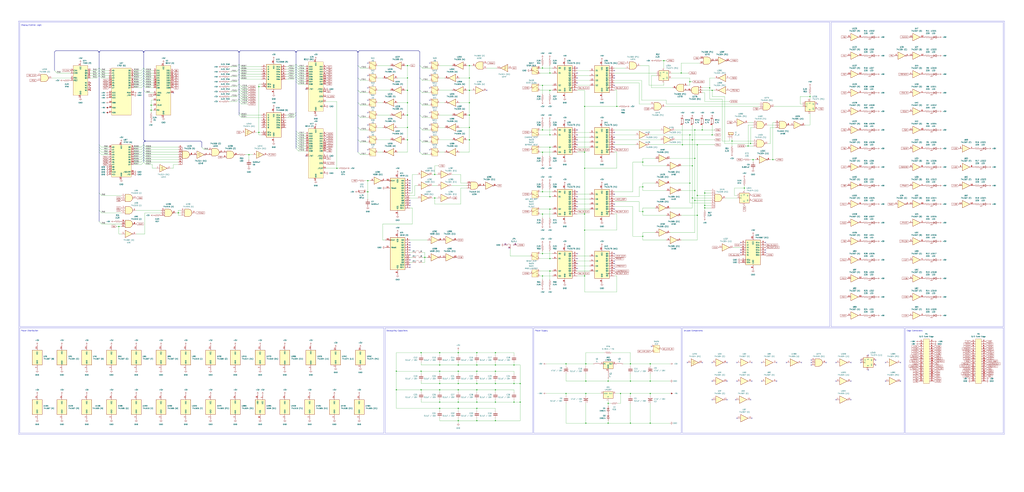
<source format=kicad_sch>
(kicad_sch (version 20230121) (generator eeschema)
  (paper "User" 1050.01 505.003)
  (title_block (title "8800B Display/Control PCB") (date "2025-09-16") (rev "0a"))
  (lib_symbols
    (symbol "4xxx:4009" (pin_names (offset 1.016))
      (property "Reference" "U" (at 0 1.27 0))
      (property "Value" "4009" (at 0 -1.27 0))
      (symbol "4009_1_0"
        (pin output inverted (at 7.62 0 180) (length 3.81) (name "~") (number "2"))
        (pin input line (at -7.62 0 0) (length 3.81) (name "~") (number "3"))
      )
      (symbol "4009_2_0"
        (pin output inverted (at 7.62 0 180) (length 3.81) (name "~") (number "4"))
        (pin input line (at -7.62 0 0) (length 3.81) (name "~") (number "5"))
      )
      (symbol "4009_3_0"
        (pin output inverted (at 7.62 0 180) (length 3.81) (name "~") (number "6"))
        (pin input line (at -7.62 0 0) (length 3.81) (name "~") (number "7"))
      )
      (symbol "4009_4_0"
        (pin output inverted (at 7.62 0 180) (length 3.81) (name "~") (number "10"))
        (pin input line (at -7.62 0 0) (length 3.81) (name "~") (number "9"))
      )
      (symbol "4009_5_0"
        (pin input line (at -7.62 0 0) (length 3.81) (name "~") (number "11"))
        (pin output inverted (at 7.62 0 180) (length 3.81) (name "~") (number "12"))
      )
      (symbol "4009_6_0"
        (pin input line (at -7.62 0 0) (length 3.81) (name "~") (number "14"))
        (pin output inverted (at 7.62 0 180) (length 3.81) (name "~") (number "15"))
      )
      (symbol "4009_7_0"
        (pin power_in line (at 2.54 12.7 270) (length 5.08) (name "VCC") (number "1"))
        (pin power_in line (at -2.54 12.7 270) (length 5.08) (name "VDD") (number "16"))
        (pin power_in line (at 0 -12.7 90) (length 5.08) (name "VSS") (number "8"))
      )
    )
    (symbol "4xxx:4040" (pin_names (offset 1.016))
      (property "Reference" "U" (at -7.62 16.51 0))
      (property "Value" "4040" (at -7.62 -19.05 0))
      (symbol "4040_1_0"
        (pin output line (at 12.7 -15.24 180) (length 5.08) (name "Q11") (number "1"))
        (pin input inverted_clock (at -12.7 12.7 0) (length 5.08) (name "CLK") (number "10"))
        (pin input line (at -12.7 5.08 0) (length 5.08) (name "Reset") (number "11"))
        (pin output line (at 12.7 -7.62 180) (length 5.08) (name "Q8") (number "12"))
        (pin output line (at 12.7 -5.08 180) (length 5.08) (name "Q7") (number "13"))
        (pin output line (at 12.7 -10.16 180) (length 5.08) (name "Q9") (number "14"))
        (pin output line (at 12.7 -12.7 180) (length 5.08) (name "Q10") (number "15"))
        (pin power_in line (at 0 20.32 270) (length 5.08) (name "VDD") (number "16"))
        (pin output line (at 12.7 0 180) (length 5.08) (name "Q5") (number "2"))
        (pin output line (at 12.7 2.54 180) (length 5.08) (name "Q4") (number "3"))
        (pin output line (at 12.7 -2.54 180) (length 5.08) (name "Q6") (number "4"))
        (pin output line (at 12.7 5.08 180) (length 5.08) (name "Q3") (number "5"))
        (pin output line (at 12.7 7.62 180) (length 5.08) (name "Q2") (number "6"))
        (pin output line (at 12.7 10.16 180) (length 5.08) (name "Q1") (number "7"))
        (pin power_in line (at 0 -22.86 90) (length 5.08) (name "VSS") (number "8"))
        (pin output line (at 12.7 12.7 180) (length 5.08) (name "Q0") (number "9"))
      )
    )
    (symbol "74LS10_4" (pin_names (offset 1.016))
      (property "Reference" "U26" (at 2.1941 17.78 0))
      (property "Value" "74LS175 (C1)" (at 2.1941 15.24 0))
      (symbol "74LS10_4_1_0"
        (pin input line (at 12.7 -12.7 180) (length 5.08) (name "~{Mr}") (number "1"))
        (pin output line (at 12.7 0 180) (length 5.08) (name "Q2") (number "10"))
        (pin output line (at 12.7 -2.54 180) (length 5.08) (name "~{Q2}") (number "11"))
        (pin input line (at -12.7 -7.62 0) (length 5.08) (name "D2") (number "12"))
        (pin input line (at -12.7 -12.7 0) (length 5.08) (name "D3") (number "13"))
        (pin output line (at 12.7 -7.62 180) (length 5.08) (name "~{Q3}") (number "14"))
        (pin output line (at 12.7 -5.08 180) (length 5.08) (name "Q3") (number "15"))
        (pin power_in line (at 0 17.78 270) (length 5.08) (name "VCC") (number "16"))
        (pin output line (at 12.7 10.16 180) (length 5.08) (name "Q0") (number "2"))
        (pin output line (at 12.7 7.62 180) (length 5.08) (name "~{Q0}") (number "3"))
        (pin input line (at -12.7 10.16 0) (length 5.08) (name "D0") (number "4"))
        (pin input line (at -12.7 5.08 0) (length 5.08) (name "D1") (number "5"))
        (pin output line (at 12.7 2.54 180) (length 5.08) (name "~{Q1}") (number "6"))
        (pin output line (at 12.7 5.08 180) (length 5.08) (name "Q1") (number "7"))
        (pin power_in line (at 0 -20.32 90) (length 5.08) (name "GND") (number "8"))
        (pin input clock (at 12.7 -10.16 180) (length 5.08) (name "Cp") (number "9"))
      )
    )
    (symbol "74LS175_1" (pin_names (offset 1.016))
      (property "Reference" "U36" (at 2.1941 17.78 0))
      (property "Value" "74LS175 (N1)" (at 2.1941 15.24 0))
      (symbol "74LS175_1_1_0"
        (pin input line (at 12.7 -12.7 180) (length 5.08) (name "~{Mr}") (number "1"))
        (pin output line (at 12.7 0 180) (length 5.08) (name "Q2") (number "10"))
        (pin output line (at 12.7 -2.54 180) (length 5.08) (name "~{Q2}") (number "11"))
        (pin input line (at -12.7 -7.62 0) (length 5.08) (name "D2") (number "12"))
        (pin input line (at -12.7 -2.54 0) (length 5.08) (name "D3") (number "13"))
        (pin output line (at 12.7 -7.62 180) (length 5.08) (name "~{Q3}") (number "14"))
        (pin output line (at 12.7 -5.08 180) (length 5.08) (name "Q3") (number "15"))
        (pin power_in line (at 0 17.78 270) (length 5.08) (name "VCC") (number "16"))
        (pin output line (at 12.7 10.16 180) (length 5.08) (name "Q0") (number "2"))
        (pin output line (at 12.7 7.62 180) (length 5.08) (name "~{Q0}") (number "3"))
        (pin input line (at -12.7 2.54 0) (length 5.08) (name "D0") (number "4"))
        (pin input line (at -12.7 7.62 0) (length 5.08) (name "D1") (number "5"))
        (pin output line (at 12.7 2.54 180) (length 5.08) (name "~{Q1}") (number "6"))
        (pin output line (at 12.7 5.08 180) (length 5.08) (name "Q1") (number "7"))
        (pin power_in line (at 0 -20.32 90) (length 5.08) (name "GND") (number "8"))
        (pin input clock (at 12.7 -10.16 180) (length 5.08) (name "Cp") (number "9"))
      )
    )
    (symbol "74LS175_2" (pin_names (offset 1.016))
      (property "Reference" "U26" (at 2.1941 17.78 0))
      (property "Value" "74LS175 (C1)" (at 2.1941 15.24 0))
      (symbol "74LS175_2_1_0"
        (pin input line (at 12.7 -12.7 180) (length 5.08) (name "~{Mr}") (number "1"))
        (pin output line (at 12.7 0 180) (length 5.08) (name "Q2") (number "10"))
        (pin output line (at 12.7 -2.54 180) (length 5.08) (name "~{Q2}") (number "11"))
        (pin input line (at -12.7 -7.62 0) (length 5.08) (name "D2") (number "12"))
        (pin input line (at -12.7 -12.7 0) (length 5.08) (name "D3") (number "13"))
        (pin output line (at 12.7 -7.62 180) (length 5.08) (name "~{Q3}") (number "14"))
        (pin output line (at 12.7 -5.08 180) (length 5.08) (name "Q3") (number "15"))
        (pin power_in line (at 0 17.78 270) (length 5.08) (name "VCC") (number "16"))
        (pin output line (at 12.7 10.16 180) (length 5.08) (name "Q0") (number "2"))
        (pin output line (at 12.7 7.62 180) (length 5.08) (name "~{Q0}") (number "3"))
        (pin input line (at -12.7 10.16 0) (length 5.08) (name "D0") (number "4"))
        (pin input line (at -12.7 5.08 0) (length 5.08) (name "D1") (number "5"))
        (pin output line (at 12.7 2.54 180) (length 5.08) (name "~{Q1}") (number "6"))
        (pin output line (at 12.7 5.08 180) (length 5.08) (name "Q1") (number "7"))
        (pin power_in line (at 0 -20.32 90) (length 5.08) (name "GND") (number "8"))
        (pin input clock (at 12.7 -10.16 180) (length 5.08) (name "Cp") (number "9"))
      )
    )
    (symbol "74LS175_3" (pin_names (offset 1.016))
      (property "Reference" "U29" (at 2.1941 17.78 0))
      (property "Value" "74LS175 (F1)" (at 2.1941 15.24 0))
      (symbol "74LS175_3_1_0"
        (pin input line (at 12.7 -12.7 180) (length 5.08) (name "~{Mr}") (number "1"))
        (pin output line (at 12.7 0 180) (length 5.08) (name "Q2") (number "10"))
        (pin output line (at 12.7 -2.54 180) (length 5.08) (name "~{Q2}") (number "11"))
        (pin input line (at -12.7 -7.62 0) (length 5.08) (name "D2") (number "12"))
        (pin input line (at -12.7 -12.7 0) (length 5.08) (name "D3") (number "13"))
        (pin output line (at 12.7 -7.62 180) (length 5.08) (name "~{Q3}") (number "14"))
        (pin output line (at 12.7 -5.08 180) (length 5.08) (name "Q3") (number "15"))
        (pin power_in line (at 0 17.78 270) (length 5.08) (name "VCC") (number "16"))
        (pin output line (at 12.7 10.16 180) (length 5.08) (name "Q0") (number "2"))
        (pin output line (at 12.7 7.62 180) (length 5.08) (name "~{Q0}") (number "3"))
        (pin input line (at -12.7 10.16 0) (length 5.08) (name "D0") (number "4"))
        (pin input line (at -12.7 5.08 0) (length 5.08) (name "D1") (number "5"))
        (pin output line (at 12.7 2.54 180) (length 5.08) (name "~{Q1}") (number "6"))
        (pin output line (at 12.7 5.08 180) (length 5.08) (name "Q1") (number "7"))
        (pin power_in line (at 0 -20.32 90) (length 5.08) (name "GND") (number "8"))
        (pin input clock (at 12.7 -10.16 180) (length 5.08) (name "Cp") (number "9"))
      )
    )
    (symbol "74LS175_4" (pin_names (offset 1.016))
      (property "Reference" "U31" (at 2.1941 17.78 0))
      (property "Value" "74LS175 (H1)" (at 2.1941 15.24 0))
      (symbol "74LS175_4_1_0"
        (pin input line (at 12.7 -12.7 180) (length 5.08) (name "~{Mr}") (number "1"))
        (pin output line (at 12.7 0 180) (length 5.08) (name "Q2") (number "10"))
        (pin output line (at 12.7 -2.54 180) (length 5.08) (name "~{Q2}") (number "11"))
        (pin input line (at -12.7 -7.62 0) (length 5.08) (name "D2") (number "12"))
        (pin input line (at -12.7 -12.7 0) (length 5.08) (name "D3") (number "13"))
        (pin output line (at 12.7 -7.62 180) (length 5.08) (name "~{Q3}") (number "14"))
        (pin output line (at 12.7 -5.08 180) (length 5.08) (name "Q3") (number "15"))
        (pin power_in line (at 0 17.78 270) (length 5.08) (name "VCC") (number "16"))
        (pin output line (at 12.7 10.16 180) (length 5.08) (name "Q0") (number "2"))
        (pin output line (at 12.7 7.62 180) (length 5.08) (name "~{Q0}") (number "3"))
        (pin input line (at -12.7 10.16 0) (length 5.08) (name "D0") (number "4"))
        (pin input line (at -12.7 5.08 0) (length 5.08) (name "D1") (number "5"))
        (pin output line (at 12.7 2.54 180) (length 5.08) (name "~{Q1}") (number "6"))
        (pin output line (at 12.7 5.08 180) (length 5.08) (name "Q1") (number "7"))
        (pin power_in line (at 0 -20.32 90) (length 5.08) (name "GND") (number "8"))
        (pin input clock (at 12.7 -10.16 180) (length 5.08) (name "Cp") (number "9"))
      )
    )
    (symbol "74LS175_5" (pin_names (offset 1.016))
      (property "Reference" "U30" (at 2.1941 17.78 0))
      (property "Value" "74LS175 (G1)" (at 2.1941 15.24 0))
      (symbol "74LS175_5_1_0"
        (pin input line (at 12.7 -12.7 180) (length 5.08) (name "~{Mr}") (number "1"))
        (pin output line (at 12.7 0 180) (length 5.08) (name "Q2") (number "10"))
        (pin output line (at 12.7 -2.54 180) (length 5.08) (name "~{Q2}") (number "11"))
        (pin input line (at -12.7 -7.62 0) (length 5.08) (name "D2") (number "12"))
        (pin input line (at -12.7 -12.7 0) (length 5.08) (name "D3") (number "13"))
        (pin output line (at 12.7 -7.62 180) (length 5.08) (name "~{Q3}") (number "14"))
        (pin output line (at 12.7 -5.08 180) (length 5.08) (name "Q3") (number "15"))
        (pin power_in line (at 0 17.78 270) (length 5.08) (name "VCC") (number "16"))
        (pin output line (at 12.7 10.16 180) (length 5.08) (name "Q0") (number "2"))
        (pin output line (at 12.7 7.62 180) (length 5.08) (name "~{Q0}") (number "3"))
        (pin input line (at -12.7 10.16 0) (length 5.08) (name "D0") (number "4"))
        (pin input line (at -12.7 5.08 0) (length 5.08) (name "D1") (number "5"))
        (pin output line (at 12.7 2.54 180) (length 5.08) (name "~{Q1}") (number "6"))
        (pin output line (at 12.7 5.08 180) (length 5.08) (name "Q1") (number "7"))
        (pin power_in line (at 0 -20.32 90) (length 5.08) (name "GND") (number "8"))
        (pin input clock (at 12.7 -10.16 180) (length 5.08) (name "Cp") (number "9"))
      )
    )
    (symbol "74LS175_6" (pin_names (offset 1.016))
      (property "Reference" "U41" (at 2.1941 17.78 0))
      (property "Value" "74LS175 (U1)" (at 2.1941 15.24 0))
      (symbol "74LS175_6_1_0"
        (pin input line (at 12.7 -12.7 180) (length 5.08) (name "~{Mr}") (number "1"))
        (pin output line (at 12.7 0 180) (length 5.08) (name "Q2") (number "10"))
        (pin output line (at 12.7 -2.54 180) (length 5.08) (name "~{Q2}") (number "11"))
        (pin input line (at -12.7 -7.62 0) (length 5.08) (name "D2") (number "12"))
        (pin input line (at -12.7 -2.54 0) (length 5.08) (name "D3") (number "13"))
        (pin output line (at 12.7 -7.62 180) (length 5.08) (name "~{Q3}") (number "14"))
        (pin output line (at 12.7 -5.08 180) (length 5.08) (name "Q3") (number "15"))
        (pin power_in line (at 0 17.78 270) (length 5.08) (name "VCC") (number "16"))
        (pin output line (at 12.7 10.16 180) (length 5.08) (name "Q0") (number "2"))
        (pin output line (at 12.7 7.62 180) (length 5.08) (name "~{Q0}") (number "3"))
        (pin input line (at -12.7 2.54 0) (length 5.08) (name "D0") (number "4"))
        (pin input line (at -12.7 7.62 0) (length 5.08) (name "D1") (number "5"))
        (pin output line (at 12.7 2.54 180) (length 5.08) (name "~{Q1}") (number "6"))
        (pin output line (at 12.7 5.08 180) (length 5.08) (name "Q1") (number "7"))
        (pin power_in line (at 0 -20.32 90) (length 5.08) (name "GND") (number "8"))
        (pin input clock (at 12.7 -10.16 180) (length 5.08) (name "Cp") (number "9"))
      )
    )
    (symbol "74LS175_7" (pin_names (offset 1.016))
      (property "Reference" "U45" (at 2.1941 17.78 0))
      (property "Value" "74LS175 (Y1)" (at 2.1941 15.24 0))
      (symbol "74LS175_7_1_0"
        (pin input line (at 12.7 -12.7 180) (length 5.08) (name "~{Mr}") (number "1"))
        (pin output line (at 12.7 0 180) (length 5.08) (name "Q2") (number "10"))
        (pin output line (at 12.7 -2.54 180) (length 5.08) (name "~{Q2}") (number "11"))
        (pin input line (at -12.7 -7.62 0) (length 5.08) (name "D2") (number "12"))
        (pin input line (at -12.7 -2.54 0) (length 5.08) (name "D3") (number "13"))
        (pin output line (at 12.7 -7.62 180) (length 5.08) (name "~{Q3}") (number "14"))
        (pin output line (at 12.7 -5.08 180) (length 5.08) (name "Q3") (number "15"))
        (pin power_in line (at 0 17.78 270) (length 5.08) (name "VCC") (number "16"))
        (pin output line (at 12.7 10.16 180) (length 5.08) (name "Q0") (number "2"))
        (pin output line (at 12.7 7.62 180) (length 5.08) (name "~{Q0}") (number "3"))
        (pin input line (at -12.7 2.54 0) (length 5.08) (name "D0") (number "4"))
        (pin input line (at -12.7 7.62 0) (length 5.08) (name "D1") (number "5"))
        (pin output line (at 12.7 2.54 180) (length 5.08) (name "~{Q1}") (number "6"))
        (pin output line (at 12.7 5.08 180) (length 5.08) (name "Q1") (number "7"))
        (pin power_in line (at 0 -20.32 90) (length 5.08) (name "GND") (number "8"))
        (pin input clock (at 12.7 -10.16 180) (length 5.08) (name "Cp") (number "9"))
      )
    )
    (symbol "74LS30_1" (pin_names (offset 1.016))
      (property "Reference" "U29" (at -0.0083 12.7 0))
      (property "Value" "74LS30" (at -0.0083 10.16 0))
      (symbol "74LS30_1_1_1"
        (pin input line (at -7.62 -10.16 0) (length 3.81) (name "~") (number "1"))
        (pin input line (at -7.62 -2.54 0) (length 3.81) (name "~") (number "11"))
        (pin input line (at -7.62 2.54 0) (length 3.81) (name "~") (number "12"))
        (pin input line (at -7.62 7.62 0) (length 3.81) (name "~") (number "2"))
        (pin input line (at -7.62 5.08 0) (length 3.81) (name "~") (number "3"))
        (pin input line (at -7.62 0 0) (length 3.81) (name "~") (number "4"))
        (pin input line (at -7.62 -5.08 0) (length 3.81) (name "~") (number "5"))
        (pin input line (at -7.62 -7.62 0) (length 3.81) (name "~") (number "6"))
        (pin output inverted (at 7.62 0 180) (length 3.81) (name "~") (number "8"))
      )
      (symbol "74LS30_1_1_2"
        (pin input inverted (at -7.62 7.62 0) (length 3.81) (name "~") (number "1"))
        (pin input inverted (at -7.62 -7.62 0) (length 3.81) (name "~") (number "11"))
        (pin input inverted (at -7.62 -10.16 0) (length 3.81) (name "~") (number "12"))
        (pin input inverted (at -7.62 5.08 0) (length 3.81) (name "~") (number "2"))
        (pin input inverted (at -7.62 2.54 0) (length 4.5466) (name "~") (number "3"))
        (pin input inverted (at -7.62 0 0) (length 5.08) (name "~") (number "4"))
        (pin input inverted (at -7.62 -2.54 0) (length 4.5466) (name "~") (number "5"))
        (pin input inverted (at -7.62 -5.08 0) (length 3.81) (name "~") (number "6"))
        (pin output line (at 7.62 0 180) (length 3.81) (name "~") (number "8"))
      )
      (symbol "74LS30_1_2_0"
        (pin power_in line (at 0 12.7 270) (length 5.08) (name "VCC") (number "14"))
        (pin power_in line (at 0 -12.7 90) (length 5.08) (name "GND") (number "7"))
      )
    )
    (symbol "74LS30_2" (pin_names (offset 1.016))
      (property "Reference" "U29" (at -0.0083 12.7 0))
      (property "Value" "74LS30" (at -0.0083 10.16 0))
      (symbol "74LS30_2_1_1"
        (pin input line (at -7.62 -10.16 0) (length 3.81) (name "~") (number "1"))
        (pin input line (at -7.62 -2.54 0) (length 3.81) (name "~") (number "11"))
        (pin input line (at -7.62 2.54 0) (length 3.81) (name "~") (number "12"))
        (pin input line (at -7.62 7.62 0) (length 3.81) (name "~") (number "2"))
        (pin input line (at -7.62 5.08 0) (length 3.81) (name "~") (number "3"))
        (pin input line (at -7.62 0 0) (length 3.81) (name "~") (number "4"))
        (pin input line (at -7.62 -5.08 0) (length 3.81) (name "~") (number "5"))
        (pin input line (at -7.62 -7.62 0) (length 3.81) (name "~") (number "6"))
        (pin output inverted (at 7.62 0 180) (length 3.81) (name "~") (number "8"))
      )
      (symbol "74LS30_2_1_2"
        (pin input inverted (at -7.62 7.62 0) (length 3.81) (name "~") (number "1"))
        (pin input inverted (at -7.62 -7.62 0) (length 3.81) (name "~") (number "11"))
        (pin input inverted (at -7.62 -10.16 0) (length 3.81) (name "~") (number "12"))
        (pin input inverted (at -7.62 5.08 0) (length 3.81) (name "~") (number "2"))
        (pin input inverted (at -7.62 2.54 0) (length 4.5466) (name "~") (number "3"))
        (pin input inverted (at -7.62 0 0) (length 5.08) (name "~") (number "4"))
        (pin input inverted (at -7.62 -2.54 0) (length 4.5466) (name "~") (number "5"))
        (pin input inverted (at -7.62 -5.08 0) (length 3.81) (name "~") (number "6"))
        (pin output line (at 7.62 0 180) (length 3.81) (name "~") (number "8"))
      )
      (symbol "74LS30_2_2_0"
        (pin power_in line (at 0 12.7 270) (length 5.08) (name "VCC") (number "14"))
        (pin power_in line (at 0 -12.7 90) (length 5.08) (name "GND") (number "7"))
      )
    )
    (symbol "74LS30_3" (pin_names (offset 1.016))
      (property "Reference" "U30" (at 2.1941 17.78 0))
      (property "Value" "74LS175 (G1)" (at 2.1941 15.24 0))
      (symbol "74LS30_3_1_0"
        (pin input line (at 12.7 -12.7 180) (length 5.08) (name "~{Mr}") (number "1"))
        (pin output line (at 12.7 0 180) (length 5.08) (name "Q2") (number "10"))
        (pin output line (at 12.7 -2.54 180) (length 5.08) (name "~{Q2}") (number "11"))
        (pin input line (at -12.7 -7.62 0) (length 5.08) (name "D2") (number "12"))
        (pin input line (at -12.7 -12.7 0) (length 5.08) (name "D3") (number "13"))
        (pin output line (at 12.7 -7.62 180) (length 5.08) (name "~{Q3}") (number "14"))
        (pin output line (at 12.7 -5.08 180) (length 5.08) (name "Q3") (number "15"))
        (pin power_in line (at 0 17.78 270) (length 5.08) (name "VCC") (number "16"))
        (pin output line (at 12.7 10.16 180) (length 5.08) (name "Q0") (number "2"))
        (pin output line (at 12.7 7.62 180) (length 5.08) (name "~{Q0}") (number "3"))
        (pin input line (at -12.7 10.16 0) (length 5.08) (name "D0") (number "4"))
        (pin input line (at -12.7 5.08 0) (length 5.08) (name "D1") (number "5"))
        (pin output line (at 12.7 2.54 180) (length 5.08) (name "~{Q1}") (number "6"))
        (pin output line (at 12.7 5.08 180) (length 5.08) (name "Q1") (number "7"))
        (pin power_in line (at 0 -20.32 90) (length 5.08) (name "GND") (number "8"))
        (pin input clock (at 12.7 -10.16 180) (length 5.08) (name "Cp") (number "9"))
      )
    )
    (symbol "74LS74_3" (pin_names (offset 1.016))
      (property "Reference" "U31" (at 2.1941 17.78 0))
      (property "Value" "74LS175 (H1)" (at 2.1941 15.24 0))
      (symbol "74LS74_3_1_0"
        (pin input line (at 12.7 -12.7 180) (length 5.08) (name "~{Mr}") (number "1"))
        (pin output line (at 12.7 0 180) (length 5.08) (name "Q2") (number "10"))
        (pin output line (at 12.7 -2.54 180) (length 5.08) (name "~{Q2}") (number "11"))
        (pin input line (at -12.7 -7.62 0) (length 5.08) (name "D2") (number "12"))
        (pin input line (at -12.7 -12.7 0) (length 5.08) (name "D3") (number "13"))
        (pin output line (at 12.7 -7.62 180) (length 5.08) (name "~{Q3}") (number "14"))
        (pin output line (at 12.7 -5.08 180) (length 5.08) (name "Q3") (number "15"))
        (pin power_in line (at 0 17.78 270) (length 5.08) (name "VCC") (number "16"))
        (pin output line (at 12.7 10.16 180) (length 5.08) (name "Q0") (number "2"))
        (pin output line (at 12.7 7.62 180) (length 5.08) (name "~{Q0}") (number "3"))
        (pin input line (at -12.7 10.16 0) (length 5.08) (name "D0") (number "4"))
        (pin input line (at -12.7 5.08 0) (length 5.08) (name "D1") (number "5"))
        (pin output line (at 12.7 2.54 180) (length 5.08) (name "~{Q1}") (number "6"))
        (pin output line (at 12.7 5.08 180) (length 5.08) (name "Q1") (number "7"))
        (pin power_in line (at 0 -20.32 90) (length 5.08) (name "GND") (number "8"))
        (pin input clock (at 12.7 -10.16 180) (length 5.08) (name "Cp") (number "9"))
      )
    )
    (symbol "74xx:74LS00" (pin_names (offset 1.016))
      (property "Reference" "U" (at 0 1.27 0))
      (property "Value" "74LS00" (at 0 -1.27 0))
      (symbol "74LS00_1_1"
        (pin input line (at -7.62 2.54 0) (length 3.81) (name "~") (number "1"))
        (pin input line (at -7.62 -2.54 0) (length 3.81) (name "~") (number "2"))
        (pin output inverted (at 7.62 0 180) (length 3.81) (name "~") (number "3"))
      )
      (symbol "74LS00_1_2"
        (pin input inverted (at -7.62 2.54 0) (length 4.318) (name "~") (number "1"))
        (pin input inverted (at -7.62 -2.54 0) (length 4.318) (name "~") (number "2"))
        (pin output line (at 7.62 0 180) (length 3.81) (name "~") (number "3"))
      )
      (symbol "74LS00_2_1"
        (pin input line (at -7.62 2.54 0) (length 3.81) (name "~") (number "4"))
        (pin input line (at -7.62 -2.54 0) (length 3.81) (name "~") (number "5"))
        (pin output inverted (at 7.62 0 180) (length 3.81) (name "~") (number "6"))
      )
      (symbol "74LS00_2_2"
        (pin input inverted (at -7.62 2.54 0) (length 4.318) (name "~") (number "4"))
        (pin input inverted (at -7.62 -2.54 0) (length 4.318) (name "~") (number "5"))
        (pin output line (at 7.62 0 180) (length 3.81) (name "~") (number "6"))
      )
      (symbol "74LS00_3_1"
        (pin input line (at -7.62 -2.54 0) (length 3.81) (name "~") (number "10"))
        (pin output inverted (at 7.62 0 180) (length 3.81) (name "~") (number "8"))
        (pin input line (at -7.62 2.54 0) (length 3.81) (name "~") (number "9"))
      )
      (symbol "74LS00_3_2"
        (pin input inverted (at -7.62 -2.54 0) (length 4.318) (name "~") (number "10"))
        (pin output line (at 7.62 0 180) (length 3.81) (name "~") (number "8"))
        (pin input inverted (at -7.62 2.54 0) (length 4.318) (name "~") (number "9"))
      )
      (symbol "74LS00_4_1"
        (pin output inverted (at 7.62 0 180) (length 3.81) (name "~") (number "11"))
        (pin input line (at -7.62 2.54 0) (length 3.81) (name "~") (number "12"))
        (pin input line (at -7.62 -2.54 0) (length 3.81) (name "~") (number "13"))
      )
      (symbol "74LS00_4_2"
        (pin output line (at 7.62 0 180) (length 3.81) (name "~") (number "11"))
        (pin input inverted (at -7.62 2.54 0) (length 4.318) (name "~") (number "12"))
        (pin input inverted (at -7.62 -2.54 0) (length 4.318) (name "~") (number "13"))
      )
      (symbol "74LS00_5_0"
        (pin power_in line (at 0 12.7 270) (length 5.08) (name "VCC") (number "14"))
        (pin power_in line (at 0 -12.7 90) (length 5.08) (name "GND") (number "7"))
      )
    )
    (symbol "74xx:74LS04"
      (property "Reference" "U" (at 0 1.27 0))
      (property "Value" "74LS04" (at 0 -1.27 0))
      (symbol "74LS04_1_0"
        (pin input line (at -7.62 0 0) (length 3.81) (name "~") (number "1"))
        (pin output inverted (at 7.62 0 180) (length 3.81) (name "~") (number "2"))
      )
      (symbol "74LS04_2_0"
        (pin input line (at -7.62 0 0) (length 3.81) (name "~") (number "3"))
        (pin output inverted (at 7.62 0 180) (length 3.81) (name "~") (number "4"))
      )
      (symbol "74LS04_3_0"
        (pin input line (at -7.62 0 0) (length 3.81) (name "~") (number "5"))
        (pin output inverted (at 7.62 0 180) (length 3.81) (name "~") (number "6"))
      )
      (symbol "74LS04_4_0"
        (pin output inverted (at 7.62 0 180) (length 3.81) (name "~") (number "8"))
        (pin input line (at -7.62 0 0) (length 3.81) (name "~") (number "9"))
      )
      (symbol "74LS04_5_0"
        (pin output inverted (at 7.62 0 180) (length 3.81) (name "~") (number "10"))
        (pin input line (at -7.62 0 0) (length 3.81) (name "~") (number "11"))
      )
      (symbol "74LS04_6_0"
        (pin output inverted (at 7.62 0 180) (length 3.81) (name "~") (number "12"))
        (pin input line (at -7.62 0 0) (length 3.81) (name "~") (number "13"))
      )
      (symbol "74LS04_7_0"
        (pin power_in line (at 0 12.7 270) (length 5.08) (name "VCC") (number "14"))
        (pin power_in line (at 0 -12.7 90) (length 5.08) (name "GND") (number "7"))
      )
    )
    (symbol "74xx:74LS05" (pin_names (offset 1.016))
      (property "Reference" "U" (at 0 1.27 0))
      (property "Value" "74LS05" (at 0 -1.27 0))
      (symbol "74LS05_1_0"
        (pin input line (at -7.62 0 0) (length 3.81) (name "~") (number "1"))
        (pin open_collector inverted (at 7.62 0 180) (length 3.81) (name "~") (number "2"))
      )
      (symbol "74LS05_2_0"
        (pin input line (at -7.62 0 0) (length 3.81) (name "~") (number "3"))
        (pin open_collector inverted (at 7.62 0 180) (length 3.81) (name "~") (number "4"))
      )
      (symbol "74LS05_3_0"
        (pin input line (at -7.62 0 0) (length 3.81) (name "~") (number "5"))
        (pin open_collector inverted (at 7.62 0 180) (length 3.81) (name "~") (number "6"))
      )
      (symbol "74LS05_4_0"
        (pin open_collector inverted (at 7.62 0 180) (length 3.81) (name "~") (number "8"))
        (pin input line (at -7.62 0 0) (length 3.81) (name "~") (number "9"))
      )
      (symbol "74LS05_5_0"
        (pin open_collector inverted (at 7.62 0 180) (length 3.81) (name "~") (number "10"))
        (pin input line (at -7.62 0 0) (length 3.81) (name "~") (number "11"))
      )
      (symbol "74LS05_6_0"
        (pin open_collector inverted (at 7.62 0 180) (length 3.81) (name "~") (number "12"))
        (pin input line (at -7.62 0 0) (length 3.81) (name "~") (number "13"))
      )
      (symbol "74LS05_7_0"
        (pin power_in line (at 0 12.7 270) (length 5.08) (name "VCC") (number "14"))
        (pin power_in line (at 0 -12.7 90) (length 5.08) (name "GND") (number "7"))
      )
    )
    (symbol "74xx:74LS07" (pin_names (offset 1.016))
      (property "Reference" "U" (at 0 1.27 0))
      (property "Value" "74LS07" (at 0 -1.27 0))
      (symbol "74LS07_1_0"
        (pin input line (at -7.62 0 0) (length 3.81) (name "~") (number "1"))
        (pin open_collector line (at 7.62 0 180) (length 3.81) (name "~") (number "2"))
      )
      (symbol "74LS07_2_0"
        (pin input line (at -7.62 0 0) (length 3.81) (name "~") (number "3"))
        (pin open_collector line (at 7.62 0 180) (length 3.81) (name "~") (number "4"))
      )
      (symbol "74LS07_3_0"
        (pin input line (at -7.62 0 0) (length 3.81) (name "~") (number "5"))
        (pin open_collector line (at 7.62 0 180) (length 3.81) (name "~") (number "6"))
      )
      (symbol "74LS07_4_0"
        (pin open_collector line (at 7.62 0 180) (length 3.81) (name "~") (number "8"))
        (pin input line (at -7.62 0 0) (length 3.81) (name "~") (number "9"))
      )
      (symbol "74LS07_5_0"
        (pin open_collector line (at 7.62 0 180) (length 3.81) (name "~") (number "10"))
        (pin input line (at -7.62 0 0) (length 3.81) (name "~") (number "11"))
      )
      (symbol "74LS07_6_0"
        (pin open_collector line (at 7.62 0 180) (length 3.81) (name "~") (number "12"))
        (pin input line (at -7.62 0 0) (length 3.81) (name "~") (number "13"))
      )
      (symbol "74LS07_7_0"
        (pin power_in line (at 0 12.7 270) (length 5.08) (name "VCC") (number "14"))
        (pin power_in line (at 0 -12.7 90) (length 5.08) (name "GND") (number "7"))
      )
    )
    (symbol "74xx:74LS10" (pin_names (offset 1.016))
      (property "Reference" "U" (at 0 1.27 0))
      (property "Value" "74LS10" (at 0 -1.27 0))
      (symbol "74LS10_1_1"
        (pin input line (at -7.62 2.54 0) (length 3.81) (name "~") (number "1"))
        (pin output inverted (at 7.62 0 180) (length 3.81) (name "~") (number "12"))
        (pin input line (at -7.62 -2.54 0) (length 3.81) (name "~") (number "13"))
        (pin input line (at -7.62 0 0) (length 3.81) (name "~") (number "2"))
      )
      (symbol "74LS10_1_2"
        (pin input inverted (at -7.62 2.54 0) (length 4.318) (name "~") (number "1"))
        (pin output line (at 7.62 0 180) (length 3.81) (name "~") (number "12"))
        (pin input inverted (at -7.62 -2.54 0) (length 4.318) (name "~") (number "13"))
        (pin input inverted (at -7.62 0 0) (length 4.953) (name "~") (number "2"))
      )
      (symbol "74LS10_2_1"
        (pin input line (at -7.62 2.54 0) (length 3.81) (name "~") (number "3"))
        (pin input line (at -7.62 0 0) (length 3.81) (name "~") (number "4"))
        (pin input line (at -7.62 -2.54 0) (length 3.81) (name "~") (number "5"))
        (pin output inverted (at 7.62 0 180) (length 3.81) (name "~") (number "6"))
      )
      (symbol "74LS10_2_2"
        (pin input inverted (at -7.62 2.54 0) (length 4.318) (name "~") (number "3"))
        (pin input inverted (at -7.62 0 0) (length 4.953) (name "~") (number "4"))
        (pin input inverted (at -7.62 -2.54 0) (length 4.318) (name "~") (number "5"))
        (pin output line (at 7.62 0 180) (length 3.81) (name "~") (number "6"))
      )
      (symbol "74LS10_3_1"
        (pin input line (at -7.62 0 0) (length 3.81) (name "~") (number "10"))
        (pin input line (at -7.62 -2.54 0) (length 3.81) (name "~") (number "11"))
        (pin output inverted (at 7.62 0 180) (length 3.81) (name "~") (number "8"))
        (pin input line (at -7.62 2.54 0) (length 3.81) (name "~") (number "9"))
      )
      (symbol "74LS10_3_2"
        (pin input inverted (at -7.62 0 0) (length 4.953) (name "~") (number "10"))
        (pin input inverted (at -7.62 -2.54 0) (length 4.318) (name "~") (number "11"))
        (pin output line (at 7.62 0 180) (length 3.81) (name "~") (number "8"))
        (pin input inverted (at -7.62 2.54 0) (length 4.318) (name "~") (number "9"))
      )
      (symbol "74LS10_4_0"
        (pin power_in line (at 0 12.7 270) (length 5.08) (name "VCC") (number "14"))
        (pin power_in line (at 0 -12.7 90) (length 5.08) (name "GND") (number "7"))
      )
    )
    (symbol "74xx:74LS14" (pin_names (offset 1.016))
      (property "Reference" "U" (at 0 1.27 0))
      (property "Value" "74LS14" (at 0 -1.27 0))
      (symbol "74LS14_1_0"
        (pin input line (at -7.62 0 0) (length 3.81) (name "~") (number "1"))
        (pin output inverted (at 7.62 0 180) (length 3.81) (name "~") (number "2"))
      )
      (symbol "74LS14_2_0"
        (pin input line (at -7.62 0 0) (length 3.81) (name "~") (number "3"))
        (pin output inverted (at 7.62 0 180) (length 3.81) (name "~") (number "4"))
      )
      (symbol "74LS14_3_0"
        (pin input line (at -7.62 0 0) (length 3.81) (name "~") (number "5"))
        (pin output inverted (at 7.62 0 180) (length 3.81) (name "~") (number "6"))
      )
      (symbol "74LS14_4_0"
        (pin output inverted (at 7.62 0 180) (length 3.81) (name "~") (number "8"))
        (pin input line (at -7.62 0 0) (length 3.81) (name "~") (number "9"))
      )
      (symbol "74LS14_5_0"
        (pin output inverted (at 7.62 0 180) (length 3.81) (name "~") (number "10"))
        (pin input line (at -7.62 0 0) (length 3.81) (name "~") (number "11"))
      )
      (symbol "74LS14_6_0"
        (pin output inverted (at 7.62 0 180) (length 3.81) (name "~") (number "12"))
        (pin input line (at -7.62 0 0) (length 3.81) (name "~") (number "13"))
      )
      (symbol "74LS14_7_0"
        (pin power_in line (at 0 12.7 270) (length 5.08) (name "VCC") (number "14"))
        (pin power_in line (at 0 -12.7 90) (length 5.08) (name "GND") (number "7"))
      )
    )
    (symbol "74xx:74LS175" (pin_names (offset 1.016))
      (property "Reference" "U43" (at 2.1941 17.78 0))
      (property "Value" "74LS175 (W1)" (at 2.1941 15.24 0))
      (symbol "74LS175_1_0"
        (pin input line (at 12.7 -12.7 180) (length 5.08) (name "~{Mr}") (number "1"))
        (pin output line (at 12.7 0 180) (length 5.08) (name "Q2") (number "10"))
        (pin output line (at 12.7 -2.54 180) (length 5.08) (name "~{Q2}") (number "11"))
        (pin input line (at -12.7 -7.62 0) (length 5.08) (name "D2") (number "12"))
        (pin input line (at -12.7 -2.54 0) (length 5.08) (name "D3") (number "13"))
        (pin output line (at 12.7 -7.62 180) (length 5.08) (name "~{Q3}") (number "14"))
        (pin output line (at 12.7 -5.08 180) (length 5.08) (name "Q3") (number "15"))
        (pin power_in line (at 0 17.78 270) (length 5.08) (name "VCC") (number "16"))
        (pin output line (at 12.7 10.16 180) (length 5.08) (name "Q0") (number "2"))
        (pin output line (at 12.7 7.62 180) (length 5.08) (name "~{Q0}") (number "3"))
        (pin input line (at -12.7 2.54 0) (length 5.08) (name "D0") (number "4"))
        (pin input line (at -12.7 7.62 0) (length 5.08) (name "D1") (number "5"))
        (pin output line (at 12.7 2.54 180) (length 5.08) (name "~{Q1}") (number "6"))
        (pin output line (at 12.7 5.08 180) (length 5.08) (name "Q1") (number "7"))
        (pin power_in line (at 0 -20.32 90) (length 5.08) (name "GND") (number "8"))
        (pin input clock (at 12.7 -10.16 180) (length 5.08) (name "Cp") (number "9"))
      )
    )
    (symbol "74xx:74LS30" (pin_names (offset 1.016))
      (property "Reference" "U" (at 0 1.27 0))
      (property "Value" "74LS30" (at 0 -1.27 0))
      (symbol "74LS30_1_1"
        (pin input line (at -7.62 7.62 0) (length 3.81) (name "~") (number "1"))
        (pin input line (at -7.62 -7.62 0) (length 3.81) (name "~") (number "11"))
        (pin input line (at -7.62 -10.16 0) (length 3.81) (name "~") (number "12"))
        (pin input line (at -7.62 5.08 0) (length 3.81) (name "~") (number "2"))
        (pin input line (at -7.62 2.54 0) (length 3.81) (name "~") (number "3"))
        (pin input line (at -7.62 0 0) (length 3.81) (name "~") (number "4"))
        (pin input line (at -7.62 -2.54 0) (length 3.81) (name "~") (number "5"))
        (pin input line (at -7.62 -5.08 0) (length 3.81) (name "~") (number "6"))
        (pin output inverted (at 7.62 0 180) (length 3.81) (name "~") (number "8"))
      )
      (symbol "74LS30_1_2"
        (pin input inverted (at -7.62 7.62 0) (length 3.81) (name "~") (number "1"))
        (pin input inverted (at -7.62 -7.62 0) (length 3.81) (name "~") (number "11"))
        (pin input inverted (at -7.62 -10.16 0) (length 3.81) (name "~") (number "12"))
        (pin input inverted (at -7.62 5.08 0) (length 3.81) (name "~") (number "2"))
        (pin input inverted (at -7.62 2.54 0) (length 4.5466) (name "~") (number "3"))
        (pin input inverted (at -7.62 0 0) (length 5.08) (name "~") (number "4"))
        (pin input inverted (at -7.62 -2.54 0) (length 4.5466) (name "~") (number "5"))
        (pin input inverted (at -7.62 -5.08 0) (length 3.81) (name "~") (number "6"))
        (pin output line (at 7.62 0 180) (length 3.81) (name "~") (number "8"))
      )
      (symbol "74LS30_2_0"
        (pin power_in line (at 0 12.7 270) (length 5.08) (name "VCC") (number "14"))
        (pin power_in line (at 0 -12.7 90) (length 5.08) (name "GND") (number "7"))
      )
    )
    (symbol "74xx:74LS367" (pin_names (offset 1.016))
      (property "Reference" "U" (at -7.62 13.97 0))
      (property "Value" "74LS367" (at -7.62 -13.97 0))
      (symbol "74LS367_1_0"
        (pin input inverted (at -12.7 -7.62 0) (length 5.08) (name "OEa") (number "1"))
        (pin input line (at -12.7 2.54 0) (length 5.08) (name "I4") (number "10"))
        (pin tri_state line (at 12.7 0 180) (length 5.08) (name "O5b") (number "11"))
        (pin input line (at -12.7 0 0) (length 5.08) (name "I5") (number "12"))
        (pin tri_state line (at 12.7 -2.54 180) (length 5.08) (name "O6b") (number "13"))
        (pin input line (at -12.7 -2.54 0) (length 5.08) (name "I6") (number "14"))
        (pin input inverted (at -12.7 -10.16 0) (length 5.08) (name "OEb") (number "15"))
        (pin power_in line (at 0 17.78 270) (length 5.08) (name "VCC") (number "16"))
        (pin input line (at -12.7 10.16 0) (length 5.08) (name "I1") (number "2"))
        (pin tri_state line (at 12.7 10.16 180) (length 5.08) (name "O1a") (number "3"))
        (pin input line (at -12.7 7.62 0) (length 5.08) (name "I2") (number "4"))
        (pin tri_state line (at 12.7 7.62 180) (length 5.08) (name "O2a") (number "5"))
        (pin input line (at -12.7 5.08 0) (length 5.08) (name "I3") (number "6"))
        (pin tri_state line (at 12.7 5.08 180) (length 5.08) (name "O3a") (number "7"))
        (pin power_in line (at 0 -17.78 90) (length 5.08) (name "GND") (number "8"))
        (pin tri_state line (at 12.7 2.54 180) (length 5.08) (name "O4a") (number "9"))
      )
    )
    (symbol "74xx:74LS368" (pin_names (offset 1.016))
      (property "Reference" "U" (at -7.62 13.97 0))
      (property "Value" "74LS368" (at -7.62 -13.97 0))
      (symbol "74LS368_1_0"
        (pin input inverted (at -12.7 -7.62 0) (length 5.08) (name "OEa") (number "1"))
        (pin input line (at -12.7 2.54 0) (length 5.08) (name "I4") (number "10"))
        (pin tri_state inverted (at 12.7 0 180) (length 5.08) (name "O5b") (number "11"))
        (pin input line (at -12.7 0 0) (length 5.08) (name "I5") (number "12"))
        (pin tri_state inverted (at 12.7 -2.54 180) (length 5.08) (name "O6b") (number "13"))
        (pin input line (at -12.7 -2.54 0) (length 5.08) (name "I6") (number "14"))
        (pin input inverted (at -12.7 -10.16 0) (length 5.08) (name "OEb") (number "15"))
        (pin power_in line (at 0 17.78 270) (length 5.08) (name "VCC") (number "16"))
        (pin input line (at -12.7 10.16 0) (length 5.08) (name "I1") (number "2"))
        (pin tri_state inverted (at 12.7 10.16 180) (length 5.08) (name "O1a") (number "3"))
        (pin input line (at -12.7 7.62 0) (length 5.08) (name "I2") (number "4"))
        (pin tri_state inverted (at 12.7 7.62 180) (length 5.08) (name "O2a") (number "5"))
        (pin input line (at -12.7 5.08 0) (length 5.08) (name "I3") (number "6"))
        (pin tri_state inverted (at 12.7 5.08 180) (length 5.08) (name "O3a") (number "7"))
        (pin power_in line (at 0 -17.78 90) (length 5.08) (name "GND") (number "8"))
        (pin tri_state inverted (at 12.7 2.54 180) (length 5.08) (name "O4a") (number "9"))
      )
    )
    (symbol "74xx:74LS74" (pin_names (offset 1.016))
      (property "Reference" "U" (at -7.62 8.89 0))
      (property "Value" "74LS74" (at -7.62 -8.89 0))
      (symbol "74LS74_1_0"
        (pin input line (at 0 -7.62 90) (length 2.54) (name "~{R}") (number "1"))
        (pin input line (at -7.62 2.54 0) (length 2.54) (name "D") (number "2"))
        (pin input clock (at -7.62 0 0) (length 2.54) (name "C") (number "3"))
        (pin input line (at 0 7.62 270) (length 2.54) (name "~{S}") (number "4"))
        (pin output line (at 7.62 2.54 180) (length 2.54) (name "Q") (number "5"))
        (pin output line (at 7.62 -2.54 180) (length 2.54) (name "~{Q}") (number "6"))
      )
      (symbol "74LS74_2_0"
        (pin input line (at 0 7.62 270) (length 2.54) (name "~{S}") (number "10"))
        (pin input clock (at -7.62 0 0) (length 2.54) (name "C") (number "11"))
        (pin input line (at -7.62 2.54 0) (length 2.54) (name "D") (number "12"))
        (pin input line (at 0 -7.62 90) (length 2.54) (name "~{R}") (number "13"))
        (pin output line (at 7.62 -2.54 180) (length 2.54) (name "~{Q}") (number "8"))
        (pin output line (at 7.62 2.54 180) (length 2.54) (name "Q") (number "9"))
      )
      (symbol "74LS74_3_0"
        (pin power_in line (at 0 10.16 270) (length 2.54) (name "VCC") (number "14"))
        (pin power_in line (at 0 -10.16 90) (length 2.54) (name "GND") (number "7"))
      )
    )
    (symbol "74xx_Custom:7493"
      (property "Reference" "U" (at 2.54 10.16 0))
      (property "Value" "7493" (at 4.318 7.62 0))
      (symbol "7493_1_1"
        (pin input line (at -10.16 -2.54 0) (length 2.54) (name "CKB") (number "1"))
        (pin power_in line (at 0 -27.94 90) (length 2.54) (name "GND") (number "10"))
        (pin output line (at 10.16 -7.62 180) (length 2.54) (name "QD") (number "11"))
        (pin output line (at 10.16 0 180) (length 2.54) (name "QA") (number "12"))
        (pin no_connect line (at 10.16 -20.32 180) (length 2.54) (name "NC") (number "13"))
        (pin input line (at -10.16 0 0) (length 2.54) (name "CKA") (number "14"))
        (pin input line (at -10.16 -7.62 0) (length 2.54) (name "RO1") (number "2"))
        (pin input line (at -10.16 -10.16 0) (length 2.54) (name "RO2") (number "3"))
        (pin no_connect line (at 10.16 -12.7 180) (length 2.54) (name "NC") (number "4"))
        (pin power_in line (at 0 7.62 270) (length 2.54) (name "VCC") (number "5"))
        (pin no_connect line (at 10.16 -15.24 180) (length 2.54) (name "NC") (number "6"))
        (pin no_connect line (at 10.16 -17.78 180) (length 2.54) (name "NC") (number "7"))
        (pin output line (at 10.16 -5.08 180) (length 2.54) (name "QC") (number "8"))
        (pin output line (at 10.16 -2.54 180) (length 2.54) (name "QB") (number "9"))
      )
    )
    (symbol "Connector_Custom:Ribbon_Cable_Card_Edge_Connector_34_Pin"
      (property "Reference" "P" (at 0 3.81 0))
      (property "Value" "D/C Card Edge" (at 0 5.842 0))
      (symbol "Ribbon_Cable_Card_Edge_Connector_34_Pin_1_1"
        (pin passive line (at -7.62 0 0) (length 4.5) (name "") (number "1"))
        (pin passive line (at 7.62 -10.16 180) (length 4.5) (name "") (number "10"))
        (pin passive line (at -7.62 -12.7 0) (length 4.5) (name "") (number "11"))
        (pin passive line (at 7.62 -12.7 180) (length 4.5) (name "") (number "12"))
        (pin passive line (at -7.62 -15.24 0) (length 4.5) (name "") (number "13"))
        (pin passive line (at 7.62 -15.24 180) (length 4.5) (name "") (number "14"))
        (pin passive line (at -7.62 -17.78 0) (length 4.5) (name "") (number "15"))
        (pin passive line (at 7.62 -17.78 180) (length 4.5) (name "") (number "16"))
        (pin passive line (at -7.62 -20.32 0) (length 4.5) (name "") (number "17"))
        (pin passive line (at 7.62 -20.32 180) (length 4.5) (name "") (number "18"))
        (pin passive line (at -7.62 -22.86 0) (length 4.5) (name "") (number "19"))
        (pin passive line (at 7.62 0 180) (length 4.5) (name "") (number "2"))
        (pin passive line (at 7.62 -22.86 180) (length 4.5) (name "") (number "20"))
        (pin passive line (at -7.62 -25.4 0) (length 4.5) (name "") (number "21"))
        (pin passive line (at 7.62 -25.4 180) (length 4.5) (name "") (number "22"))
        (pin passive line (at -7.62 -27.94 0) (length 4.5) (name "") (number "23"))
        (pin passive line (at 7.62 -27.94 180) (length 4.5) (name "") (number "24"))
        (pin passive line (at -7.62 -30.48 0) (length 4.5) (name "") (number "25"))
        (pin passive line (at 7.62 -30.48 180) (length 4.5) (name "") (number "26"))
        (pin passive line (at -7.62 -33.02 0) (length 4.5) (name "") (number "27"))
        (pin passive line (at 7.62 -33.02 180) (length 4.5) (name "") (number "28"))
        (pin passive line (at -7.62 -35.56 0) (length 4.5) (name "") (number "29"))
        (pin passive line (at -7.62 -2.54 0) (length 4.5) (name "") (number "3"))
        (pin passive line (at 7.62 -35.56 180) (length 4.5) (name "") (number "30"))
        (pin passive line (at -7.62 -38.1 0) (length 4.5) (name "") (number "31"))
        (pin passive line (at 7.62 -38.1 180) (length 4.5) (name "") (number "32"))
        (pin passive line (at -7.62 -40.64 0) (length 4.5) (name "") (number "33"))
        (pin passive line (at 7.62 -40.64 180) (length 4.5) (name "") (number "34"))
        (pin passive line (at 7.62 -2.54 180) (length 4.5) (name "") (number "4"))
        (pin passive line (at -7.62 -5.08 0) (length 4.5) (name "") (number "5"))
        (pin passive line (at 7.62 -5.08 180) (length 4.5) (name "") (number "6"))
        (pin passive line (at -7.62 -7.62 0) (length 4.5) (name "") (number "7"))
        (pin passive line (at 7.62 -7.62 180) (length 4.5) (name "") (number "8"))
        (pin passive line (at -7.62 -10.16 0) (length 4.5) (name "") (number "9"))
      )
    )
    (symbol "Connector_Generic:Conn_01x02" (pin_names (offset 1.016) hide)
      (property "Reference" "J" (at 0 2.54 0))
      (property "Value" "Conn_01x02" (at 0 -5.08 0))
      (symbol "Conn_01x02_1_1"
        (pin passive line (at -5.08 0 0) (length 3.81) (name "Pin_1") (number "1"))
        (pin passive line (at -5.08 -2.54 0) (length 3.81) (name "Pin_2") (number "2"))
      )
    )
    (symbol "Device:C" (pin_numbers hide) (pin_names (offset 0.254))
      (property "Reference" "C" (at 0.635 2.54 0))
      (property "Value" "C" (at 0.635 -2.54 0))
      (symbol "C_1_1"
        (pin passive line (at 0 3.81 270) (length 2.794) (name "~") (number "1"))
        (pin passive line (at 0 -3.81 90) (length 2.794) (name "~") (number "2"))
      )
    )
    (symbol "Device:C_Polarized_US" (pin_numbers hide) (pin_names (offset 0.254) hide)
      (property "Reference" "C" (at 0.635 2.54 0))
      (property "Value" "C_Polarized_US" (at 0.635 -2.54 0))
      (symbol "C_Polarized_US_1_1"
        (pin passive line (at 0 3.81 270) (length 2.794) (name "~") (number "1"))
        (pin passive line (at 0 -3.81 90) (length 3.302) (name "~") (number "2"))
      )
    )
    (symbol "Device:L" (pin_numbers hide) (pin_names (offset 1.016) hide)
      (property "Reference" "L" (at -1.27 0 90))
      (property "Value" "L" (at 1.905 0 90))
      (symbol "L_1_1"
        (pin passive line (at 0 3.81 270) (length 1.27) (name "1") (number "1"))
        (pin passive line (at 0 -3.81 90) (length 1.27) (name "2") (number "2"))
      )
    )
    (symbol "Device:LED" (pin_numbers hide) (pin_names (offset 1.016) hide)
      (property "Reference" "D" (at 0 2.54 0))
      (property "Value" "LED" (at 0 -2.54 0))
      (symbol "LED_1_1"
        (pin passive line (at -3.81 0 0) (length 2.54) (name "K") (number "1"))
        (pin passive line (at 3.81 0 180) (length 2.54) (name "A") (number "2"))
      )
    )
    (symbol "Device:R_Network05_Split" (pin_names (offset 0) hide)
      (property "Reference" "RN" (at 2.032 0 90))
      (property "Value" "R_Network05_Split" (at 0 0 90))
      (symbol "R_Network05_Split_0_1"
        (pin passive line (at 0 3.81 270) (length 1.27) (name "R1") (number "1"))
      )
      (symbol "R_Network05_Split_1_1"
        (pin passive line (at 0 -3.81 90) (length 1.27) (name "R1.2") (number "2"))
      )
      (symbol "R_Network05_Split_2_1"
        (pin passive line (at 0 -3.81 90) (length 1.27) (name "R2.2") (number "3"))
      )
      (symbol "R_Network05_Split_3_1"
        (pin passive line (at 0 -3.81 90) (length 1.27) (name "R3.2") (number "4"))
      )
      (symbol "R_Network05_Split_4_1"
        (pin passive line (at 0 -3.81 90) (length 1.27) (name "R4.2") (number "5"))
      )
      (symbol "R_Network05_Split_5_1"
        (pin passive line (at 0 -3.81 90) (length 1.27) (name "R5.2") (number "6"))
      )
    )
    (symbol "Device:R_US" (pin_numbers hide) (pin_names (offset 0))
      (property "Reference" "R" (at 2.54 0 90))
      (property "Value" "R_US" (at -2.54 0 90))
      (symbol "R_US_1_1"
        (pin passive line (at 0 3.81 270) (length 1.27) (name "~") (number "1"))
        (pin passive line (at 0 -3.81 90) (length 1.27) (name "~") (number "2"))
      )
    )
    (symbol "Diode:1N914" (pin_numbers hide) (pin_names hide)
      (property "Reference" "D" (at 0 2.54 0))
      (property "Value" "1N914" (at 0 -2.54 0))
      (symbol "1N914_1_1"
        (pin passive line (at -3.81 0 0) (length 2.54) (name "K") (number "1"))
        (pin passive line (at 3.81 0 180) (length 2.54) (name "A") (number "2"))
      )
    )
    (symbol "Interface_Custom:8212"
      (property "Reference" "U" (at 2.54 2.54 0))
      (property "Value" "8212" (at 4.318 0 0))
      (symbol "8212_1_1"
        (pin input line (at -10.16 -30.48 0) (length 2.54) (name "/DS1") (number "1"))
        (pin output line (at 10.16 -15.24 180) (length 2.54) (name "DO4") (number "10"))
        (pin input line (at -10.16 -38.1 0) (length 2.54) (name "STB") (number "11"))
        (pin power_in line (at 0 -55.88 90) (length 2.54) (name "GND") (number "12"))
        (pin input line (at -10.16 -33.02 0) (length 2.54) (name "DS2") (number "13"))
        (pin input line (at -10.16 -43.18 0) (length 2.54) (name "/CLR") (number "14"))
        (pin output line (at 10.16 -17.78 180) (length 2.54) (name "DO5") (number "15"))
        (pin input line (at -10.16 -17.78 0) (length 2.54) (name "DI5") (number "16"))
        (pin output line (at 10.16 -20.32 180) (length 2.54) (name "DO6") (number "17"))
        (pin input line (at -10.16 -20.32 0) (length 2.54) (name "DI6") (number "18"))
        (pin output line (at 10.16 -22.86 180) (length 2.54) (name "DO7") (number "19"))
        (pin input line (at -10.16 -48.26 0) (length 2.54) (name "MD") (number "2"))
        (pin input line (at -10.16 -22.86 0) (length 2.54) (name "DI7") (number "20"))
        (pin output line (at 10.16 -25.4 180) (length 2.54) (name "DO8") (number "21"))
        (pin input line (at -10.16 -25.4 0) (length 2.54) (name "DI8") (number "22"))
        (pin output line (at 10.16 -30.48 180) (length 2.54) (name "/INT") (number "23"))
        (pin power_in line (at 0 0 270) (length 2.54) (name "VCC") (number "24"))
        (pin input line (at -10.16 -7.62 0) (length 2.54) (name "DI1") (number "3"))
        (pin output line (at 10.16 -7.62 180) (length 2.54) (name "DO1") (number "4"))
        (pin input line (at -10.16 -10.16 0) (length 2.54) (name "DI2") (number "5"))
        (pin output line (at 10.16 -10.16 180) (length 2.54) (name "DO2") (number "6"))
        (pin input line (at -10.16 -12.7 0) (length 2.54) (name "DI3") (number "7"))
        (pin output line (at 10.16 -12.7 180) (length 2.54) (name "DO3") (number "8"))
        (pin input line (at -10.16 -15.24 0) (length 2.54) (name "DI4") (number "9"))
      )
    )
    (symbol "Jumper:Jumper_2_Open" (pin_names (offset 0) hide)
      (property "Reference" "JP" (at 0 2.794 0))
      (property "Value" "Jumper_2_Open" (at 0 -2.286 0))
      (symbol "Jumper_2_Open_1_1"
        (pin passive line (at -5.08 0 0) (length 2.54) (name "A") (number "1"))
        (pin passive line (at 5.08 0 180) (length 2.54) (name "B") (number "2"))
      )
    )
    (symbol "Jumper:Jumper_3_Bridged12" (pin_names (offset 0) hide)
      (property "Reference" "JP" (at -2.54 -2.54 0))
      (property "Value" "Jumper_3_Bridged12" (at 0 2.794 0))
      (symbol "Jumper_3_Bridged12_1_1"
        (pin passive line (at -6.35 0 0) (length 2.54) (name "A") (number "1"))
        (pin passive line (at 0 -3.81 90) (length 2.54) (name "C") (number "2"))
        (pin passive line (at 6.35 0 180) (length 2.54) (name "B") (number "3"))
      )
    )
    (symbol "Memory_EPROM_Custom:1702"
      (property "Reference" "U" (at -5.08 17.78 0))
      (property "Value" "1702" (at 5.08 17.78 0))
      (symbol "1702_1_1"
        (pin input line (at -12.7 7.62 0) (length 2.54) (name "A2") (number "1"))
        (pin tri_state line (at 12.7 -2.54 180) (length 2.54) (name "D6") (number "10"))
        (pin tri_state line (at 12.7 -5.08 180) (length 2.54) (name "D7") (number "11"))
        (pin power_in line (at -12.7 -10.16 0) (length 2.54) (name "VCC") (number "12"))
        (pin input line (at 12.7 -10.16 180) (length 2.54) (name "PGM") (number "13"))
        (pin input line (at 12.7 -12.7 180) (length 2.54) (name "/CS") (number "14"))
        (pin power_in line (at -12.7 -20.32 0) (length 2.54) (name "VBB") (number "15"))
        (pin power_in line (at -12.7 -25.4 0) (length 2.54) (name "VGG") (number "16"))
        (pin input line (at -12.7 -5.08 0) (length 2.54) (name "A7") (number "17"))
        (pin input line (at -12.7 -2.54 0) (length 2.54) (name "A6") (number "18"))
        (pin input line (at -12.7 0 0) (length 2.54) (name "A5") (number "19"))
        (pin input line (at -12.7 10.16 0) (length 2.54) (name "A1") (number "2"))
        (pin input line (at -12.7 2.54 0) (length 2.54) (name "A4") (number "20"))
        (pin input line (at -12.7 5.08 0) (length 2.54) (name "A3") (number "21"))
        (pin power_in line (at -12.7 -12.7 0) (length 2.54) (name "VCC") (number "22"))
        (pin power_in line (at -12.7 -15.24 0) (length 2.54) (name "VCC") (number "23"))
        (pin power_in line (at -12.7 -30.48 0) (length 2.54) (name "VDD") (number "24"))
        (pin input line (at -12.7 12.7 0) (length 2.54) (name "A0") (number "3"))
        (pin tri_state line (at 12.7 12.7 180) (length 2.54) (name "D0") (number "4"))
        (pin tri_state line (at 12.7 10.16 180) (length 2.54) (name "D1") (number "5"))
        (pin tri_state line (at 12.7 7.62 180) (length 2.54) (name "D2") (number "6"))
        (pin tri_state line (at 12.7 5.08 180) (length 2.54) (name "D3") (number "7"))
        (pin tri_state line (at 12.7 2.54 180) (length 2.54) (name "D4") (number "8"))
        (pin tri_state line (at 12.7 0 180) (length 2.54) (name "D5") (number "9"))
      )
    )
    (symbol "Memory_EPROM_Custom:2732"
      (property "Reference" "U" (at 5.08 20.32 0))
      (property "Value" "2732" (at 6.858 17.78 0))
      (symbol "2732_1_1"
        (pin input line (at -12.7 -5.08 0) (length 2.54) (name "A7") (number "1"))
        (pin tri_state line (at 12.7 10.16 180) (length 2.54) (name "D1") (number "10"))
        (pin tri_state line (at 12.7 7.62 180) (length 2.54) (name "D2") (number "11"))
        (pin power_in line (at 0 -20.32 90) (length 2.54) (name "GND") (number "12"))
        (pin tri_state line (at 12.7 5.08 180) (length 2.54) (name "D3") (number "13"))
        (pin tri_state line (at 12.7 2.54 180) (length 2.54) (name "D4") (number "14"))
        (pin tri_state line (at 12.7 0 180) (length 2.54) (name "D5") (number "15"))
        (pin tri_state line (at 12.7 -2.54 180) (length 2.54) (name "D6") (number "16"))
        (pin tri_state line (at 12.7 -5.08 180) (length 2.54) (name "D7") (number "17"))
        (pin power_in line (at 12.7 -15.24 180) (length 2.54) (name "/CE") (number "18"))
        (pin input line (at -12.7 -12.7 0) (length 2.54) (name "A10") (number "19"))
        (pin input line (at -12.7 -2.54 0) (length 2.54) (name "A6") (number "2"))
        (pin power_in line (at 12.7 -12.7 180) (length 2.54) (name "/OEVPP") (number "20"))
        (pin input line (at -12.7 -15.24 0) (length 2.54) (name "A11") (number "21"))
        (pin input line (at -12.7 -10.16 0) (length 2.54) (name "A9") (number "22"))
        (pin input line (at -12.7 -7.62 0) (length 2.54) (name "A8") (number "23"))
        (pin power_in line (at 0 17.78 270) (length 2.54) (name "VCC") (number "24"))
        (pin input line (at -12.7 0 0) (length 2.54) (name "A5") (number "3"))
        (pin input line (at -12.7 2.54 0) (length 2.54) (name "A4") (number "4"))
        (pin input line (at -12.7 5.08 0) (length 2.54) (name "A3") (number "5"))
        (pin input line (at -12.7 7.62 0) (length 2.54) (name "A2") (number "6"))
        (pin input line (at -12.7 10.16 0) (length 2.54) (name "A1") (number "7"))
        (pin input line (at -12.7 12.7 0) (length 2.54) (name "A0") (number "8"))
        (pin tri_state line (at 12.7 12.7 180) (length 2.54) (name "D0") (number "9"))
      )
    )
    (symbol "Power_Custom:-18V" (power) (in_bom no) (on_board no)
      (property "Value" "-18V" (at -2.794 3.81 0))
      (symbol "-18V_1_1"
        (pin power_in line (at -2.54 0 90) (length 0) hide (name "-18V") (number "1"))
      )
    )
    (symbol "Regulator_Linear:L7805" (pin_names (offset 0.254))
      (property "Reference" "U" (at -3.81 3.175 0))
      (property "Value" "L7805" (at 0 3.175 0))
      (symbol "L7805_1_1"
        (pin power_in line (at -7.62 0 0) (length 2.54) (name "IN") (number "1"))
        (pin power_in line (at 0 -7.62 90) (length 2.54) (name "GND") (number "2"))
        (pin power_out line (at 7.62 0 180) (length 2.54) (name "OUT") (number "3"))
      )
    )
    (symbol "Regulator_Linear_Custom:LM320T"
      (property "Reference" "VR1" (at 0 8.89 0))
      (property "Value" "LM320T" (at 0 6.35 0))
      (symbol "LM320T_1_1"
        (pin power_in line (at 0 -5.08 90) (length 2.54) (name "IN") (number "1"))
        (pin power_in line (at -7.62 2.54 0) (length 2.54) (name "GND") (number "2"))
        (pin power_out line (at 7.62 2.54 180) (length 2.54) (name "OUT") (number "3"))
      )
    )
    (symbol "Ribbon_Cable_Card_Edge_Connector_34_Pin_1"
      (property "Reference" "P" (at 0 3.81 0))
      (property "Value" "D/C Card Edge" (at 0 5.842 0))
      (symbol "Ribbon_Cable_Card_Edge_Connector_34_Pin_1_1_1"
        (pin passive line (at -7.62 0 0) (length 4.5) (name "") (number "1"))
        (pin passive line (at 7.62 -10.16 180) (length 4.5) (name "") (number "10"))
        (pin passive line (at -7.62 -12.7 0) (length 4.5) (name "") (number "11"))
        (pin passive line (at 7.62 -12.7 180) (length 4.5) (name "") (number "12"))
        (pin passive line (at -7.62 -15.24 0) (length 4.5) (name "") (number "13"))
        (pin passive line (at 7.62 -15.24 180) (length 4.5) (name "") (number "14"))
        (pin passive line (at -7.62 -17.78 0) (length 4.5) (name "") (number "15"))
        (pin passive line (at 7.62 -17.78 180) (length 4.5) (name "") (number "16"))
        (pin passive line (at -7.62 -20.32 0) (length 4.5) (name "") (number "17"))
        (pin passive line (at 7.62 -20.32 180) (length 4.5) (name "") (number "18"))
        (pin passive line (at -7.62 -22.86 0) (length 4.5) (name "") (number "19"))
        (pin passive line (at 7.62 0 180) (length 4.5) (name "") (number "2"))
        (pin passive line (at 7.62 -22.86 180) (length 4.5) (name "") (number "20"))
        (pin passive line (at -7.62 -25.4 0) (length 4.5) (name "") (number "21"))
        (pin passive line (at 7.62 -25.4 180) (length 4.5) (name "") (number "22"))
        (pin passive line (at -7.62 -27.94 0) (length 4.5) (name "") (number "23"))
        (pin passive line (at 7.62 -27.94 180) (length 4.5) (name "") (number "24"))
        (pin passive line (at -7.62 -30.48 0) (length 4.5) (name "") (number "25"))
        (pin passive line (at 7.62 -30.48 180) (length 4.5) (name "") (number "26"))
        (pin passive line (at -7.62 -33.02 0) (length 4.5) (name "") (number "27"))
        (pin passive line (at 7.62 -33.02 180) (length 4.5) (name "") (number "28"))
        (pin passive line (at -7.62 -35.56 0) (length 4.5) (name "") (number "29"))
        (pin passive line (at -7.62 -2.54 0) (length 4.5) (name "") (number "3"))
        (pin passive line (at 7.62 -35.56 180) (length 4.5) (name "") (number "30"))
        (pin passive line (at -7.62 -38.1 0) (length 4.5) (name "") (number "31"))
        (pin passive line (at 7.62 -38.1 180) (length 4.5) (name "") (number "32"))
        (pin passive line (at -7.62 -40.64 0) (length 4.5) (name "") (number "33"))
        (pin passive line (at 7.62 -40.64 180) (length 4.5) (name "") (number "34"))
        (pin passive line (at 7.62 -2.54 180) (length 4.5) (name "") (number "4"))
        (pin passive line (at -7.62 -5.08 0) (length 4.5) (name "") (number "5"))
        (pin passive line (at 7.62 -5.08 180) (length 4.5) (name "") (number "6"))
        (pin passive line (at -7.62 -7.62 0) (length 4.5) (name "") (number "7"))
        (pin passive line (at 7.62 -7.62 180) (length 4.5) (name "") (number "8"))
        (pin passive line (at -7.62 -10.16 0) (length 4.5) (name "") (number "9"))
      )
    )
    (symbol "Switch:SW_SPDT" (pin_names (offset 0) hide)
      (property "Reference" "SW" (at 0 5.08 0))
      (property "Value" "SW_SPDT" (at 0 -5.08 0))
      (symbol "SW_SPDT_1_1"
        (pin passive line (at 5.08 2.54 180) (length 2.54) (name "A") (number "1"))
        (pin passive line (at -5.08 0 0) (length 2.54) (name "B") (number "2"))
        (pin passive line (at 5.08 -2.54 180) (length 2.54) (name "C") (number "3"))
      )
    )
    (symbol "Switch:SW_SPDT_MSM" (pin_names (offset 0) hide)
      (property "Reference" "SW" (at 0 5.08 0))
      (property "Value" "SW_SPDT_MSM" (at 0 -5.08 0))
      (symbol "SW_SPDT_MSM_1_1"
        (pin passive line (at 5.08 2.54 180) (length 2.54) (name "1") (number "1"))
        (pin passive line (at -5.08 0 0) (length 2.54) (name "3") (number "2"))
        (pin passive line (at 5.08 -2.54 180) (length 2.54) (name "4") (number "3"))
      )
    )
    (symbol "power:+5V" (power) (pin_names (offset 0))
      (property "Value" "+5V" (at 0 3.556 0))
      (symbol "+5V_1_1"
        (pin power_in line (at 0 0 90) (length 0) hide (name "+5V") (number "1"))
      )
    )
    (symbol "power:+8V" (power) (pin_names (offset 0))
      (property "Value" "+8V" (at 0 3.556 0))
      (symbol "+8V_1_1"
        (pin power_in line (at 0 0 90) (length 0) hide (name "+8V") (number "1"))
      )
    )
    (symbol "power:-9V" (power) (pin_names (offset 0))
      (property "Value" "-9V" (at 0 3.81 0))
      (symbol "-9V_1_1"
        (pin power_in line (at 0 0 90) (length 0) hide (name "-9V") (number "1"))
      )
    )
    (symbol "power:GND" (power) (pin_names (offset 0))
      (property "Value" "GND" (at 0 -3.81 0))
      (symbol "GND_1_1"
        (pin power_in line (at 0 0 270) (length 0) hide (name "GND") (number "1"))
      )
    )
  )
  (junction (at 265.43 135.89))
  (junction (at 659.13 191.77))
  (junction (at 556.26 283.21))
  (junction (at 830.58 99.06))
  (junction (at 707.39 187.96))
  (junction (at 481.33 80.01))
  (junction (at 563.88 151.13))
  (junction (at 377.19 185.42))
  (junction (at 563.88 265.43))
  (junction (at 712.47 195.58))
  (junction (at 101.6 53.34))
  (junction (at 722.63 198.12))
  (junction (at 707.39 138.43))
  (junction (at 417.83 105.41))
  (junction (at 533.4 412.75))
  (junction (at 599.44 172.72))
  (junction (at 445.77 203.2))
  (junction (at 659.13 217.17))
  (junction (at 712.47 133.35))
  (junction (at 623.57 434.34))
  (junction (at 481.33 67.31))
  (junction (at 431.8 381))
  (junction (at 154.94 107.95))
  (junction (at 154.94 113.03))
  (junction (at 527.05 393.7))
  (junction (at 508 400.05))
  (junction (at 632.46 109.22))
  (junction (at 450.85 419.1))
  (junction (at 623.57 391.16))
  (junction (at 636.27 403.86))
  (junction (at 556.26 87.63))
  (junction (at 709.93 143.51))
  (junction (at 698.5 74.93))
  (junction (at 481.33 118.11))
  (junction (at 666.75 434.34))
  (junction (at 147.32 53.34))
  (junction (at 563.88 201.93))
  (junction (at 417.83 67.31))
  (junction (at 431.8 400.05))
  (junction (at 707.39 83.82))
  (junction (at 182.88 218.44))
  (junction (at 450.85 374.65))
  (junction (at 699.77 148.59))
  (junction (at 646.43 391.16))
  (junction (at 600.71 391.16))
  (junction (at 488.95 400.05))
  (junction (at 767.08 149.86))
  (junction (at 488.95 412.75))
  (junction (at 715.01 200.66))
  (junction (at 508 361.95))
  (junction (at 488.95 419.1))
  (junction (at 680.72 62.23))
  (junction (at 488.95 374.65))
  (junction (at 417.83 143.51))
  (junction (at 148.59 144.78))
  (junction (at 769.62 147.32))
  (junction (at 556.26 260.35))
  (junction (at 556.26 219.71))
  (junction (at 527.05 374.65))
  (junction (at 469.9 412.75))
  (junction (at 533.4 393.7))
  (junction (at 599.44 283.21))
  (junction (at 488.95 393.7))
  (junction (at 722.63 210.82))
  (junction (at 709.93 203.2))
  (junction (at 469.9 393.7))
  (junction (at 508 374.65))
  (junction (at 563.88 214.63))
  (junction (at 599.44 219.71))
  (junction (at 450.85 412.75))
  (junction (at 469.9 381))
  (junction (at 715.01 220.98))
  (junction (at 508 431.8))
  (junction (at 527.05 412.75))
  (junction (at 450.85 400.05))
  (junction (at 508 393.7))
  (junction (at 481.33 105.41))
  (junction (at 488.95 361.95))
  (junction (at 345.44 172.72))
  (junction (at 792.48 163.83))
  (junction (at 377.19 196.85))
  (junction (at 406.4 400.05))
  (junction (at 481.33 143.51))
  (junction (at 646.43 434.34))
  (junction (at 666.75 373.38))
  (junction (at 469.9 361.95))
  (junction (at 303.53 53.34))
  (junction (at 417.83 118.11))
  (junction (at 450.85 393.7))
  (junction (at 481.33 92.71))
  (junction (at 469.9 400.05))
  (junction (at 600.71 434.34))
  (junction (at 121.92 232.41))
  (junction (at 488.95 381))
  (junction (at 417.83 92.71))
  (junction (at 666.75 391.16))
  (junction (at 556.26 133.35))
  (junction (at 488.95 431.8))
  (junction (at 417.83 80.01))
  (junction (at 659.13 166.37))
  (junction (at 563.88 74.93))
  (junction (at 666.75 403.86))
  (junction (at 599.44 109.22))
  (junction (at 431.8 361.95))
  (junction (at 445.77 179.07))
  (junction (at 730.25 92.71))
  (junction (at 450.85 381))
  (junction (at 600.71 403.86))
  (junction (at 556.26 69.85))
  (junction (at 646.43 403.86))
  (junction (at 712.47 205.74))
  (junction (at 556.26 156.21))
  (junction (at 750.57 144.78))
  (junction (at 659.13 242.57))
  (junction (at 720.09 133.35))
  (junction (at 508 412.75))
  (junction (at 481.33 130.81))
  (junction (at 508 381))
  (junction (at 245.11 53.34))
  (junction (at 450.85 361.95))
  (junction (at 580.39 403.86))
  (junction (at 709.93 170.18))
  (junction (at 563.88 278.13))
  (junction (at 763.27 193.04))
  (junction (at 727.71 90.17))
  (junction (at 367.03 53.34))
  (junction (at 712.47 162.56))
  (junction (at 563.88 92.71))
  (junction (at 556.26 196.85))
  (junction (at 417.83 130.81))
  (junction (at 646.43 373.38))
  (junction (at 600.71 373.38))
  (junction (at 469.9 419.1))
  (junction (at 435.61 264.16))
  (junction (at 255.27 158.75))
  (junction (at 580.39 373.38))
  (junction (at 715.01 148.59))
  (junction (at 563.88 138.43))
  (junction (at 265.43 88.9))
  (junction (at 599.44 236.22))
  (junction (at 772.16 163.83))
  (junction (at 469.9 374.65))
  (junction (at 599.44 156.21))
  (junction (at 469.9 431.8))
  (junction (at 730.25 138.43))
  (junction (at 623.57 414.02))
  (junction (at 406.4 381))
  (junction (at 722.63 213.36))
  (no_connect (at 806.45 372.11))
  (no_connect (at 629.92 214.63))
  (no_connect (at 781.05 372.11))
  (no_connect (at 872.49 372.11))
  (no_connect (at 420.37 185.42))
  (no_connect (at 629.92 72.39))
  (no_connect (at 745.49 391.16))
  (no_connect (at 420.37 190.5))
  (no_connect (at 759.46 248.92))
  (no_connect (at 796.29 372.11))
  (no_connect (at 745.49 410.21))
  (no_connect (at 420.37 248.92))
  (no_connect (at 838.2 106.68))
  (no_connect (at 591.82 133.35))
  (no_connect (at 923.29 391.16))
  (no_connect (at 882.65 369.57))
  (no_connect (at 704.85 372.11))
  (no_connect (at 831.85 372.11))
  (no_connect (at 420.37 205.74))
  (no_connect (at 420.37 254))
  (no_connect (at 857.25 410.21))
  (no_connect (at 629.92 80.01))
  (no_connect (at 420.37 251.46))
  (no_connect (at 770.89 429.26))
  (no_connect (at 754.38 410.21))
  (no_connect (at 420.37 256.54))
  (no_connect (at 781.05 391.16))
  (no_connect (at 591.82 201.93))
  (no_connect (at 377.19 128.27))
  (no_connect (at 377.19 153.67))
  (no_connect (at 897.89 369.57))
  (no_connect (at 591.82 80.01))
  (no_connect (at 784.86 259.08))
  (no_connect (at 890.27 364.49))
  (no_connect (at 440.69 153.67))
  (no_connect (at 908.05 372.11))
  (no_connect (at 821.69 372.11))
  (no_connect (at 882.65 372.11))
  (no_connect (at 872.49 391.16))
  (no_connect (at 730.25 391.16))
  (no_connect (at 377.19 115.57))
  (no_connect (at 377.19 64.77))
  (no_connect (at 668.02 355.6))
  (no_connect (at 857.25 391.16))
  (no_connect (at 629.92 267.97))
  (no_connect (at 720.09 372.11))
  (no_connect (at 755.65 429.26))
  (no_connect (at 440.69 64.77))
  (no_connect (at 440.69 140.97))
  (no_connect (at 591.82 148.59))
  (no_connect (at 730.25 410.21))
  (no_connect (at 629.92 77.47))
  (no_connect (at 629.92 209.55))
  (no_connect (at 759.46 256.54))
  (no_connect (at 420.37 195.58))
  (no_connect (at 759.46 259.08))
  (no_connect (at 831.85 369.57))
  (no_connect (at 313.69 160.02))
  (no_connect (at 755.65 391.16))
  (no_connect (at 629.92 275.59))
  (no_connect (at 591.82 74.93))
  (no_connect (at 440.69 115.57))
  (no_connect (at 420.37 266.7))
  (no_connect (at 629.92 87.63))
  (no_connect (at 313.69 91.44))
  (no_connect (at 440.69 128.27))
  (no_connect (at 591.82 265.43))
  (no_connect (at 591.82 212.09))
  (no_connect (at 831.85 374.65))
  (no_connect (at 499.11 92.71))
  (no_connect (at 377.19 102.87))
  (no_connect (at 377.19 140.97))
  (no_connect (at 591.82 85.09))
  (no_connect (at 591.82 207.01))
  (no_connect (at 629.92 260.35))
  (no_connect (at 872.49 410.21))
  (no_connect (at 755.65 372.11))
  (no_connect (at 629.92 140.97))
  (no_connect (at 770.89 372.11))
  (no_connect (at 857.25 372.11))
  (no_connect (at 420.37 271.78))
  (no_connect (at 769.62 410.21))
  (no_connect (at 591.82 275.59))
  (no_connect (at 897.89 374.65))
  (no_connect (at 591.82 270.51))
  (no_connect (at 440.69 102.87))
  (no_connect (at 770.89 391.16))
  (no_connect (at 629.92 270.51))
  (no_connect (at 908.05 391.16))
  (no_connect (at 629.92 151.13))
  (no_connect (at 420.37 193.04))
  (no_connect (at 377.19 77.47))
  (no_connect (at 440.69 77.47))
  (no_connect (at 629.92 199.39))
  (no_connect (at 629.92 135.89))
  (no_connect (at 591.82 143.51))
  (no_connect (at 784.86 248.92))
  (no_connect (at 591.82 69.85))
  (no_connect (at 796.29 391.16))
  (no_connect (at 420.37 261.62))
  (no_connect (at 420.37 187.96))
  (no_connect (at 177.8 95.25))
  (no_connect (at 847.09 372.11))
  (no_connect (at 420.37 208.28))
  (no_connect (at 745.49 372.11))
  (no_connect (at 784.86 256.54))
  (no_connect (at 591.82 196.85))
  (no_connect (at 440.69 90.17))
  (no_connect (at 591.82 138.43))
  (no_connect (at 591.82 260.35))
  (no_connect (at 923.29 372.11))
  (no_connect (at 890.27 379.73))
  (no_connect (at 377.19 90.17))
  (no_connect (at 420.37 274.32))
  (no_connect (at 629.92 146.05))
  (no_connect (at 420.37 210.82))
  (no_connect (at 730.25 372.11))
  (bus_entry (at 367.03 67.31) (size 2.54 2.54))
  (bus_entry (at 245.11 86.36) (size -2.54 2.54))
  (bus_entry (at 101.6 215.9) (size 2.54 2.54))
  (bus_entry (at 245.11 66.04) (size -2.54 2.54))
  (bus_entry (at 430.53 118.11) (size 2.54 2.54))
  (bus_entry (at 147.32 153.67) (size -2.54 2.54))
  (bus_entry (at 147.32 87.63) (size 2.54 2.54))
  (bus_entry (at 245.11 99.06) (size 2.54 2.54))
  (bus_entry (at 147.32 74.93) (size -2.54 2.54))
  (bus_entry (at 147.32 151.13) (size -2.54 2.54))
  (bus_entry (at 207.01 151.13) (size 2.54 2.54))
  (bus_entry (at 245.11 81.28) (size -2.54 2.54))
  (bus_entry (at 303.53 71.12) (size 2.54 2.54))
  (bus_entry (at 245.11 78.74) (size 2.54 2.54))
  (bus_entry (at 55.88 72.39) (size 2.54 2.54))
  (bus_entry (at 367.03 156.21) (size 2.54 2.54))
  (bus_entry (at 303.53 144.78) (size 2.54 2.54))
  (bus_entry (at 303.53 152.4) (size 2.54 2.54))
  (bus_entry (at 303.53 115.57) (size -2.54 2.54))
  (bus_entry (at 101.6 198.12) (size 2.54 2.54))
  (bus_entry (at 245.11 73.66) (size 2.54 2.54))
  (bus_entry (at 367.03 118.11) (size 2.54 2.54))
  (bus_entry (at 245.11 101.6) (size -2.54 2.54))
  (bus_entry (at 147.32 161.29) (size -2.54 2.54))
  (bus_entry (at 147.32 87.63) (size -2.54 2.54))
  (bus_entry (at 147.32 161.29) (size 2.54 2.54))
  (bus_entry (at 101.6 153.67) (size 2.54 2.54))
  (bus_entry (at 147.32 77.47) (size 2.54 2.54))
  (bus_entry (at 147.32 153.67) (size 2.54 2.54))
  (bus_entry (at 245.11 91.44) (size -2.54 2.54))
  (bus_entry (at 147.32 82.55) (size -2.54 2.54))
  (bus_entry (at 245.11 118.11) (size 2.54 2.54))
  (bus_entry (at 101.6 72.39) (size -2.54 2.54))
  (bus_entry (at 303.53 78.74) (size 2.54 2.54))
  (bus_entry (at 303.53 78.74) (size -2.54 2.54))
  (bus_entry (at 303.53 137.16) (size 2.54 2.54))
  (bus_entry (at 303.53 147.32) (size 2.54 2.54))
  (bus_entry (at 303.53 73.66) (size -2.54 2.54))
  (bus_entry (at 101.6 69.85) (size -2.54 2.54))
  (bus_entry (at 147.32 82.55) (size 2.54 2.54))
  (bus_entry (at 367.03 130.81) (size 2.54 2.54))
  (bus_entry (at 303.53 118.11) (size -2.54 2.54))
  (bus_entry (at 245.11 101.6) (size 2.54 2.54))
  (bus_entry (at 147.32 69.85) (size -2.54 2.54))
  (bus_entry (at 303.53 149.86) (size 2.54 2.54))
  (bus_entry (at 303.53 66.04) (size 2.54 2.54))
  (bus_entry (at 101.6 77.47) (size 2.54 2.54))
  (bus_entry (at 147.32 166.37) (size -2.54 2.54))
  (bus_entry (at 303.53 139.7) (size 2.54 2.54))
  (bus_entry (at 101.6 69.85) (size 2.54 2.54))
  (bus_entry (at 147.32 148.59) (size -2.54 2.54))
  (bus_entry (at 101.6 77.47) (size -2.54 2.54))
  (bus_entry (at 147.32 163.83) (size 2.54 2.54))
  (bus_entry (at 245.11 91.44) (size 2.54 2.54))
  (bus_entry (at 147.32 74.93) (size 2.54 2.54))
  (bus_entry (at 147.32 166.37) (size 2.54 2.54))
  (bus_entry (at 147.32 163.83) (size -2.54 2.54))
  (bus_entry (at 430.53 105.41) (size 2.54 2.54))
  (bus_entry (at 245.11 104.14) (size 2.54 2.54))
  (bus_entry (at 367.03 105.41) (size 2.54 2.54))
  (bus_entry (at 101.6 151.13) (size 2.54 2.54))
  (bus_entry (at 245.11 76.2) (size 2.54 2.54))
  (bus_entry (at 303.53 76.2) (size -2.54 2.54))
  (bus_entry (at 101.6 74.93) (size -2.54 2.54))
  (bus_entry (at 430.53 130.81) (size 2.54 2.54))
  (bus_entry (at 303.53 76.2) (size 2.54 2.54))
  (bus_entry (at 430.53 80.01) (size 2.54 2.54))
  (bus_entry (at 303.53 71.12) (size -2.54 2.54))
  (bus_entry (at 245.11 93.98) (size 2.54 2.54))
  (bus_entry (at 430.53 156.21) (size 2.54 2.54))
  (bus_entry (at 303.53 68.58) (size -2.54 2.54))
  (bus_entry (at 245.11 71.12) (size -2.54 2.54))
  (bus_entry (at 367.03 92.71) (size 2.54 2.54))
  (bus_entry (at 101.6 148.59) (size 2.54 2.54))
  (bus_entry (at 147.32 148.59) (size 2.54 2.54))
  (bus_entry (at 147.32 158.75) (size -2.54 2.54))
  (bus_entry (at 245.11 115.57) (size 2.54 2.54))
  (bus_entry (at 101.6 72.39) (size 2.54 2.54))
  (bus_entry (at 147.32 156.21) (size -2.54 2.54))
  (bus_entry (at 147.32 85.09) (size -2.54 2.54))
  (bus_entry (at 147.32 77.47) (size -2.54 2.54))
  (bus_entry (at 101.6 156.21) (size 2.54 2.54))
  (bus_entry (at 147.32 151.13) (size 2.54 2.54))
  (bus_entry (at 303.53 73.66) (size 2.54 2.54))
  (bus_entry (at 147.32 72.39) (size 2.54 2.54))
  (bus_entry (at 147.32 80.01) (size -2.54 2.54))
  (bus_entry (at 303.53 66.04) (size -2.54 2.54))
  (bus_entry (at 245.11 88.9) (size 2.54 2.54))
  (bus_entry (at 147.32 72.39) (size -2.54 2.54))
  (bus_entry (at 245.11 96.52) (size -2.54 2.54))
  (bus_entry (at 430.53 92.71) (size 2.54 2.54))
  (bus_entry (at 303.53 142.24) (size 2.54 2.54))
  (bus_entry (at 245.11 96.52) (size 2.54 2.54))
  (bus_entry (at 245.11 76.2) (size -2.54 2.54))
  (bus_entry (at 245.11 86.36) (size 2.54 2.54))
  (bus_entry (at 367.03 143.51) (size 2.54 2.54))
  (bus_entry (at 147.32 69.85) (size 2.54 2.54))
  (bus_entry (at 147.32 92.71) (size 2.54 2.54))
  (bus_entry (at 303.53 83.82) (size 2.54 2.54))
  (bus_entry (at 147.32 85.09) (size 2.54 2.54))
  (bus_entry (at 245.11 68.58) (size 2.54 2.54))
  (bus_entry (at 147.32 80.01) (size 2.54 2.54))
  (bus_entry (at 147.32 156.21) (size 2.54 2.54))
  (bus_entry (at 303.53 81.28) (size 2.54 2.54))
  (bus_entry (at 245.11 66.04) (size 2.54 2.54))
  (bus_entry (at 101.6 227.33) (size 2.54 2.54))
  (bus_entry (at 303.53 134.62) (size 2.54 2.54))
  (bus_entry (at 101.6 74.93) (size 2.54 2.54))
  (bus_entry (at 430.53 143.51) (size 2.54 2.54))
  (bus_entry (at 430.53 67.31) (size 2.54 2.54))
  (bus_entry (at 245.11 71.12) (size 2.54 2.54))
  (bus_entry (at 367.03 80.01) (size 2.54 2.54))
  (bus_entry (at 147.32 158.75) (size 2.54 2.54))
  (bus_entry (at 303.53 68.58) (size 2.54 2.54))
  (wire (pts (xy 111.76 158.75) (xy 104.14 158.75)))
  (wire (pts (xy 265.43 138.43) (xy 267.97 138.43)))
  (wire (pts (xy 533.4 412.75) (xy 527.05 412.75)))
  (wire (pts (xy 638.81 373.38) (xy 646.43 373.38)))
  (wire (pts (xy 137.16 151.13) (xy 144.78 151.13)))
  (wire (pts (xy 374.65 196.85) (xy 377.19 196.85)))
  (wire (pts (xy 659.13 187.96) (xy 659.13 191.77)))
  (wire (pts (xy 157.48 107.95) (xy 154.94 107.95)))
  (wire (pts (xy 137.16 77.47) (xy 144.78 77.47)))
  (wire (pts (xy 659.13 191.77) (xy 659.13 195.58)))
  (wire (pts (xy 563.88 151.13) (xy 566.42 151.13)))
  (wire (pts (xy 433.07 95.25) (xy 440.69 95.25)))
  (wire (pts (xy 580.39 375.92) (xy 580.39 373.38)))
  (wire (pts (xy 636.27 403.86) (xy 636.27 414.02)))
  (wire (pts (xy 646.43 391.16) (xy 666.75 391.16)))
  (bus (pts (xy 101.6 148.59) (xy 101.6 151.13)))
  (wire (pts (xy 629.92 74.93) (xy 673.1 74.93)))
  (wire (pts (xy 730.25 99.06) (xy 742.95 99.06)))
  (wire (pts (xy 450.85 372.11) (xy 450.85 374.65)))
  (bus (pts (xy 303.53 149.86) (xy 303.53 152.4)))
  (wire (pts (xy 591.82 140.97) (xy 604.52 140.97)))
  (wire (pts (xy 306.07 71.12) (xy 313.69 71.12)))
  (wire (pts (xy 629.92 219.71) (xy 632.46 219.71)))
  (wire (pts (xy 293.37 78.74) (xy 300.99 78.74)))
  (wire (pts (xy 242.57 83.82) (xy 234.95 83.82)))
  (wire (pts (xy 422.91 269.24) (xy 420.37 269.24)))
  (wire (pts (xy 306.07 86.36) (xy 313.69 86.36)))
  (wire (pts (xy 763.27 190.5) (xy 763.27 193.04)))
  (wire (pts (xy 623.57 434.34) (xy 646.43 434.34)))
  (wire (pts (xy 712.47 133.35) (xy 720.09 133.35)))
  (wire (pts (xy 692.15 143.51) (xy 709.93 143.51)))
  (wire (pts (xy 599.44 109.22) (xy 599.44 156.21)))
  (wire (pts (xy 659.13 242.57) (xy 659.13 238.76)))
  (bus (pts (xy 101.6 53.34) (xy 100.33 52.07)))
  (wire (pts (xy 182.88 215.9) (xy 182.88 218.44)))
  (wire (pts (xy 722.63 210.82) (xy 722.63 213.36)))
  (wire (pts (xy 680.72 87.63) (xy 680.72 85.09)))
  (wire (pts (xy 431.8 393.7) (xy 450.85 393.7)))
  (wire (pts (xy 508 361.95) (xy 508 364.49)))
  (wire (pts (xy 683.26 106.68) (xy 778.51 106.68)))
  (wire (pts (xy 392.43 229.87) (xy 392.43 246.38)))
  (wire (pts (xy 563.88 67.31) (xy 563.88 74.93)))
  (bus (pts (xy 147.32 77.47) (xy 147.32 80.01)))
  (bus (pts (xy 245.11 53.34) (xy 246.38 52.07)))
  (wire (pts (xy 488.95 412.75) (xy 508 412.75)))
  (wire (pts (xy 104.14 74.93) (xy 111.76 74.93)))
  (wire (pts (xy 469.9 419.1) (xy 469.9 421.64)))
  (wire (pts (xy 742.95 147.32) (xy 769.62 147.32)))
  (wire (pts (xy 543.56 262.89) (xy 523.24 262.89)))
  (wire (pts (xy 599.44 236.22) (xy 599.44 219.71)))
  (wire (pts (xy 182.88 220.98) (xy 182.88 218.44)))
  (wire (pts (xy 830.58 101.6) (xy 830.58 99.06)))
  (wire (pts (xy 247.65 76.2) (xy 267.97 76.2)))
  (wire (pts (xy 92.71 80.01) (xy 99.06 80.01)))
  (wire (pts (xy 659.13 166.37) (xy 659.13 162.56)))
  (wire (pts (xy 556.26 257.81) (xy 556.26 260.35)))
  (wire (pts (xy 420.37 67.31) (xy 417.83 67.31)))
  (wire (pts (xy 488.95 391.16) (xy 488.95 393.7)))
  (wire (pts (xy 553.72 283.21) (xy 556.26 283.21)))
  (wire (pts (xy 347.98 172.72) (xy 345.44 172.72)))
  (wire (pts (xy 247.65 88.9) (xy 254 88.9)))
  (wire (pts (xy 772.16 125.73) (xy 767.08 125.73)))
  (wire (pts (xy 422.91 198.12) (xy 420.37 198.12)))
  (bus (pts (xy 57.15 52.07) (xy 100.33 52.07)))
  (wire (pts (xy 591.82 77.47) (xy 604.52 77.47)))
  (wire (pts (xy 415.29 118.11) (xy 417.83 118.11)))
  (wire (pts (xy 769.62 147.32) (xy 769.62 130.81)))
  (wire (pts (xy 646.43 414.02) (xy 646.43 434.34)))
  (wire (pts (xy 149.86 166.37) (xy 182.88 166.37)))
  (wire (pts (xy 469.9 431.8) (xy 488.95 431.8)))
  (bus (pts (xy 148.59 144.78) (xy 147.32 146.05)))
  (wire (pts (xy 293.37 118.11) (xy 300.99 118.11)))
  (wire (pts (xy 471.17 80.01) (xy 481.33 80.01)))
  (wire (pts (xy 369.57 146.05) (xy 377.19 146.05)))
  (bus (pts (xy 245.11 99.06) (xy 245.11 101.6)))
  (wire (pts (xy 659.13 191.77) (xy 655.32 191.77)))
  (bus (pts (xy 367.03 53.34) (xy 368.3 52.07)))
  (wire (pts (xy 563.88 151.13) (xy 563.88 160.02)))
  (wire (pts (xy 488.95 381) (xy 488.95 383.54)))
  (bus (pts (xy 146.05 52.07) (xy 147.32 53.34)))
  (wire (pts (xy 450.85 400.05) (xy 450.85 402.59)))
  (wire (pts (xy 242.57 99.06) (xy 234.95 99.06)))
  (wire (pts (xy 623.57 391.16) (xy 646.43 391.16)))
  (wire (pts (xy 469.9 361.95) (xy 469.9 364.49)))
  (wire (pts (xy 599.44 109.22) (xy 632.46 109.22)))
  (wire (pts (xy 149.86 87.63) (xy 157.48 87.63)))
  (wire (pts (xy 265.43 135.89) (xy 265.43 138.43)))
  (wire (pts (xy 623.57 414.02) (xy 626.11 414.02)))
  (wire (pts (xy 787.4 147.32) (xy 789.94 147.32)))
  (wire (pts (xy 772.16 147.32) (xy 769.62 147.32)))
  (wire (pts (xy 683.26 102.87) (xy 683.26 106.68)))
  (wire (pts (xy 648.97 166.37) (xy 659.13 166.37)))
  (wire (pts (xy 709.93 128.27) (xy 709.93 143.51)))
  (wire (pts (xy 740.41 101.6) (xy 740.41 144.78)))
  (wire (pts (xy 657.86 102.87) (xy 683.26 102.87)))
  (wire (pts (xy 553.72 265.43) (xy 563.88 265.43)))
  (wire (pts (xy 469.9 372.11) (xy 469.9 374.65)))
  (wire (pts (xy 769.62 130.81) (xy 772.16 130.81)))
  (bus (pts (xy 365.76 52.07) (xy 367.03 53.34)))
  (wire (pts (xy 646.43 403.86) (xy 666.75 403.86)))
  (wire (pts (xy 792.48 163.83) (xy 795.02 163.83)))
  (wire (pts (xy 508 410.21) (xy 508 412.75)))
  (wire (pts (xy 450.85 80.01) (xy 455.93 80.01)))
  (wire (pts (xy 795.02 125.73) (xy 792.48 125.73)))
  (wire (pts (xy 137.16 168.91) (xy 144.78 168.91)))
  (wire (pts (xy 306.07 147.32) (xy 313.69 147.32)))
  (wire (pts (xy 563.88 214.63) (xy 563.88 223.52)))
  (wire (pts (xy 450.85 156.21) (xy 455.93 156.21)))
  (wire (pts (xy 104.14 72.39) (xy 111.76 72.39)))
  (wire (pts (xy 671.83 187.96) (xy 659.13 187.96)))
  (wire (pts (xy 599.44 283.21) (xy 599.44 299.72)))
  (bus (pts (xy 245.11 81.28) (xy 245.11 86.36)))
  (wire (pts (xy 599.44 283.21) (xy 591.82 283.21)))
  (bus (pts (xy 55.88 53.34) (xy 57.15 52.07)))
  (wire (pts (xy 629.92 196.85) (xy 648.97 196.85)))
  (wire (pts (xy 469.9 419.1) (xy 488.95 419.1)))
  (wire (pts (xy 553.72 214.63) (xy 563.88 214.63)))
  (wire (pts (xy 182.88 218.44) (xy 180.34 218.44)))
  (wire (pts (xy 636.27 403.86) (xy 646.43 403.86)))
  (wire (pts (xy 488.95 381) (xy 508 381)))
  (wire (pts (xy 425.45 190.5) (xy 425.45 200.66)))
  (wire (pts (xy 712.47 238.76) (xy 712.47 205.74)))
  (wire (pts (xy 591.82 151.13) (xy 604.52 151.13)))
  (wire (pts (xy 742.95 99.06) (xy 742.95 147.32)))
  (bus (pts (xy 101.6 69.85) (xy 101.6 53.34)))
  (wire (pts (xy 104.14 218.44) (xy 124.46 218.44)))
  (bus (pts (xy 147.32 85.09) (xy 147.32 87.63)))
  (wire (pts (xy 712.47 205.74) (xy 728.98 205.74)))
  (wire (pts (xy 92.71 74.93) (xy 99.06 74.93)))
  (bus (pts (xy 367.03 53.34) (xy 367.03 67.31)))
  (wire (pts (xy 623.57 411.48) (xy 623.57 414.02)))
  (wire (pts (xy 560.07 373.38) (xy 580.39 373.38)))
  (wire (pts (xy 306.07 139.7) (xy 313.69 139.7)))
  (wire (pts (xy 450.85 391.16) (xy 450.85 393.7)))
  (wire (pts (xy 406.4 381) (xy 406.4 361.95)))
  (bus (pts (xy 245.11 96.52) (xy 245.11 99.06)))
  (bus (pts (xy 303.53 115.57) (xy 303.53 118.11)))
  (bus (pts (xy 101.6 72.39) (xy 101.6 69.85)))
  (wire (pts (xy 377.19 204.47) (xy 377.19 196.85)))
  (wire (pts (xy 481.33 80.01) (xy 481.33 67.31)))
  (wire (pts (xy 623.57 416.56) (xy 623.57 414.02)))
  (wire (pts (xy 508 419.1) (xy 508 421.64)))
  (wire (pts (xy 709.93 213.36) (xy 709.93 203.2)))
  (wire (pts (xy 247.65 78.74) (xy 267.97 78.74)))
  (wire (pts (xy 185.42 220.98) (xy 182.88 220.98)))
  (wire (pts (xy 450.85 92.71) (xy 463.55 92.71)))
  (wire (pts (xy 508 391.16) (xy 508 393.7)))
  (wire (pts (xy 377.19 196.85) (xy 377.19 185.42)))
  (wire (pts (xy 431.8 391.16) (xy 431.8 393.7)))
  (wire (pts (xy 556.26 196.85) (xy 566.42 196.85)))
  (wire (pts (xy 755.65 200.66) (xy 753.11 200.66)))
  (wire (pts (xy 556.26 69.85) (xy 566.42 69.85)))
  (wire (pts (xy 709.93 143.51) (xy 709.93 170.18)))
  (wire (pts (xy 469.9 434.34) (xy 469.9 431.8)))
  (wire (pts (xy 139.7 240.03) (xy 148.59 240.03)))
  (wire (pts (xy 111.76 151.13) (xy 104.14 151.13)))
  (wire (pts (xy 369.57 69.85) (xy 377.19 69.85)))
  (wire (pts (xy 111.76 156.21) (xy 104.14 156.21)))
  (wire (pts (xy 247.65 99.06) (xy 254 99.06)))
  (wire (pts (xy 599.44 172.72) (xy 599.44 219.71)))
  (bus (pts (xy 101.6 198.12) (xy 101.6 215.9)))
  (wire (pts (xy 600.71 373.38) (xy 608.33 373.38)))
  (wire (pts (xy 793.75 109.22) (xy 822.96 109.22)))
  (wire (pts (xy 149.86 90.17) (xy 157.48 90.17)))
  (wire (pts (xy 387.35 143.51) (xy 400.05 143.51)))
  (wire (pts (xy 306.07 149.86) (xy 313.69 149.86)))
  (wire (pts (xy 580.39 434.34) (xy 600.71 434.34)))
  (wire (pts (xy 631.19 403.86) (xy 636.27 403.86)))
  (wire (pts (xy 666.75 148.59) (xy 699.77 148.59)))
  (wire (pts (xy 448.31 203.2) (xy 445.77 203.2)))
  (bus (pts (xy 147.32 80.01) (xy 147.32 82.55)))
  (wire (pts (xy 668.02 77.47) (xy 673.1 77.47)))
  (wire (pts (xy 633.73 414.02) (xy 636.27 414.02)))
  (wire (pts (xy 556.26 219.71) (xy 556.26 223.52)))
  (bus (pts (xy 430.53 105.41) (xy 430.53 118.11)))
  (wire (pts (xy 265.43 86.36) (xy 265.43 88.9)))
  (wire (pts (xy 293.37 81.28) (xy 300.99 81.28)))
  (wire (pts (xy 508 361.95) (xy 527.05 361.95)))
  (bus (pts (xy 147.32 87.63) (xy 147.32 92.71)))
  (wire (pts (xy 646.43 373.38) (xy 666.75 373.38)))
  (wire (pts (xy 420.37 213.36) (xy 422.91 213.36)))
  (wire (pts (xy 469.9 429.26) (xy 469.9 431.8)))
  (wire (pts (xy 160.02 172.72) (xy 156.21 172.72)))
  (wire (pts (xy 553.72 156.21) (xy 556.26 156.21)))
  (wire (pts (xy 407.67 156.21) (xy 417.83 156.21)))
  (bus (pts (xy 430.53 92.71) (xy 430.53 105.41)))
  (wire (pts (xy 730.25 128.27) (xy 730.25 138.43)))
  (wire (pts (xy 599.44 172.72) (xy 632.46 172.72)))
  (bus (pts (xy 148.59 52.07) (xy 243.84 52.07)))
  (wire (pts (xy 772.16 163.83) (xy 769.62 163.83)))
  (bus (pts (xy 303.53 53.34) (xy 304.8 52.07)))
  (wire (pts (xy 463.55 179.07) (xy 472.44 179.07)))
  (wire (pts (xy 666.75 406.4) (xy 666.75 403.86)))
  (wire (pts (xy 345.44 172.72) (xy 345.44 104.14)))
  (wire (pts (xy 242.57 68.58) (xy 234.95 68.58)))
  (wire (pts (xy 668.02 77.47) (xy 668.02 90.17)))
  (bus (pts (xy 147.32 156.21) (xy 147.32 158.75)))
  (wire (pts (xy 137.16 82.55) (xy 144.78 82.55)))
  (wire (pts (xy 306.07 68.58) (xy 313.69 68.58)))
  (wire (pts (xy 591.82 87.63) (xy 604.52 87.63)))
  (wire (pts (xy 293.37 68.58) (xy 300.99 68.58)))
  (wire (pts (xy 154.94 115.57) (xy 154.94 113.03)))
  (wire (pts (xy 369.57 120.65) (xy 377.19 120.65)))
  (wire (pts (xy 822.96 106.68) (xy 820.42 106.68)))
  (bus (pts (xy 147.32 163.83) (xy 147.32 166.37)))
  (wire (pts (xy 527.05 374.65) (xy 533.4 374.65)))
  (wire (pts (xy 433.07 69.85) (xy 440.69 69.85)))
  (wire (pts (xy 727.71 101.6) (xy 740.41 101.6)))
  (bus (pts (xy 303.53 139.7) (xy 303.53 142.24)))
  (wire (pts (xy 450.85 361.95) (xy 450.85 364.49)))
  (wire (pts (xy 648.97 196.85) (xy 648.97 166.37)))
  (wire (pts (xy 469.9 381) (xy 488.95 381)))
  (wire (pts (xy 699.77 148.59) (xy 715.01 148.59)))
  (bus (pts (xy 430.53 67.31) (xy 430.53 80.01)))
  (bus (pts (xy 147.32 53.34) (xy 147.32 69.85)))
  (wire (pts (xy 698.5 246.38) (xy 715.01 246.38)))
  (wire (pts (xy 632.46 172.72) (xy 632.46 156.21)))
  (bus (pts (xy 367.03 67.31) (xy 367.03 80.01)))
  (wire (pts (xy 471.17 130.81) (xy 481.33 130.81)))
  (wire (pts (xy 242.57 88.9) (xy 234.95 88.9)))
  (wire (pts (xy 104.14 80.01) (xy 111.76 80.01)))
  (wire (pts (xy 728.98 195.58) (xy 722.63 195.58)))
  (wire (pts (xy 764.54 149.86) (xy 767.08 149.86)))
  (wire (pts (xy 508 381) (xy 527.05 381)))
  (wire (pts (xy 431.8 381) (xy 450.85 381)))
  (wire (pts (xy 753.11 193.04) (xy 763.27 193.04)))
  (wire (pts (xy 698.5 64.77) (xy 698.5 74.93)))
  (bus (pts (xy 147.32 82.55) (xy 147.32 85.09)))
  (wire (pts (xy 433.07 107.95) (xy 440.69 107.95)))
  (wire (pts (xy 435.61 269.24) (xy 435.61 264.16)))
  (wire (pts (xy 417.83 105.41) (xy 417.83 92.71)))
  (wire (pts (xy 433.07 82.55) (xy 440.69 82.55)))
  (wire (pts (xy 563.88 201.93) (xy 566.42 201.93)))
  (wire (pts (xy 727.71 90.17) (xy 727.71 80.01)))
  (wire (pts (xy 488.95 361.95) (xy 488.95 364.49)))
  (wire (pts (xy 149.86 168.91) (xy 156.21 168.91)))
  (wire (pts (xy 445.77 203.2) (xy 443.23 203.2)))
  (wire (pts (xy 149.86 85.09) (xy 157.48 85.09)))
  (wire (pts (xy 563.88 214.63) (xy 566.42 214.63)))
  (wire (pts (xy 722.63 213.36) (xy 728.98 213.36)))
  (bus (pts (xy 303.53 81.28) (xy 303.53 83.82)))
  (wire (pts (xy 154.94 102.87) (xy 157.48 102.87)))
  (bus (pts (xy 147.32 148.59) (xy 147.32 151.13)))
  (wire (pts (xy 715.01 200.66) (xy 728.98 200.66)))
  (wire (pts (xy 137.16 163.83) (xy 144.78 163.83)))
  (wire (pts (xy 433.07 120.65) (xy 440.69 120.65)))
  (wire (pts (xy 591.82 267.97) (xy 604.52 267.97)))
  (wire (pts (xy 591.82 209.55) (xy 604.52 209.55)))
  (wire (pts (xy 154.94 113.03) (xy 154.94 107.95)))
  (wire (pts (xy 707.39 138.43) (xy 730.25 138.43)))
  (bus (pts (xy 101.6 215.9) (xy 101.6 227.33)))
  (wire (pts (xy 692.15 133.35) (xy 712.47 133.35)))
  (wire (pts (xy 659.13 170.18) (xy 659.13 166.37)))
  (bus (pts (xy 303.53 73.66) (xy 303.53 76.2)))
  (bus (pts (xy 245.11 86.36) (xy 245.11 88.9)))
  (wire (pts (xy 478.79 92.71) (xy 481.33 92.71)))
  (wire (pts (xy 646.43 406.4) (xy 646.43 403.86)))
  (wire (pts (xy 730.25 92.71) (xy 720.09 92.71)))
  (wire (pts (xy 580.39 414.02) (xy 580.39 434.34)))
  (wire (pts (xy 707.39 80.01) (xy 707.39 83.82)))
  (wire (pts (xy 591.82 135.89) (xy 604.52 135.89)))
  (wire (pts (xy 683.26 170.18) (xy 659.13 170.18)))
  (wire (pts (xy 646.43 383.54) (xy 646.43 391.16)))
  (wire (pts (xy 247.65 118.11) (xy 267.97 118.11)))
  (wire (pts (xy 247.65 81.28) (xy 267.97 81.28)))
  (wire (pts (xy 306.07 137.16) (xy 313.69 137.16)))
  (wire (pts (xy 646.43 434.34) (xy 666.75 434.34)))
  (wire (pts (xy 406.4 361.95) (xy 431.8 361.95)))
  (wire (pts (xy 580.39 391.16) (xy 600.71 391.16)))
  (wire (pts (xy 247.65 101.6) (xy 254 101.6)))
  (wire (pts (xy 377.19 185.42) (xy 379.73 185.42)))
  (wire (pts (xy 687.07 391.16) (xy 666.75 391.16)))
  (wire (pts (xy 417.83 156.21) (xy 417.83 143.51)))
  (wire (pts (xy 556.26 156.21) (xy 566.42 156.21)))
  (wire (pts (xy 533.4 431.8) (xy 533.4 412.75)))
  (wire (pts (xy 563.88 257.81) (xy 563.88 265.43)))
  (wire (pts (xy 792.48 125.73) (xy 792.48 163.83)))
  (wire (pts (xy 707.39 208.28) (xy 728.98 208.28)))
  (wire (pts (xy 527.05 361.95) (xy 527.05 364.49)))
  (wire (pts (xy 632.46 283.21) (xy 629.92 283.21)))
  (wire (pts (xy 722.63 104.14) (xy 722.63 95.25)))
  (wire (pts (xy 469.9 391.16) (xy 469.9 393.7)))
  (bus (pts (xy 147.32 72.39) (xy 147.32 74.93)))
  (wire (pts (xy 431.8 402.59) (xy 431.8 400.05)))
  (wire (pts (xy 387.35 92.71) (xy 400.05 92.71)))
  (bus (pts (xy 243.84 52.07) (xy 245.11 53.34)))
  (wire (pts (xy 508 374.65) (xy 527.05 374.65)))
  (wire (pts (xy 712.47 195.58) (xy 712.47 162.56)))
  (wire (pts (xy 469.9 361.95) (xy 488.95 361.95)))
  (bus (pts (xy 101.6 53.34) (xy 102.87 52.07)))
  (wire (pts (xy 666.75 391.16) (xy 666.75 383.54)))
  (wire (pts (xy 247.65 68.58) (xy 267.97 68.58)))
  (wire (pts (xy 599.44 92.71) (xy 599.44 109.22)))
  (wire (pts (xy 709.93 83.82) (xy 707.39 83.82)))
  (wire (pts (xy 600.71 406.4) (xy 600.71 403.86)))
  (wire (pts (xy 450.85 410.21) (xy 450.85 412.75)))
  (wire (pts (xy 481.33 156.21) (xy 481.33 143.51)))
  (wire (pts (xy 666.75 373.38) (xy 666.75 375.92)))
  (wire (pts (xy 422.91 259.08) (xy 420.37 259.08)))
  (wire (pts (xy 121.92 232.41) (xy 124.46 232.41)))
  (wire (pts (xy 156.21 172.72) (xy 156.21 168.91)))
  (bus (pts (xy 303.53 142.24) (xy 303.53 144.78)))
  (wire (pts (xy 580.39 403.86) (xy 600.71 403.86)))
  (wire (pts (xy 509.27 69.85) (xy 499.11 69.85)))
  (wire (pts (xy 472.44 209.55) (xy 445.77 209.55)))
  (wire (pts (xy 406.4 400.05) (xy 406.4 419.1)))
  (bus (pts (xy 303.53 68.58) (xy 303.53 71.12)))
  (wire (pts (xy 431.8 372.11) (xy 431.8 374.65)))
  (bus (pts (xy 303.53 147.32) (xy 303.53 149.86)))
  (wire (pts (xy 666.75 434.34) (xy 687.07 434.34)))
  (wire (pts (xy 687.07 213.36) (xy 709.93 213.36)))
  (wire (pts (xy 148.59 240.03) (xy 148.59 218.44)))
  (wire (pts (xy 715.01 148.59) (xy 715.01 200.66)))
  (bus (pts (xy 101.6 156.21) (xy 101.6 198.12)))
  (wire (pts (xy 553.72 201.93) (xy 563.88 201.93)))
  (wire (pts (xy 149.86 156.21) (xy 182.88 156.21)))
  (wire (pts (xy 137.16 153.67) (xy 144.78 153.67)))
  (wire (pts (xy 527.05 374.65) (xy 527.05 372.11)))
  (wire (pts (xy 753.11 200.66) (xy 753.11 193.04)))
  (wire (pts (xy 417.83 92.71) (xy 417.83 80.01)))
  (wire (pts (xy 709.93 143.51) (xy 732.79 143.51)))
  (wire (pts (xy 591.82 92.71) (xy 599.44 92.71)))
  (wire (pts (xy 657.86 82.55) (xy 657.86 102.87)))
  (wire (pts (xy 553.72 196.85) (xy 556.26 196.85)))
  (wire (pts (xy 655.32 85.09) (xy 655.32 106.68)))
  (wire (pts (xy 553.72 92.71) (xy 563.88 92.71)))
  (wire (pts (xy 750.57 144.78) (xy 772.16 144.78)))
  (wire (pts (xy 53.34 80.01) (xy 72.39 80.01)))
  (wire (pts (xy 699.77 128.27) (xy 699.77 148.59)))
  (wire (pts (xy 433.07 133.35) (xy 440.69 133.35)))
  (wire (pts (xy 600.71 375.92) (xy 600.71 373.38)))
  (wire (pts (xy 508 393.7) (xy 527.05 393.7)))
  (wire (pts (xy 255.27 163.83) (xy 255.27 158.75)))
  (wire (pts (xy 712.47 205.74) (xy 712.47 195.58)))
  (wire (pts (xy 478.79 143.51) (xy 481.33 143.51)))
  (wire (pts (xy 666.75 373.38) (xy 687.07 373.38)))
  (wire (pts (xy 406.4 381) (xy 406.4 400.05)))
  (wire (pts (xy 448.31 190.5) (xy 443.23 190.5)))
  (wire (pts (xy 92.71 77.47) (xy 99.06 77.47)))
  (wire (pts (xy 553.72 133.35) (xy 556.26 133.35)))
  (wire (pts (xy 789.94 147.32) (xy 789.94 130.81)))
  (bus (pts (xy 147.32 53.34) (xy 148.59 52.07)))
  (wire (pts (xy 533.4 393.7) (xy 527.05 393.7)))
  (wire (pts (xy 629.92 212.09) (xy 648.97 212.09)))
  (wire (pts (xy 763.27 193.04) (xy 763.27 195.58)))
  (wire (pts (xy 722.63 195.58) (xy 722.63 198.12)))
  (wire (pts (xy 469.9 410.21) (xy 469.9 412.75)))
  (wire (pts (xy 715.01 220.98) (xy 715.01 200.66)))
  (wire (pts (xy 149.86 163.83) (xy 182.88 163.83)))
  (wire (pts (xy 422.91 229.87) (xy 392.43 229.87)))
  (wire (pts (xy 251.46 158.75) (xy 255.27 158.75)))
  (wire (pts (xy 720.09 128.27) (xy 720.09 133.35)))
  (wire (pts (xy 830.58 128.27) (xy 830.58 116.84)))
  (wire (pts (xy 488.95 419.1) (xy 508 419.1)))
  (wire (pts (xy 722.63 198.12) (xy 722.63 210.82)))
  (bus (pts (xy 245.11 76.2) (xy 245.11 78.74)))
  (wire (pts (xy 247.65 93.98) (xy 254 93.98)))
  (wire (pts (xy 406.4 400.05) (xy 431.8 400.05)))
  (wire (pts (xy 481.33 67.31) (xy 478.79 67.31)))
  (bus (pts (xy 246.38 52.07) (xy 302.26 52.07)))
  (bus (pts (xy 245.11 91.44) (xy 245.11 93.98)))
  (wire (pts (xy 306.07 76.2) (xy 313.69 76.2)))
  (wire (pts (xy 345.44 104.14) (xy 334.01 104.14)))
  (wire (pts (xy 148.59 218.44) (xy 165.1 218.44)))
  (wire (pts (xy 488.95 393.7) (xy 508 393.7)))
  (wire (pts (xy 119.38 232.41) (xy 121.92 232.41)))
  (wire (pts (xy 445.77 209.55) (xy 445.77 203.2)))
  (wire (pts (xy 750.57 144.78) (xy 750.57 149.86)))
  (wire (pts (xy 680.72 62.23) (xy 678.18 62.23)))
  (wire (pts (xy 591.82 199.39) (xy 604.52 199.39)))
  (bus (pts (xy 430.53 118.11) (xy 430.53 130.81)))
  (wire (pts (xy 709.93 203.2) (xy 728.98 203.2)))
  (wire (pts (xy 698.5 220.98) (xy 715.01 220.98)))
  (wire (pts (xy 406.4 419.1) (xy 450.85 419.1)))
  (bus (pts (xy 147.32 92.71) (xy 147.32 143.51)))
  (bus (pts (xy 207.01 146.05) (xy 207.01 151.13)))
  (wire (pts (xy 431.8 400.05) (xy 450.85 400.05)))
  (wire (pts (xy 488.95 419.1) (xy 488.95 421.64)))
  (bus (pts (xy 303.53 134.62) (xy 303.53 137.16)))
  (wire (pts (xy 563.88 92.71) (xy 563.88 96.52)))
  (wire (pts (xy 681.99 109.22) (xy 778.51 109.22)))
  (wire (pts (xy 431.8 381) (xy 406.4 381)))
  (wire (pts (xy 247.65 96.52) (xy 254 96.52)))
  (wire (pts (xy 111.76 153.67) (xy 104.14 153.67)))
  (wire (pts (xy 591.82 278.13) (xy 604.52 278.13)))
  (bus (pts (xy 147.32 69.85) (xy 147.32 72.39)))
  (wire (pts (xy 795.02 128.27) (xy 787.4 128.27)))
  (bus (pts (xy 303.53 66.04) (xy 303.53 68.58)))
  (wire (pts (xy 508 412.75) (xy 527.05 412.75)))
  (wire (pts (xy 563.88 130.81) (xy 563.88 138.43)))
  (wire (pts (xy 727.71 90.17) (xy 727.71 101.6)))
  (wire (pts (xy 619.76 361.95) (xy 600.71 361.95)))
  (bus (pts (xy 245.11 73.66) (xy 245.11 76.2)))
  (wire (pts (xy 469.9 400.05) (xy 488.95 400.05)))
  (wire (pts (xy 655.32 191.77) (xy 655.32 201.93)))
  (wire (pts (xy 262.89 135.89) (xy 265.43 135.89)))
  (wire (pts (xy 591.82 273.05) (xy 604.52 273.05)))
  (wire (pts (xy 488.95 400.05) (xy 488.95 402.59)))
  (wire (pts (xy 149.86 82.55) (xy 157.48 82.55)))
  (wire (pts (xy 704.85 87.63) (xy 707.39 87.63)))
  (wire (pts (xy 293.37 71.12) (xy 300.99 71.12)))
  (bus (pts (xy 303.53 71.12) (xy 303.53 73.66)))
  (wire (pts (xy 247.65 106.68) (xy 254 106.68)))
  (wire (pts (xy 659.13 238.76) (xy 671.83 238.76)))
  (wire (pts (xy 600.71 414.02) (xy 600.71 434.34)))
  (wire (pts (xy 154.94 107.95) (xy 154.94 102.87)))
  (bus (pts (xy 147.32 146.05) (xy 147.32 148.59)))
  (wire (pts (xy 600.71 391.16) (xy 623.57 391.16)))
  (wire (pts (xy 728.98 210.82) (xy 722.63 210.82)))
  (wire (pts (xy 709.93 203.2) (xy 709.93 170.18)))
  (wire (pts (xy 417.83 80.01) (xy 417.83 67.31)))
  (wire (pts (xy 600.71 361.95) (xy 600.71 373.38)))
  (wire (pts (xy 553.72 278.13) (xy 563.88 278.13)))
  (wire (pts (xy 369.57 95.25) (xy 377.19 95.25)))
  (wire (pts (xy 469.9 374.65) (xy 488.95 374.65)))
  (bus (pts (xy 429.26 52.07) (xy 430.53 53.34)))
  (wire (pts (xy 632.46 156.21) (xy 629.92 156.21)))
  (wire (pts (xy 242.57 73.66) (xy 234.95 73.66)))
  (wire (pts (xy 306.07 78.74) (xy 313.69 78.74)))
  (wire (pts (xy 137.16 87.63) (xy 144.78 87.63)))
  (wire (pts (xy 445.77 179.07) (xy 448.31 179.07)))
  (wire (pts (xy 471.17 105.41) (xy 481.33 105.41)))
  (wire (pts (xy 488.95 374.65) (xy 508 374.65)))
  (wire (pts (xy 563.88 265.43) (xy 566.42 265.43)))
  (wire (pts (xy 431.8 383.54) (xy 431.8 381)))
  (wire (pts (xy 450.85 118.11) (xy 463.55 118.11)))
  (wire (pts (xy 627.38 361.95) (xy 646.43 361.95)))
  (wire (pts (xy 722.63 215.9) (xy 722.63 213.36)))
  (wire (pts (xy 659.13 162.56) (xy 671.83 162.56)))
  (wire (pts (xy 556.26 67.31) (xy 556.26 69.85)))
  (wire (pts (xy 149.86 77.47) (xy 157.48 77.47)))
  (wire (pts (xy 651.51 138.43) (xy 629.92 138.43)))
  (bus (pts (xy 101.6 77.47) (xy 101.6 74.93)))
  (wire (pts (xy 508 400.05) (xy 527.05 400.05)))
  (wire (pts (xy 445.77 170.18) (xy 449.58 170.18)))
  (wire (pts (xy 553.72 219.71) (xy 556.26 219.71)))
  (wire (pts (xy 687.07 187.96) (xy 707.39 187.96)))
  (wire (pts (xy 177.8 172.72) (xy 177.8 168.91)))
  (wire (pts (xy 712.47 162.56) (xy 687.07 162.56)))
  (wire (pts (xy 137.16 158.75) (xy 144.78 158.75)))
  (bus (pts (xy 303.53 144.78) (xy 303.53 147.32)))
  (wire (pts (xy 427.99 203.2) (xy 420.37 203.2)))
  (wire (pts (xy 698.5 195.58) (xy 712.47 195.58)))
  (wire (pts (xy 481.33 118.11) (xy 481.33 105.41)))
  (wire (pts (xy 707.39 138.43) (xy 707.39 187.96)))
  (wire (pts (xy 149.86 153.67) (xy 182.88 153.67)))
  (wire (pts (xy 139.7 215.9) (xy 165.1 215.9)))
  (wire (pts (xy 688.34 80.01) (xy 707.39 80.01)))
  (wire (pts (xy 651.51 148.59) (xy 629.92 148.59)))
  (wire (pts (xy 431.8 364.49) (xy 431.8 361.95)))
  (wire (pts (xy 591.82 214.63) (xy 604.52 214.63)))
  (wire (pts (xy 751.84 254) (xy 759.46 254)))
  (wire (pts (xy 433.07 259.08) (xy 435.61 259.08)))
  (wire (pts (xy 527.05 412.75) (xy 527.05 410.21)))
  (wire (pts (xy 629.92 85.09) (xy 655.32 85.09)))
  (wire (pts (xy 209.55 153.67) (xy 213.36 153.67)))
  (wire (pts (xy 830.58 99.06) (xy 830.58 96.52)))
  (wire (pts (xy 665.48 67.31) (xy 665.48 87.63)))
  (bus (pts (xy 147.32 153.67) (xy 147.32 156.21)))
  (wire (pts (xy 415.29 92.71) (xy 417.83 92.71)))
  (wire (pts (xy 655.32 207.01) (xy 655.32 217.17)))
  (wire (pts (xy 730.25 92.71) (xy 730.25 99.06)))
  (wire (pts (xy 469.9 359.41) (xy 469.9 361.95)))
  (wire (pts (xy 556.26 87.63) (xy 566.42 87.63)))
  (wire (pts (xy 666.75 403.86) (xy 687.07 403.86)))
  (wire (pts (xy 750.57 142.24) (xy 750.57 144.78)))
  (wire (pts (xy 659.13 242.57) (xy 648.97 242.57)))
  (wire (pts (xy 508 431.8) (xy 508 429.26)))
  (bus (pts (xy 367.03 80.01) (xy 367.03 92.71)))
  (wire (pts (xy 387.35 156.21) (xy 392.43 156.21)))
  (wire (pts (xy 293.37 76.2) (xy 300.99 76.2)))
  (wire (pts (xy 508 400.05) (xy 508 402.59)))
  (wire (pts (xy 149.86 151.13) (xy 182.88 151.13)))
  (wire (pts (xy 655.32 217.17) (xy 659.13 217.17)))
  (wire (pts (xy 533.4 393.7) (xy 533.4 412.75)))
  (bus (pts (xy 303.53 76.2) (xy 303.53 78.74)))
  (bus (pts (xy 368.3 52.07) (xy 429.26 52.07)))
  (wire (pts (xy 488.95 372.11) (xy 488.95 374.65)))
  (wire (pts (xy 149.86 80.01) (xy 157.48 80.01)))
  (wire (pts (xy 407.67 105.41) (xy 417.83 105.41)))
  (wire (pts (xy 450.85 374.65) (xy 469.9 374.65)))
  (wire (pts (xy 306.07 83.82) (xy 313.69 83.82)))
  (wire (pts (xy 58.42 74.93) (xy 72.39 74.93)))
  (wire (pts (xy 104.14 200.66) (xy 124.46 200.66)))
  (wire (pts (xy 242.57 78.74) (xy 234.95 78.74)))
  (wire (pts (xy 671.83 213.36) (xy 659.13 213.36)))
  (wire (pts (xy 445.77 179.07) (xy 443.23 179.07)))
  (wire (pts (xy 417.83 67.31) (xy 415.29 67.31)))
  (wire (pts (xy 720.09 133.35) (xy 732.79 133.35)))
  (wire (pts (xy 267.97 86.36) (xy 265.43 86.36)))
  (wire (pts (xy 137.16 156.21) (xy 144.78 156.21)))
  (wire (pts (xy 435.61 259.08) (xy 435.61 264.16)))
  (bus (pts (xy 367.03 143.51) (xy 367.03 156.21)))
  (wire (pts (xy 247.65 91.44) (xy 254 91.44)))
  (wire (pts (xy 556.26 133.35) (xy 566.42 133.35)))
  (wire (pts (xy 563.88 92.71) (xy 566.42 92.71)))
  (wire (pts (xy 632.46 236.22) (xy 599.44 236.22)))
  (wire (pts (xy 599.44 156.21) (xy 591.82 156.21)))
  (wire (pts (xy 450.85 400.05) (xy 469.9 400.05)))
  (wire (pts (xy 580.39 373.38) (xy 600.71 373.38)))
  (wire (pts (xy 415.29 143.51) (xy 417.83 143.51)))
  (wire (pts (xy 137.16 80.01) (xy 144.78 80.01)))
  (wire (pts (xy 556.26 156.21) (xy 556.26 160.02)))
  (bus (pts (xy 430.53 130.81) (xy 430.53 143.51)))
  (bus (pts (xy 302.26 52.07) (xy 303.53 53.34)))
  (wire (pts (xy 481.33 130.81) (xy 481.33 118.11)))
  (wire (pts (xy 666.75 138.43) (xy 707.39 138.43)))
  (bus (pts (xy 303.53 118.11) (xy 303.53 134.62)))
  (wire (pts (xy 422.91 179.07) (xy 422.91 198.12)))
  (wire (pts (xy 580.39 406.4) (xy 580.39 403.86)))
  (wire (pts (xy 600.71 383.54) (xy 600.71 391.16)))
  (wire (pts (xy 407.67 130.81) (xy 417.83 130.81)))
  (wire (pts (xy 792.48 163.83) (xy 789.94 163.83)))
  (wire (pts (xy 556.26 283.21) (xy 566.42 283.21)))
  (wire (pts (xy 387.35 130.81) (xy 392.43 130.81)))
  (wire (pts (xy 732.79 80.01) (xy 727.71 80.01)))
  (wire (pts (xy 646.43 373.38) (xy 646.43 375.92)))
  (bus (pts (xy 245.11 88.9) (xy 245.11 91.44)))
  (wire (pts (xy 533.4 374.65) (xy 533.4 393.7)))
  (wire (pts (xy 698.5 74.93) (xy 688.34 74.93)))
  (wire (pts (xy 707.39 187.96) (xy 707.39 208.28)))
  (wire (pts (xy 478.79 193.04) (xy 472.44 193.04)))
  (wire (pts (xy 450.85 412.75) (xy 469.9 412.75)))
  (bus (pts (xy 245.11 104.14) (xy 245.11 115.57)))
  (wire (pts (xy 450.85 393.7) (xy 469.9 393.7)))
  (bus (pts (xy 101.6 153.67) (xy 101.6 156.21)))
  (wire (pts (xy 463.55 190.5) (xy 478.79 190.5)))
  (bus (pts (xy 245.11 93.98) (xy 245.11 96.52)))
  (wire (pts (xy 438.15 246.38) (xy 420.37 246.38)))
  (bus (pts (xy 303.53 53.34) (xy 303.53 66.04)))
  (wire (pts (xy 755.65 203.2) (xy 744.22 203.2)))
  (wire (pts (xy 242.57 104.14) (xy 234.95 104.14)))
  (wire (pts (xy 560.07 403.86) (xy 580.39 403.86)))
  (wire (pts (xy 683.26 246.38) (xy 659.13 246.38)))
  (wire (pts (xy 469.9 393.7) (xy 488.95 393.7)))
  (wire (pts (xy 483.87 92.71) (xy 481.33 92.71)))
  (wire (pts (xy 450.85 67.31) (xy 463.55 67.31)))
  (wire (pts (xy 472.44 187.96) (xy 478.79 187.96)))
  (wire (pts (xy 306.07 142.24) (xy 313.69 142.24)))
  (bus (pts (xy 102.87 52.07) (xy 146.05 52.07)))
  (wire (pts (xy 185.42 215.9) (xy 182.88 215.9)))
  (wire (pts (xy 632.46 299.72) (xy 632.46 283.21)))
  (wire (pts (xy 450.85 431.8) (xy 469.9 431.8)))
  (wire (pts (xy 450.85 381) (xy 469.9 381)))
  (wire (pts (xy 149.86 161.29) (xy 182.88 161.29)))
  (bus (pts (xy 147.32 158.75) (xy 147.32 161.29)))
  (wire (pts (xy 488.95 400.05) (xy 508 400.05)))
  (wire (pts (xy 563.88 278.13) (xy 566.42 278.13)))
  (wire (pts (xy 450.85 419.1) (xy 469.9 419.1)))
  (wire (pts (xy 553.72 69.85) (xy 556.26 69.85)))
  (wire (pts (xy 527.05 381) (xy 527.05 383.54)))
  (wire (pts (xy 820.42 99.06) (xy 830.58 99.06)))
  (wire (pts (xy 417.83 143.51) (xy 417.83 130.81)))
  (wire (pts (xy 591.82 146.05) (xy 604.52 146.05)))
  (wire (pts (xy 580.39 383.54) (xy 580.39 391.16)))
  (wire (pts (xy 553.72 87.63) (xy 556.26 87.63)))
  (wire (pts (xy 599.44 219.71) (xy 591.82 219.71)))
  (wire (pts (xy 306.07 154.94) (xy 313.69 154.94)))
  (wire (pts (xy 247.65 73.66) (xy 267.97 73.66)))
  (wire (pts (xy 433.07 158.75) (xy 440.69 158.75)))
  (wire (pts (xy 563.88 278.13) (xy 563.88 287.02)))
  (wire (pts (xy 137.16 161.29) (xy 144.78 161.29)))
  (bus (pts (xy 303.53 83.82) (xy 303.53 115.57)))
  (wire (pts (xy 772.16 166.37) (xy 772.16 163.83)))
  (wire (pts (xy 740.41 144.78) (xy 748.03 144.78)))
  (wire (pts (xy 472.44 179.07) (xy 472.44 187.96)))
  (wire (pts (xy 600.71 403.86) (xy 615.95 403.86)))
  (wire (pts (xy 427.99 179.07) (xy 422.91 179.07)))
  (wire (pts (xy 483.87 67.31) (xy 481.33 67.31)))
  (wire (pts (xy 431.8 361.95) (xy 450.85 361.95)))
  (bus (pts (xy 367.03 92.71) (xy 367.03 105.41)))
  (wire (pts (xy 659.13 242.57) (xy 659.13 246.38)))
  (wire (pts (xy 553.72 260.35) (xy 556.26 260.35)))
  (wire (pts (xy 438.15 264.16) (xy 435.61 264.16)))
  (wire (pts (xy 659.13 213.36) (xy 659.13 217.17)))
  (wire (pts (xy 563.88 138.43) (xy 566.42 138.43)))
  (wire (pts (xy 488.95 429.26) (xy 488.95 431.8)))
  (wire (pts (xy 591.82 72.39) (xy 604.52 72.39)))
  (wire (pts (xy 659.13 195.58) (xy 683.26 195.58)))
  (bus (pts (xy 245.11 115.57) (xy 245.11 118.11)))
  (wire (pts (xy 732.79 92.71) (xy 730.25 92.71)))
  (wire (pts (xy 345.44 172.72) (xy 334.01 172.72)))
  (wire (pts (xy 417.83 118.11) (xy 417.83 105.41)))
  (wire (pts (xy 369.57 133.35) (xy 377.19 133.35)))
  (wire (pts (xy 306.07 81.28) (xy 313.69 81.28)))
  (wire (pts (xy 137.16 90.17) (xy 144.78 90.17)))
  (wire (pts (xy 556.26 87.63) (xy 556.26 96.52)))
  (wire (pts (xy 137.16 72.39) (xy 144.78 72.39)))
  (wire (pts (xy 556.26 219.71) (xy 566.42 219.71)))
  (wire (pts (xy 730.25 138.43) (xy 732.79 138.43)))
  (wire (pts (xy 265.43 135.89) (xy 267.97 135.89)))
  (wire (pts (xy 774.7 163.83) (xy 772.16 163.83)))
  (wire (pts (xy 431.8 374.65) (xy 450.85 374.65)))
  (wire (pts (xy 629.92 201.93) (xy 655.32 201.93)))
  (wire (pts (xy 553.72 138.43) (xy 563.88 138.43)))
  (wire (pts (xy 825.5 128.27) (xy 830.58 128.27)))
  (wire (pts (xy 175.26 172.72) (xy 177.8 172.72)))
  (wire (pts (xy 772.16 128.27) (xy 767.08 128.27)))
  (wire (pts (xy 623.57 434.34) (xy 623.57 431.8)))
  (bus (pts (xy 147.32 161.29) (xy 147.32 163.83)))
  (wire (pts (xy 748.03 144.78) (xy 748.03 142.24)))
  (wire (pts (xy 698.5 64.77) (xy 717.55 64.77)))
  (wire (pts (xy 563.88 74.93) (xy 566.42 74.93)))
  (wire (pts (xy 137.16 85.09) (xy 144.78 85.09)))
  (wire (pts (xy 481.33 92.71) (xy 481.33 80.01)))
  (wire (pts (xy 293.37 73.66) (xy 300.99 73.66)))
  (wire (pts (xy 728.98 198.12) (xy 722.63 198.12)))
  (wire (pts (xy 185.42 218.44) (xy 182.88 218.44)))
  (bus (pts (xy 101.6 77.47) (xy 101.6 148.59)))
  (wire (pts (xy 387.35 80.01) (xy 392.43 80.01)))
  (wire (pts (xy 676.91 133.35) (xy 629.92 133.35)))
  (bus (pts (xy 101.6 74.93) (xy 101.6 72.39)))
  (wire (pts (xy 599.44 236.22) (xy 599.44 283.21)))
  (wire (pts (xy 488.95 431.8) (xy 508 431.8)))
  (wire (pts (xy 369.57 82.55) (xy 377.19 82.55)))
  (wire (pts (xy 450.85 143.51) (xy 463.55 143.51)))
  (wire (pts (xy 478.79 118.11) (xy 481.33 118.11)))
  (bus (pts (xy 245.11 53.34) (xy 245.11 66.04)))
  (wire (pts (xy 306.07 144.78) (xy 313.69 144.78)))
  (wire (pts (xy 676.91 143.51) (xy 629.92 143.51)))
  (wire (pts (xy 121.92 240.03) (xy 121.92 232.41)))
  (wire (pts (xy 157.48 113.03) (xy 154.94 113.03)))
  (wire (pts (xy 242.57 93.98) (xy 234.95 93.98)))
  (bus (pts (xy 207.01 146.05) (xy 205.74 144.78)))
  (bus (pts (xy 430.53 143.51) (xy 430.53 156.21)))
  (wire (pts (xy 767.08 128.27) (xy 767.08 149.86)))
  (bus (pts (xy 430.53 80.01) (xy 430.53 92.71)))
  (wire (pts (xy 265.43 88.9) (xy 265.43 135.89)))
  (wire (pts (xy 635 109.22) (xy 632.46 109.22)))
  (wire (pts (xy 666.75 414.02) (xy 666.75 434.34)))
  (wire (pts (xy 591.82 82.55) (xy 604.52 82.55)))
  (wire (pts (xy 665.48 87.63) (xy 680.72 87.63)))
  (wire (pts (xy 450.85 381) (xy 450.85 383.54)))
  (wire (pts (xy 527.05 393.7) (xy 527.05 391.16)))
  (wire (pts (xy 481.33 143.51) (xy 481.33 130.81)))
  (wire (pts (xy 599.44 299.72) (xy 632.46 299.72)))
  (wire (pts (xy 450.85 429.26) (xy 450.85 431.8)))
  (wire (pts (xy 722.63 95.25) (xy 720.09 95.25)))
  (wire (pts (xy 715.01 246.38) (xy 715.01 220.98)))
  (wire (pts (xy 450.85 361.95) (xy 469.9 361.95)))
  (wire (pts (xy 767.08 149.86) (xy 772.16 149.86)))
  (wire (pts (xy 450.85 130.81) (xy 455.93 130.81)))
  (wire (pts (xy 591.82 262.89) (xy 604.52 262.89)))
  (wire (pts (xy 177.8 168.91) (xy 182.88 168.91)))
  (wire (pts (xy 149.86 74.93) (xy 157.48 74.93)))
  (wire (pts (xy 508 383.54) (xy 508 381)))
  (wire (pts (xy 387.35 118.11) (xy 400.05 118.11)))
  (wire (pts (xy 137.16 74.93) (xy 144.78 74.93)))
  (bus (pts (xy 303.53 78.74) (xy 303.53 81.28)))
  (wire (pts (xy 247.65 104.14) (xy 254 104.14)))
  (wire (pts (xy 422.91 264.16) (xy 420.37 264.16)))
  (wire (pts (xy 553.72 151.13) (xy 563.88 151.13)))
  (wire (pts (xy 417.83 130.81) (xy 417.83 118.11)))
  (wire (pts (xy 599.44 156.21) (xy 599.44 172.72)))
  (bus (pts (xy 303.53 137.16) (xy 303.53 139.7)))
  (wire (pts (xy 149.86 72.39) (xy 157.48 72.39)))
  (wire (pts (xy 508 372.11) (xy 508 374.65)))
  (wire (pts (xy 748.03 104.14) (xy 722.63 104.14)))
  (wire (pts (xy 104.14 77.47) (xy 111.76 77.47)))
  (wire (pts (xy 369.57 158.75) (xy 377.19 158.75)))
  (wire (pts (xy 789.94 130.81) (xy 795.02 130.81)))
  (wire (pts (xy 720.09 90.17) (xy 727.71 90.17)))
  (wire (pts (xy 392.43 246.38) (xy 394.97 246.38)))
  (bus (pts (xy 245.11 68.58) (xy 245.11 71.12)))
  (wire (pts (xy 425.45 200.66) (xy 420.37 200.66)))
  (wire (pts (xy 431.8 412.75) (xy 450.85 412.75)))
  (wire (pts (xy 149.86 95.25) (xy 157.48 95.25)))
  (wire (pts (xy 683.26 62.23) (xy 680.72 62.23)))
  (wire (pts (xy 445.77 170.18) (xy 445.77 179.07)))
  (bus (pts (xy 367.03 118.11) (xy 367.03 130.81)))
  (wire (pts (xy 488.95 361.95) (xy 508 361.95)))
  (wire (pts (xy 481.33 105.41) (xy 481.33 92.71)))
  (wire (pts (xy 709.93 170.18) (xy 698.5 170.18)))
  (wire (pts (xy 632.46 219.71) (xy 632.46 236.22)))
  (bus (pts (xy 148.59 144.78) (xy 147.32 143.51)))
  (wire (pts (xy 629.92 82.55) (xy 657.86 82.55)))
  (wire (pts (xy 680.72 62.23) (xy 680.72 69.85)))
  (wire (pts (xy 648.97 212.09) (xy 648.97 242.57)))
  (wire (pts (xy 553.72 74.93) (xy 563.88 74.93)))
  (wire (pts (xy 433.07 146.05) (xy 440.69 146.05)))
  (wire (pts (xy 469.9 412.75) (xy 488.95 412.75)))
  (wire (pts (xy 435.61 264.16) (xy 433.07 264.16)))
  (wire (pts (xy 422.91 213.36) (xy 422.91 229.87)))
  (wire (pts (xy 659.13 217.17) (xy 659.13 220.98)))
  (wire (pts (xy 656.59 67.31) (xy 665.48 67.31)))
  (wire (pts (xy 433.07 269.24) (xy 435.61 269.24)))
  (wire (pts (xy 600.71 434.34) (xy 623.57 434.34)))
  (wire (pts (xy 427.99 190.5) (xy 425.45 190.5)))
  (wire (pts (xy 641.35 69.85) (xy 629.92 69.85)))
  (wire (pts (xy 655.32 106.68) (xy 666.75 106.68)))
  (wire (pts (xy 265.43 88.9) (xy 267.97 88.9)))
  (wire (pts (xy 632.46 92.71) (xy 632.46 109.22)))
  (wire (pts (xy 698.5 74.93) (xy 706.12 74.93)))
  (wire (pts (xy 508 431.8) (xy 533.4 431.8)))
  (wire (pts (xy 293.37 120.65) (xy 300.99 120.65)))
  (wire (pts (xy 104.14 229.87) (xy 124.46 229.87)))
  (wire (pts (xy 469.9 381) (xy 469.9 383.54)))
  (wire (pts (xy 387.35 67.31) (xy 400.05 67.31)))
  (bus (pts (xy 367.03 105.41) (xy 367.03 118.11)))
  (wire (pts (xy 556.26 260.35) (xy 566.42 260.35)))
  (wire (pts (xy 623.57 391.16) (xy 623.57 388.62)))
  (wire (pts (xy 527.05 400.05) (xy 527.05 402.59)))
  (wire (pts (xy 255.27 158.75) (xy 259.08 158.75)))
  (bus (pts (xy 147.32 151.13) (xy 147.32 153.67)))
  (wire (pts (xy 369.57 107.95) (xy 377.19 107.95)))
  (bus (pts (xy 245.11 66.04) (xy 245.11 68.58)))
  (wire (pts (xy 556.26 194.31) (xy 556.26 196.85)))
  (wire (pts (xy 431.8 410.21) (xy 431.8 412.75)))
  (wire (pts (xy 523.24 262.89) (xy 523.24 255.27)))
  (wire (pts (xy 632.46 92.71) (xy 629.92 92.71)))
  (wire (pts (xy 712.47 133.35) (xy 712.47 162.56)))
  (bus (pts (xy 245.11 71.12) (xy 245.11 73.66)))
  (wire (pts (xy 646.43 361.95) (xy 646.43 373.38)))
  (wire (pts (xy 92.71 72.39) (xy 99.06 72.39)))
  (wire (pts (xy 407.67 80.01) (xy 417.83 80.01)))
  (bus (pts (xy 55.88 72.39) (xy 55.88 53.34)))
  (bus (pts (xy 205.74 144.78) (xy 148.59 144.78)))
  (wire (pts (xy 715.01 148.59) (xy 732.79 148.59)))
  (wire (pts (xy 472.44 193.04) (xy 472.44 209.55)))
  (bus (pts (xy 147.32 74.93) (xy 147.32 77.47)))
  (bus (pts (xy 245.11 78.74) (xy 245.11 81.28)))
  (wire (pts (xy 488.95 410.21) (xy 488.95 412.75)))
  (bus (pts (xy 430.53 53.34) (xy 430.53 67.31)))
  (wire (pts (xy 629.92 207.01) (xy 655.32 207.01)))
  (wire (pts (xy 124.46 240.03) (xy 121.92 240.03)))
  (wire (pts (xy 387.35 105.41) (xy 392.43 105.41)))
  (wire (pts (xy 707.39 83.82) (xy 707.39 87.63)))
  (wire (pts (xy 556.26 283.21) (xy 556.26 287.02)))
  (wire (pts (xy 820.42 106.68) (xy 820.42 99.06)))
  (wire (pts (xy 149.86 158.75) (xy 182.88 158.75)))
  (wire (pts (xy 668.02 90.17) (xy 689.61 90.17)))
  (bus (pts (xy 367.03 130.81) (xy 367.03 143.51)))
  (wire (pts (xy 687.07 238.76) (xy 712.47 238.76)))
  (wire (pts (xy 563.88 194.31) (xy 563.88 201.93)))
  (wire (pts (xy 306.07 73.66) (xy 313.69 73.66)))
  (wire (pts (xy 450.85 105.41) (xy 455.93 105.41)))
  (bus (pts (xy 245.11 101.6) (xy 245.11 104.14)))
  (wire (pts (xy 137.16 166.37) (xy 144.78 166.37)))
  (wire (pts (xy 374.65 185.42) (xy 377.19 185.42)))
  (bus (pts (xy 304.8 52.07) (xy 365.76 52.07)))
  (wire (pts (xy 556.26 130.81) (xy 556.26 133.35)))
  (wire (pts (xy 247.65 71.12) (xy 267.97 71.12)))
  (wire (pts (xy 247.65 120.65) (xy 267.97 120.65)))
  (wire (pts (xy 683.26 220.98) (xy 659.13 220.98)))
  (wire (pts (xy 471.17 156.21) (xy 481.33 156.21)))
  (wire (pts (xy 450.85 421.64) (xy 450.85 419.1)))
  (bus (pts (xy 101.6 151.13) (xy 101.6 153.67)))
  (wire (pts (xy 591.82 204.47) (xy 604.52 204.47)))
  (wire (pts (xy 306.07 152.4) (xy 313.69 152.4)))
  (wire (pts (xy 469.9 400.05) (xy 469.9 402.59)))
  (rectangle (start 20.32 336.55) (end 393.7 444.5))
  (rectangle (start 852.17 22.86) (end 1028.7 335.28))
  (rectangle (start 19.05 21.59) (end 1029.97 445.77))
  (rectangle (start 20.32 22.86) (end 850.9 335.28))
  (rectangle (start 547.37 336.55) (end 698.5 444.5))
  (rectangle (start 699.77 336.55) (end 927.1 444.5))
  (rectangle (start 928.37 336.55) (end 1028.7 444.5))
  (rectangle (start 394.97 336.55) (end 546.1 444.5))
  (text "Power Distribution" (at 21.59 340.36 0) (effects (font (size 1.27 1.27)) (justify left bottom)))
  (text "Power Supply" (at 548.64 340.36 0) (effects (font (size 1.27 1.27)) (justify left bottom)))
  (text "JH" (at 516.89 251.46 0) (effects (font (size 1.27 1.27)) (justify left bottom)))
  (text "Unused Components" (at 701.04 340.36 0) (effects (font (size 1.27 1.27)) (justify left bottom)))
  (text "JG" (at 527.05 251.46 0) (effects (font (size 1.27 1.27)) (justify left bottom)))
  (text "Edge Connectors" (at 929.64 340.36 0) (effects (font (size 1.27 1.27)) (justify left bottom)))
  (text "Display/Control Logic" (at 21.59 26.67 0) (effects (font (size 1.27 1.27)) (justify left bottom)))
  (text "JJ" (at 520.7 255.27 0) (effects (font (size 1.27 1.27)) (justify left bottom)))
  (text "Decoupling Capacitors" (at 396.24 340.36 0) (effects (font (size 1.27 1.27)) (justify left bottom)))
  (label "RDO6" (at 154.94 166.37 180))
  (label "RDO5" (at 137.16 85.09 0))
  (label "{slash}FDI7" (at 247.65 106.68 0))
  (label "RDO1" (at 137.16 74.93 0))
  (label "RDO4" (at 154.94 82.55 180))
  (label "RA2" (at 110.49 156.21 180))
  (label "RA0" (at 58.42 74.93 0))
  (label "{slash}FDI4" (at 306.07 76.2 0))
  (label "{slash}FDI3" (at 300.99 118.11 180))
  (label "{slash}FDI1" (at 247.65 91.44 0))
  (label "RDO7" (at 137.16 90.17 0))
  (label "{slash}FDI2" (at 306.07 149.86 0))
  (label "{slash}FDI6" (at 306.07 71.12 0))
  (label "RA3" (at 110.49 158.75 180))
  (label "RDO3" (at 137.16 158.75 0))
  (label "{slash}FDI2" (at 369.57 95.25 0))
  (label "{slash}FDI7" (at 306.07 137.16 0))
  (label "{slash}FDI7" (at 300.99 68.58 180))
  (label "{slash}FDI5" (at 242.57 93.98 180))
  (label "RDO0" (at 137.16 151.13 0))
  (label "{slash}FDI1" (at 433.07 82.55 0))
  (label "RDO5" (at 154.94 163.83 180))
  (label "RA0" (at 107.95 229.87 180))
  (label "RDO7" (at 252.73 68.58 180))
  (label "RA0" (at 153.67 95.25 180))
  (label "RDO6" (at 252.73 71.12 180))
  (label "{slash}FDI0" (at 247.65 88.9 0))
  (label "RDO2" (at 252.73 76.2 180))
  (label "{slash}FDI5" (at 247.65 101.6 0))
  (label "RDO3" (at 252.73 118.11 180))
  (label "RDO7" (at 154.94 168.91 180))
  (label "{slash}FDI0" (at 242.57 68.58 180))
  (label "RA2" (at 107.95 77.47 180))
  (label "{slash}FDI4" (at 242.57 88.9 180))
  (label "RDO3" (at 137.16 80.01 0))
  (label "RDO1" (at 154.94 74.93 180))
  (label "RDO0" (at 154.94 151.13 180))
  (label "RDO1" (at 137.16 153.67 0))
  (label "RDO1" (at 252.73 78.74 180))
  (label "{slash}FDI4" (at 433.07 120.65 0))
  (label "RDO2" (at 154.94 77.47 180))
  (label "RDO5" (at 137.16 163.83 0))
  (label "{slash}FDI2" (at 300.99 76.2 180))
  (label "RDO3" (at 154.94 158.75 180))
  (label "{slash}FDI0" (at 306.07 86.36 0))
  (label "{slash}FDI5" (at 306.07 142.24 0))
  (label "{slash}FDI6" (at 306.07 139.7 0))
  (label "{slash}FDI4" (at 306.07 144.78 0))
  (label "RDO2" (at 137.16 156.21 0))
  (label "RDO6" (at 154.94 87.63 180))
  (label "{slash}FDI5" (at 300.99 73.66 180))
  (label "{slash}FDI4" (at 369.57 120.65 0))
  (label "{slash}FDI0" (at 300.99 81.28 180))
  (label "{slash}FDI3" (at 306.07 147.32 0))
  (label "{slash}FDI4" (at 300.99 120.65 180))
  (label "{slash}FDI6" (at 300.99 71.12 180))
  (label "{slash}FDI1" (at 306.07 83.82 0))
  (label "RDO4" (at 252.73 120.65 180))
  (label "RDO3" (at 154.94 80.01 180))
  (label "{slash}FDI3" (at 433.07 107.95 0))
  (label "RA0" (at 209.55 153.67 0))
  (label "{slash}FDI5" (at 306.07 73.66 0))
  (label "{slash}FDI0" (at 433.07 69.85 0))
  (label "{slash}FDI1" (at 300.99 78.74 180))
  (label "RA0" (at 107.95 72.39 180))
  (label "RA0" (at 107.95 218.44 180))
  (label "{slash}FDI6" (at 242.57 99.06 180))
  (label "RDO6" (at 137.16 87.63 0))
  (label "RDO1" (at 154.94 153.67 180))
  (label "{slash}FDI3" (at 369.57 107.95 0))
  (label "{slash}FDI2" (at 242.57 78.74 180))
  (label "RDO5" (at 154.94 85.09 180))
  (label "RA2" (at 95.25 77.47 0))
  (label "RDO7" (at 154.94 90.17 180))
  (label "RDO2" (at 137.16 77.47 0))
  (label "{slash}FDI1" (at 306.07 152.4 0))
  (label "RDO2" (at 154.94 156.21 180))
  (label "RA1" (at 95.25 74.93 0))
  (label "{slash}FDI1" (at 369.57 82.55 0))
  (label "RDO0" (at 154.94 72.39 180))
  (label "{slash}FDI7" (at 306.07 68.58 0))
  (label "{slash}FDI3" (at 306.07 78.74 0))
  (label "{slash}FDI5" (at 433.07 133.35 0))
  (label "{slash}FDI2" (at 306.07 81.28 0))
  (label "RDO4" (at 137.16 82.55 0))
  (label "{slash}FDI7" (at 369.57 158.75 0))
  (label "RDO7" (at 137.16 168.91 0))
  (label "{slash}FDI6" (at 247.65 104.14 0))
  (label "{slash}FDI7" (at 242.57 104.14 180))
  (label "{slash}FDI0" (at 369.57 69.85 0))
  (label "{slash}FDI2" (at 247.65 93.98 0))
  (label "RA3" (at 95.25 80.01 0))
  (label "{slash}FDI3" (at 247.65 96.52 0))
  (label "RDO4" (at 154.94 161.29 180))
  (label "RA3" (at 107.95 80.01 180))
  (label "{slash}FDI1" (at 242.57 73.66 180))
  (label "RA0" (at 110.49 151.13 180))
  (label "{slash}FDI7" (at 433.07 158.75 0))
  (label "{slash}FDI0" (at 306.07 154.94 0))
  (label "RDO0" (at 137.16 72.39 0))
  (label "{slash}FDI4" (at 247.65 99.06 0))
  (label "{slash}FDI5" (at 369.57 133.35 0))
  (label "{slash}FDI3" (at 242.57 83.82 180))
  (label "RA1" (at 107.95 74.93 180))
  (label "RDO6" (at 137.16 166.37 0))
  (label "{slash}FDI6" (at 369.57 146.05 0))
  (label "{slash}FDI2" (at 433.07 95.25 0))
  (label "RA1" (at 110.49 153.67 180))
  (label "RA0" (at 95.25 72.39 0))
  (label "RDO5" (at 252.73 73.66 180))
  (label "{slash}FDI6" (at 433.07 146.05 0))
  (label "RDO4" (at 137.16 161.29 0))
  (label "RA0" (at 107.95 200.66 180))
  (label "RDO0" (at 252.73 81.28 180))
  (global_label "{slash}DEP" (shape input) (at 1010.92 358.14 0) (property "Intersheetrefs" "${INTERSHEET_REFS}" (effects hide)))
  (global_label "{slash}FDI5" (shape input) (at 1010.92 363.22 0) (property "Intersheetrefs" "${INTERSHEET_REFS}" (effects hide)))
  (global_label "S4" (shape input) (at 334.01 162.56 0) (property "Intersheetrefs" "${INTERSHEET_REFS}" (effects hide)))
  (global_label "AC_LIVE_IN" (shape input) (at 678.18 358.14 0) (property "Intersheetrefs" "${INTERSHEET_REFS}" (effects hide)))
  (global_label "RA5" (shape input) (at 111.76 163.83 180) (property "Intersheetrefs" "${INTERSHEET_REFS}" (effects hide)))
  (global_label "{slash}A7" (shape input) (at 334.01 68.58 0) (property "Intersheetrefs" "${INTERSHEET_REFS}" (effects hide)))
  (global_label "S3" (shape input) (at 334.01 93.98 0) (property "Intersheetrefs" "${INTERSHEET_REFS}" (effects hide)))
  (global_label "{slash}A10" (shape input) (at 957.58 391.16 0) (property "Intersheetrefs" "${INTERSHEET_REFS}" (effects hide)))
  (global_label "{slash}A0" (shape input) (at 942.34 383.54 180) (property "Intersheetrefs" "${INTERSHEET_REFS}" (effects hide)))
  (global_label "S5" (shape input) (at 177.8 80.01 0) (property "Intersheetrefs" "${INTERSHEET_REFS}" (effects hide)))
  (global_label "{slash}PWAIT" (shape input) (at 942.34 378.46 180) (property "Intersheetrefs" "${INTERSHEET_REFS}" (effects hide)))
  (global_label "AL_STB" (shape input) (at 334.01 99.06 0) (property "Intersheetrefs" "${INTERSHEET_REFS}" (effects hide)))
  (global_label "{slash}SOUT" (shape input) (at 957.58 368.3 0) (property "Intersheetrefs" "${INTERSHEET_REFS}" (effects hide)))
  (global_label "{slash}RUN" (shape input) (at 706.12 74.93 0) (property "Intersheetrefs" "${INTERSHEET_REFS}" (effects hide)))
  (global_label "SW_OUT_CLK" (shape input) (at 629.92 153.67 0) (property "Intersheetrefs" "${INTERSHEET_REFS}" (effects hide)))
  (global_label "{slash}DO5" (shape input) (at 748.03 80.01 0) (property "Intersheetrefs" "${INTERSHEET_REFS}" (effects hide)))
  (global_label "S8" (shape input) (at 124.46 205.74 180) (property "Intersheetrefs" "${INTERSHEET_REFS}" (effects hide)))
  (global_label "{slash}FDI7" (shape input) (at 254 106.68 0) (property "Intersheetrefs" "${INTERSHEET_REFS}" (effects hide)))
  (global_label "{slash}FDI4" (shape input) (at 254 99.06 0) (property "Intersheetrefs" "${INTERSHEET_REFS}" (effects hide)))
  (global_label "{slash}A0" (shape input) (at 334.01 86.36 0) (property "Intersheetrefs" "${INTERSHEET_REFS}" (effects hide)))
  (global_label "S1" (shape input) (at 420.37 67.31 0) (property "Intersheetrefs" "${INTERSHEET_REFS}" (effects hide)))
  (global_label "{slash}C6" (shape input) (at 449.58 170.18 0) (property "Intersheetrefs" "${INTERSHEET_REFS}" (effects hide)))
  (global_label "{slash}SB" (shape input) (at 139.7 203.2 0) (property "Intersheetrefs" "${INTERSHEET_REFS}" (effects hide)))
  (global_label "C13" (shape input) (at 759.46 251.46 180) (property "Intersheetrefs" "${INTERSHEET_REFS}" (effects hide)))
  (global_label "SW_OUT_CLK" (shape input) (at 784.86 254 0) (property "Intersheetrefs" "${INTERSHEET_REFS}" (effects hide)))
  (global_label "PRESET" (shape input) (at 629.92 265.43 0) (property "Intersheetrefs" "${INTERSHEET_REFS}" (effects hide)))
  (global_label "{slash}A12" (shape input) (at 995.68 355.6 180) (property "Intersheetrefs" "${INTERSHEET_REFS}" (effects hide)))
  (global_label "{slash}A9" (shape input) (at 1010.92 350.52 0) (property "Intersheetrefs" "${INTERSHEET_REFS}" (effects hide)))
  (global_label "{slash}A4" (shape input) (at 334.01 76.2 0) (property "Intersheetrefs" "${INTERSHEET_REFS}" (effects hide)))
  (global_label "RA6" (shape input) (at 111.76 87.63 180) (property "Intersheetrefs" "${INTERSHEET_REFS}" (effects hide)))
  (global_label "C18" (shape input) (at 468.63 264.16 0) (property "Intersheetrefs" "${INTERSHEET_REFS}" (effects hide)))
  (global_label "{slash}A4" (shape input) (at 868.68 114.3 180) (property "Intersheetrefs" "${INTERSHEET_REFS}" (effects hide)))
  (global_label "{slash}C6" (shape input) (at 763.27 210.82 270) (property "Intersheetrefs" "${INTERSHEET_REFS}" (effects hide)))
  (global_label "RA6" (shape input) (at 111.76 166.37 180) (property "Intersheetrefs" "${INTERSHEET_REFS}" (effects hide)))
  (global_label "RA7" (shape input) (at 111.76 168.91 180) (property "Intersheetrefs" "${INTERSHEET_REFS}" (effects hide)))
  (global_label "{slash}A14" (shape input) (at 868.68 304.8 180) (property "Intersheetrefs" "${INTERSHEET_REFS}" (effects hide)))
  (global_label "{slash}A13" (shape input) (at 868.68 285.75 180) (property "Intersheetrefs" "${INTERSHEET_REFS}" (effects hide)))
  (global_label "SW_IN_CLK" (shape input) (at 591.82 280.67 0) (property "Intersheetrefs" "${INTERSHEET_REFS}" (effects hide)))
  (global_label "SW_IN_CLK" (shape input) (at 591.82 153.67 0) (property "Intersheetrefs" "${INTERSHEET_REFS}" (effects hide)))
  (global_label "CS" (shape input) (at 157.48 97.79 180) (property "Intersheetrefs" "${INTERSHEET_REFS}" (effects hide)))
  (global_label "{slash}POC" (shape input) (at 641.35 64.77 180) (property "Intersheetrefs" "${INTERSHEET_REFS}" (effects hide)))
  (global_label "CS" (shape input) (at 124.46 215.9 180) (property "Intersheetrefs" "${INTERSHEET_REFS}" (effects hide)))
  (global_label "{slash}PSYNC" (shape input) (at 748.03 92.71 0) (property "Intersheetrefs" "${INTERSHEET_REFS}" (effects hide)))
  (global_label "{slash}LD7" (shape input) (at 932.18 266.7 180) (property "Intersheetrefs" "${INTERSHEET_REFS}" (effects hide)))
  (global_label "{slash}SB" (shape input) (at 778.51 111.76 180) (property "Intersheetrefs" "${INTERSHEET_REFS}" (effects hide)))
  (global_label "{slash}A10" (shape input) (at 868.68 228.6 180) (property "Intersheetrefs" "${INTERSHEET_REFS}" (effects hide)))
  (global_label "{slash}CMD" (shape input) (at 543.56 280.67 180) (property "Intersheetrefs" "${INTERSHEET_REFS}" (effects hide)))
  (global_label "RA5" (shape input) (at 732.79 143.51 0) (property "Intersheetrefs" "${INTERSHEET_REFS}" (effects hide)))
  (global_label "{slash}SHLTA" (shape input) (at 942.34 370.84 180) (property "Intersheetrefs" "${INTERSHEET_REFS}" (effects hide)))
  (global_label "{slash}LD5" (shape input) (at 942.34 358.14 180) (property "Intersheetrefs" "${INTERSHEET_REFS}" (effects hide)))
  (global_label "{slash}A15" (shape input) (at 1010.92 355.6 0) (property "Intersheetrefs" "${INTERSHEET_REFS}" (effects hide)))
  (global_label "M1_Q_LOW" (shape input) (at 759.46 261.62 180) (property "Intersheetrefs" "${INTERSHEET_REFS}" (effects hide)))
  (global_label "{slash}SMEMR" (shape input) (at 932.18 171.45 180) (property "Intersheetrefs" "${INTERSHEET_REFS}" (effects hide)))
  (global_label "{slash}A2" (shape input) (at 942.34 381 180) (property "Intersheetrefs" "${INTERSHEET_REFS}" (effects hide)))
  (global_label "SW_IN_CLK" (shape input) (at 591.82 217.17 0) (property "Intersheetrefs" "${INTERSHEET_REFS}" (effects hide)))
  (global_label "RA4" (shape input) (at 732.79 148.59 0) (property "Intersheetrefs" "${INTERSHEET_REFS}" (effects hide)))
  (global_label "{slash}A6" (shape input) (at 942.34 388.62 180) (property "Intersheetrefs" "${INTERSHEET_REFS}" (effects hide)))
  (global_label "{slash}FDI0" (shape input) (at 254 88.9 0) (property "Intersheetrefs" "${INTERSHEET_REFS}" (effects hide)))
  (global_label "PS" (shape input) (at 916.94 57.15 180) (property "Intersheetrefs" "${INTERSHEET_REFS}" (effects hide)))
  (global_label "AL_STB" (shape input) (at 770.89 200.66 0) (property "Intersheetrefs" "${INTERSHEET_REFS}" (effects hide)))
  (global_label "{slash}A10" (shape input) (at 334.01 149.86 0) (property "Intersheetrefs" "${INTERSHEET_REFS}" (effects hide)))
  (global_label "{slash}A5" (shape input) (at 868.68 133.35 180) (property "Intersheetrefs" "${INTERSHEET_REFS}" (effects hide)))
  (global_label "{slash}SMEMR" (shape input) (at 942.34 375.92 180) (property "Intersheetrefs" "${INTERSHEET_REFS}" (effects hide)))
  (global_label "{slash}A9" (shape input) (at 868.68 247.65 180) (property "Intersheetrefs" "${INTERSHEET_REFS}" (effects hide)))
  (global_label "{slash}A3" (shape input) (at 334.01 78.74 0) (property "Intersheetrefs" "${INTERSHEET_REFS}" (effects hide)))
  (global_label "{slash}A13" (shape input) (at 334.01 142.24 0) (property "Intersheetrefs" "${INTERSHEET_REFS}" (effects hide)))
  (global_label "S8" (shape input) (at 177.8 72.39 0) (property "Intersheetrefs" "${INTERSHEET_REFS}" (effects hide)))
  (global_label "{slash}LD6" (shape input) (at 957.58 363.22 0) (property "Intersheetrefs" "${INTERSHEET_REFS}" (effects hide)))
  (global_label "{slash}SINP" (shape input) (at 932.18 152.4 180) (property "Intersheetrefs" "${INTERSHEET_REFS}" (effects hide)))
  (global_label "{slash}SB" (shape input) (at 751.84 125.73 180) (property "Intersheetrefs" "${INTERSHEET_REFS}" (effects hide)))
  (global_label "{slash}PHLDA" (shape input) (at 957.58 378.46 0) (property "Intersheetrefs" "${INTERSHEET_REFS}" (effects hide)))
  (global_label "AC_LIVE_OUT" (shape input) (at 668.02 360.68 180) (property "Intersheetrefs" "${INTERSHEET_REFS}" (effects hide)))
  (global_label "{slash}LD5" (shape input) (at 932.18 304.8 180) (property "Intersheetrefs" "${INTERSHEET_REFS}" (effects hide)))
  (global_label "{slash}ACC_DSP" (shape input) (at 629.92 204.47 0) (property "Intersheetrefs" "${INTERSHEET_REFS}" (effects hide)))
  (global_label "{slash}SINP" (shape input) (at 942.34 368.3 180) (property "Intersheetrefs" "${INTERSHEET_REFS}" (effects hide)))
  (global_label "{slash}A8" (shape input) (at 868.68 190.5 180) (property "Intersheetrefs" "${INTERSHEET_REFS}" (effects hide)))
  (global_label "{slash}FDI6" (shape input) (at 254 104.14 0) (property "Intersheetrefs" "${INTERSHEET_REFS}" (effects hide)))
  (global_label "STSTB" (shape input) (at 995.68 378.46 180) (property "Intersheetrefs" "${INTERSHEET_REFS}" (effects hide)))
  (global_label "RA6" (shape input) (at 732.79 133.35 0) (property "Intersheetrefs" "${INTERSHEET_REFS}" (effects hide)))
  (global_label "{slash}FDI0" (shape input) (at 995.68 368.3 180) (property "Intersheetrefs" "${INTERSHEET_REFS}" (effects hide)))
  (global_label "{slash}SSWI" (shape input) (at 499.11 64.77 0) (property "Intersheetrefs" "${INTERSHEET_REFS}" (effects hide)))
  (global_label "{slash}PROTECT" (shape input) (at 1010.92 375.92 0) (property "Intersheetrefs" "${INTERSHEET_REFS}" (effects hide)))
  (global_label "POC" (shape input) (at 762 163.83 180) (property "Intersheetrefs" "${INTERSHEET_REFS}" (effects hide)))
  (global_label "{slash}SHLTA" (shape input) (at 932.18 95.25 180) (property "Intersheetrefs" "${INTERSHEET_REFS}" (effects hide)))
  (global_label "{slash}EXT_CLR" (shape input) (at 995.68 375.92 180) (property "Intersheetrefs" "${INTERSHEET_REFS}" (effects hide)))
  (global_label "{slash}DEP" (shape input) (at 139.7 229.87 0) (property "Intersheetrefs" "${INTERSHEET_REFS}" (effects hide)))
  (global_label "{slash}SS" (shape input) (at 1010.92 378.46 0) (property "Intersheetrefs" "${INTERSHEET_REFS}" (effects hide)))
  (global_label "{slash}DO5" (shape input) (at 1010.92 381 0) (property "Intersheetrefs" "${INTERSHEET_REFS}" (effects hide)))
  (global_label "{slash}A8" (shape input) (at 334.01 154.94 0) (property "Intersheetrefs" "${INTERSHEET_REFS}" (effects hide)))
  (global_label "{slash}A3" (shape input) (at 868.68 95.25 180) (property "Intersheetrefs" "${INTERSHEET_REFS}" (effects hide)))
  (global_label "{slash}Φ2" (shape input) (at 1010.92 386.08 0) (property "Intersheetrefs" "${INTERSHEET_REFS}" (effects hide)))
  (global_label "{slash}A14" (shape input) (at 334.01 139.7 0) (property "Intersheetrefs" "${INTERSHEET_REFS}" (effects hide)))
  (global_label "{slash}FDI1" (shape input) (at 1010.92 368.3 0) (property "Intersheetrefs" "${INTERSHEET_REFS}" (effects hide)))
  (global_label "CS" (shape input) (at 509.27 190.5 0) (property "Intersheetrefs" "${INTERSHEET_REFS}" (effects hide)))
  (global_label "AL_STB" (shape input) (at 334.01 167.64 0) (property "Intersheetrefs" "${INTERSHEET_REFS}" (effects hide)))
  (global_label "{slash}LD1" (shape input) (at 942.34 355.6 180) (property "Intersheetrefs" "${INTERSHEET_REFS}" (effects hide)))
  (global_label "{slash}POC" (shape input) (at 683.26 62.23 0) (property "Intersheetrefs" "${INTERSHEET_REFS}" (effects hide)))
  (global_label "C13" (shape input) (at 736.6 254 180) (property "Intersheetrefs" "${INTERSHEET_REFS}" (effects hide)))
  (global_label "{slash}CMD" (shape input) (at 529.59 251.46 0) (property "Intersheetrefs" "${INTERSHEET_REFS}" (effects hide)))
  (global_label "STSTB" (shape input) (at 748.03 104.14 0) (property "Intersheetrefs" "${INTERSHEET_REFS}" (effects hide)))
  (global_label "C18" (shape input) (at 666.75 111.76 180) (property "Intersheetrefs" "${INTERSHEET_REFS}" (effects hide)))
  (global_label "{slash}FDIG2" (shape input) (at 200.66 218.44 0) (property "Intersheetrefs" "${INTERSHEET_REFS}" (effects hide)))
  (global_label "{slash}A2" (shape input) (at 868.68 76.2 180) (property "Intersheetrefs" "${INTERSHEET_REFS}" (effects hide)))
  (global_label "{slash}A15" (shape input) (at 334.01 137.16 0) (property "Intersheetrefs" "${INTERSHEET_REFS}" (effects hide)))
  (global_label "{slash}UNPROTECT" (shape input) (at 1010.92 373.38 0) (property "Intersheetrefs" "${INTERSHEET_REFS}" (effects hide)))
  (global_label "{slash}PINTE" (shape input) (at 932.18 228.6 180) (property "Intersheetrefs" "${INTERSHEET_REFS}" (effects hide)))
  (global_label "{slash}SS" (shape input) (at 717.55 59.69 180) (property "Intersheetrefs" "${INTERSHEET_REFS}" (effects hide)))
  (global_label "RA5" (shape input) (at 111.76 85.09 180) (property "Intersheetrefs" "${INTERSHEET_REFS}" (effects hide)))
  (global_label "S6" (shape input) (at 119.38 232.41 180) (property "Intersheetrefs" "${INTERSHEET_REFS}" (effects hide)))
  (global_label "{slash}CMD" (shape input) (at 784.86 261.62 0) (property "Intersheetrefs" "${INTERSHEET_REFS}" (effects hide)))
  (global_label "{slash}UNPROTECT" (shape input) (at 629.92 278.13 0) (property "Intersheetrefs" "${INTERSHEET_REFS}" (effects hide)))
  (global_label "{slash}RUN" (shape input) (at 1010.92 383.54 0) (property "Intersheetrefs" "${INTERSHEET_REFS}" (effects hide)))
  (global_label "C8" (shape input) (at 463.55 203.2 0) (property "Intersheetrefs" "${INTERSHEET_REFS}" (effects hide)))
  (global_label "S3" (shape input) (at 177.8 85.09 0) (property "Intersheetrefs" "${INTERSHEET_REFS}" (effects hide)))
  (global_label "{slash}CMD" (shape input) (at 543.56 199.39 180) (property "Intersheetrefs" "${INTERSHEET_REFS}" (effects hide)))
  (global_label "{slash}FDI2" (shape input) (at 995.68 365.76 180) (property "Intersheetrefs" "${INTERSHEET_REFS}" (effects hide)))
  (global_label "M1_Q_LOW" (shape input) (at 709.93 83.82 0) (property "Intersheetrefs" "${INTERSHEET_REFS}" (effects hide)))
  (global_label "{slash}A14" (shape input) (at 1010.92 353.06 0) (property "Intersheetrefs" "${INTERSHEET_REFS}" (effects hide)))
  (global_label "S7" (shape input) (at 177.8 74.93 0) (property "Intersheetrefs" "${INTERSHEET_REFS}" (effects hide)))
  (global_label "{slash}LD2" (shape input) (at 957.58 358.14 0) (property "Intersheetrefs" "${INTERSHEET_REFS}" (effects hide)))
  (global_label "S7" (shape input) (at 124.46 213.36 180) (property "Intersheetrefs" "${INTERSHEET_REFS}" (effects hide)))
  (global_label "{slash}A5" (shape input) (at 957.58 386.08 0) (property "Intersheetrefs" "${INTERSHEET_REFS}" (effects hide)))
  (global_label "CS" (shape input) (at 124.46 203.2 180) (property "Intersheetrefs" "${INTERSHEET_REFS}" (effects hide)))
  (global_label "S4" (shape input) (at 177.8 82.55 0) (property "Intersheetrefs" "${INTERSHEET_REFS}" (effects hide)))
  (global_label "{slash}A2" (shape input) (at 334.01 81.28 0) (property "Intersheetrefs" "${INTERSHEET_REFS}" (effects hide)))
  (global_label "{slash}FDI4" (shape input) (at 995.68 363.22 180) (property "Intersheetrefs" "${INTERSHEET_REFS}" (effects hide)))
  (global_label "{slash}Φ2" (shape input) (at 367.03 185.42 180) (property "Intersheetrefs" "${INTERSHEET_REFS}" (effects hide)))
  (global_label "{slash}A11" (shape input) (at 868.68 209.55 180) (property "Intersheetrefs" "${INTERSHEET_REFS}" (effects hide)))
  (global_label "{slash}CMD" (shape input) (at 543.56 135.89 180) (property "Intersheetrefs" "${INTERSHEET_REFS}" (effects hide)))
  (global_label "{slash}CMD" (shape input) (at 543.56 90.17 180) (property "Intersheetrefs" "${INTERSHEET_REFS}" (effects hide)))
  (global_label "SW_OUT_CLK" (shape input) (at 629.92 217.17 0) (property "Intersheetrefs" "${INTERSHEET_REFS}" (effects hide)))
  (global_label "{slash}EXT_CLR" (shape input) (at 629.92 262.89 0) (property "Intersheetrefs" "${INTERSHEET_REFS}" (effects hide)))
  (global_label "{slash}FDI3" (shape input) (at 254 96.52 0) (property "Intersheetrefs" "${INTERSHEET_REFS}" (effects hide)))
  (global_label "{slash}POC" (shape input) (at 38.1 82.55 180) (property "Intersheetrefs" "${INTERSHEET_REFS}" (effects hide)))
  (global_label "STSTB" (shape input) (at 764.54 149.86 180) (property "Intersheetrefs" "${INTERSHEET_REFS}" (effects hide)))
  (global_label "S2" (shape input) (at 177.8 87.63 0) (property "Intersheetrefs" "${INTERSHEET_REFS}" (effects hide)))
  (global_label "{slash}A1" (shape input) (at 868.68 57.15 180) (property "Intersheetrefs" "${INTERSHEET_REFS}" (effects hide)))
  (global_label "RA4" (shape input) (at 111.76 82.55 180) (property "Intersheetrefs" "${INTERSHEET_REFS}" (effects hide)))
  (global_label "{slash}PINTE" (shape input) (at 957.58 375.92 0) (property "Intersheetrefs" "${INTERSHEET_REFS}" (effects hide)))
  (global_label "{slash}FDI3" (shape input) (at 1010.92 365.76 0) (property "Intersheetrefs" "${INTERSHEET_REFS}" (effects hide)))
  (global_label "{slash}SMI" (shape input) (at 932.18 133.35 180) (property "Intersheetrefs" "${INTERSHEET_REFS}" (effects hide)))
  (global_label "{slash}A12" (shape input) (at 334.01 144.78 0) (property "Intersheetrefs" "${INTERSHEET_REFS}" (effects hide)))
  (global_label "{slash}SS" (shape input) (at 838.2 111.76 0) (property "Intersheetrefs" "${INTERSHEET_REFS}" (effects hide)))
  (global_label "POC" (shape input) (at 995.68 370.84 180) (property "Intersheetrefs" "${INTERSHEET_REFS}" (effects hide)))
  (global_label "{slash}CMD" (shape input) (at 543.56 217.17 180) (property "Intersheetrefs" "${INTERSHEET_REFS}" (effects hide)))
  (global_label "{slash}A1" (shape input) (at 957.58 381 0) (property "Intersheetrefs" "${INTERSHEET_REFS}" (effects hide)))
  (global_label "RA7" (shape input) (at 111.76 90.17 180) (property "Intersheetrefs" "${INTERSHEET_REFS}" (effects hide)))
  (global_label "{slash}A6" (shape input) (at 868.68 152.4 180) (property "Intersheetrefs" "${INTERSHEET_REFS}" (effects hide)))
  (global_label "C13" (shape input) (at 468.63 246.38 0) (property "Intersheetrefs" "${INTERSHEET_REFS}" (effects hide)))
  (global_label "{slash}LD3" (shape input) (at 957.58 360.68 0) (property "Intersheetrefs" "${INTERSHEET_REFS}" (effects hide)))
  (global_label "{slash}LD3" (shape input) (at 982.98 152.4 180) (property "Intersheetrefs" "${INTERSHEET_REFS}" (effects hide)))
  (global_label "{slash}A0" (shape input) (at 868.68 38.1 180) (property "Intersheetrefs" "${INTERSHEET_REFS}" (effects hide)))
  (global_label "{slash}LD4" (shape input) (at 942.34 360.68 180) (property "Intersheetrefs" "${INTERSHEET_REFS}" (effects hide)))
  (global_label "{slash}A5" (shape input) (at 334.01 73.66 0) (property "Intersheetrefs" "${INTERSHEET_REFS}" (effects hide)))
  (global_label "{slash}A12" (shape input) (at 868.68 266.7 180) (property "Intersheetrefs" "${INTERSHEET_REFS}" (effects hide)))
  (global_label "{slash}PROTECT" (shape input) (at 629.92 273.05 0) (property "Intersheetrefs" "${INTERSHEET_REFS}" (effects hide)))
  (global_label "{slash}PSYNC" (shape input) (at 995.68 383.54 180) (property "Intersheetrefs" "${INTERSHEET_REFS}" (effects hide)))
  (global_label "SW_OUT_CLK" (shape input) (at 629.92 90.17 0) (property "Intersheetrefs" "${INTERSHEET_REFS}" (effects hide)))
  (global_label "{slash}A3" (shape input) (at 957.58 383.54 0) (property "Intersheetrefs" "${INTERSHEET_REFS}" (effects hide)))
  (global_label "{slash}FDI1" (shape input) (at 254 91.44 0) (property "Intersheetrefs" "${INTERSHEET_REFS}" (effects hide)))
  (global_label "{slash}A1" (shape input) (at 334.01 83.82 0) (property "Intersheetrefs" "${INTERSHEET_REFS}" (effects hide)))
  (global_label "PS" (shape input) (at 957.58 373.38 0) (property "Intersheetrefs" "${INTERSHEET_REFS}" (effects hide)))
  (global_label "P_CKA" (shape input) (at 274.32 158.75 0) (property "Intersheetrefs" "${INTERSHEET_REFS}" (effects hide)))
  (global_label "{slash}A9" (shape input) (at 334.01 152.4 0) (property "Intersheetrefs" "${INTERSHEET_REFS}" (effects hide)))
  (global_label "S6" (shape input) (at 177.8 77.47 0) (property "Intersheetrefs" "${INTERSHEET_REFS}" (effects hide)))
  (global_label "{slash}CMD" (shape input) (at 543.56 153.67 180) (property "Intersheetrefs" "${INTERSHEET_REFS}" (effects hide)))
  (global_label "{slash}RC_CLR" (shape input) (at 38.1 77.47 180) (property "Intersheetrefs" "${INTERSHEET_REFS}" (effects hide)))
  (global_label "{slash}SINTA" (shape input) (at 942.34 365.76 180) (property "Intersheetrefs" "${INTERSHEET_REFS}" (effects hide)))
  (global_label "{slash}A8" (shape input) (at 942.34 391.16 180) (property "Intersheetrefs" "${INTERSHEET_REFS}" (effects hide)))
  (global_label "{slash}A4" (shape input) (at 942.34 386.08 180) (property "Intersheetrefs" "${INTERSHEET_REFS}" (effects hide)))
  (global_label "{slash}LD4" (shape input) (at 932.18 323.85 180) (property "Intersheetrefs" "${INTERSHEET_REFS}" (effects hide)))
  (global_label "{slash}SMI" (shape input) (at 957.58 365.76 0) (property "Intersheetrefs" "${INTERSHEET_REFS}" (effects hide)))
  (global_label "SWO" (shape input) (at 942.34 373.38 180) (property "Intersheetrefs" "${INTERSHEET_REFS}" (effects hide)))
  (global_label "SW_IN_CLK" (shape input) (at 784.86 251.46 0) (property "Intersheetrefs" "${INTERSHEET_REFS}" (effects hide)))
  (global_label "PRESET" (shape input) (at 995.68 373.38 180) (property "Intersheetrefs" "${INTERSHEET_REFS}" (effects hide)))
  (global_label "{slash}FDIG2" (shape input) (at 995.68 358.14 180) (property "Intersheetrefs" "${INTERSHEET_REFS}" (effects hide)))
  (global_label "RA4" (shape input) (at 111.76 161.29 180) (property "Intersheetrefs" "${INTERSHEET_REFS}" (effects hide)))
  (global_label "{slash}A15" (shape input) (at 868.68 323.85 180) (property "Intersheetrefs" "${INTERSHEET_REFS}" (effects hide)))
  (global_label "S1" (shape input) (at 177.8 90.17 0) (property "Intersheetrefs" "${INTERSHEET_REFS}" (effects hide)))
  (global_label "{slash}FDI5" (shape input) (at 254 101.6 0) (property "Intersheetrefs" "${INTERSHEET_REFS}" (effects hide)))
  (global_label "SW_OUT_CLK" (shape input) (at 629.92 280.67 0) (property "Intersheetrefs" "${INTERSHEET_REFS}" (effects hide)))
  (global_label "RA7" (shape input) (at 732.79 138.43 0) (property "Intersheetrefs" "${INTERSHEET_REFS}" (effects hide)))
  (global_label "{slash}FDI6" (shape input) (at 995.68 360.68 180) (property "Intersheetrefs" "${INTERSHEET_REFS}" (effects hide)))
  (global_label "{slash}LD1" (shape input) (at 982.98 190.5 180) (property "Intersheetrefs" "${INTERSHEET_REFS}" (effects hide)))
  (global_label "S5" (shape input) (at 247.65 135.89 180) (property "Intersheetrefs" "${INTERSHEET_REFS}" (effects hide)))
  (global_label "P_CKA" (shape input) (at 72.39 72.39 180) (property "Intersheetrefs" "${INTERSHEET_REFS}" (effects hide)))
  (global_label "{slash}LD0" (shape input) (at 957.58 355.6 0) (property "Intersheetrefs" "${INTERSHEET_REFS}" (effects hide)))
  (global_label "SWO" (shape input) (at 916.94 209.55 180) (property "Intersheetrefs" "${INTERSHEET_REFS}" (effects hide)))
  (global_label "SW_IN_CLK" (shape input) (at 591.82 90.17 0) (property "Intersheetrefs" "${INTERSHEET_REFS}" (effects hide)))
  (global_label "{slash}ACC_DSP" (shape input) (at 1010.92 370.84 0) (property "Intersheetrefs" "${INTERSHEET_REFS}" (effects hide)))
  (global_label "{slash}LD0" (shape input) (at 982.98 209.55 180) (property "Intersheetrefs" "${INTERSHEET_REFS}" (effects hide)))
  (global_label "{slash}LD2" (shape input) (at 982.98 171.45 180) (property "Intersheetrefs" "${INTERSHEET_REFS}" (effects hide)))
  (global_label "{slash}A7" (shape input) (at 868.68 171.45 180) (property "Intersheetrefs" "${INTERSHEET_REFS}" (effects hide)))
  (global_label "{slash}FDI2" (shape input) (at 254 93.98 0) (property "Intersheetrefs" "${INTERSHEET_REFS}" (effects hide)))
  (global_label "{slash}A6" (shape input) (at 334.01 71.12 0) (property "Intersheetrefs" "${INTERSHEET_REFS}" (effects hide)))
  (global_label "{slash}A11" (shape input) (at 334.01 147.32 0) (property "Intersheetrefs" "${INTERSHEET_REFS}" (effects hide)))
  (global_label "{slash}SSTACK" (shape input) (at 932.18 76.2 180) (property "Intersheetrefs" "${INTERSHEET_REFS}" (effects hide)))
  (global_label "C8" (shape input) (at 228.6 161.29 180) (property "Intersheetrefs" "${INTERSHEET_REFS}" (effects hide)))
  (global_label "{slash}SSWI" (shape input) (at 995.68 386.08 180) (property "Intersheetrefs" "${INTERSHEET_REFS}" (effects hide)))
  (global_label "{slash}SSTACK" (shape input) (at 957.58 370.84 0) (property "Intersheetrefs" "${INTERSHEET_REFS}" (effects hide)))
  (global_label "{slash}LD7" (shape input) (at 942.34 363.22 180) (property "Intersheetrefs" "${INTERSHEET_REFS}" (effects hide)))
  (global_label "{slash}PHLDA" (shape input) (at 932.18 247.65 180) (property "Intersheetrefs" "${INTERSHEET_REFS}" (effects hide)))
  (global_label "{slash}LD6" (shape input) (at 932.18 285.75 180) (property "Intersheetrefs" "${INTERSHEET_REFS}" (effects hide)))
  (global_label "{slash}SOUT" (shape input) (at 932.18 114.3 180) (property "Intersheetrefs" "${INTERSHEET_REFS}" (effects hide)))
  (global_label "{slash}A7" (shape input) (at 995.68 350.52 180) (property "Intersheetrefs" "${INTERSHEET_REFS}" (effects hide)))
  (global_label "{slash}FRDY" (shape input) (at 748.03 62.23 0) (property "Intersheetrefs" "${INTERSHEET_REFS}" (effects hide)))
  (global_label "{slash}A13" (shape input) (at 995.68 353.06 180) (property "Intersheetrefs" "${INTERSHEET_REFS}" (effects hide)))
  (global_label "{slash}FRDY" (shape input) (at 995.68 381 180) (property "Intersheetrefs" "${INTERSHEET_REFS}" (effects hide)))
  (global_label "{slash}POC" (shape input) (at 795.02 163.83 0) (property "Intersheetrefs" "${INTERSHEET_REFS}" (effects hide)))
  (global_label "S2" (shape input) (at 524.51 69.85 0) (property "Intersheetrefs" "${INTERSHEET_REFS}" (effects hide)))
  (global_label "{slash}RC_CLR" (shape input) (at 770.89 205.74 0) (property "Intersheetrefs" "${INTERSHEET_REFS}" (effects hide)))
  (global_label "{slash}FDI7" (shape input) (at 1010.92 360.68 0) (property "Intersheetrefs" "${INTERSHEET_REFS}" (effects hide)))
  (global_label "{slash}SINTA" (shape input) (at 932.18 38.1 180) (property "Intersheetrefs" "${INTERSHEET_REFS}" (effects hide)))
  (global_label "{slash}PWAIT" (shape input) (at 932.18 190.5 180) (property "Intersheetrefs" "${INTERSHEET_REFS}" (effects hide)))
  (global_label "{slash}A11" (shape input) (at 957.58 388.62 0) (property "Intersheetrefs" "${INTERSHEET_REFS}" (effects hide)))
  (symbol (lib_id "power:+5V") (at 579.12 189.23 0) (unit 1)
    (property "Reference" "#PWR064" (effects hide))
    (property "Value" "+5V" (at 579.12 184.15 0))
  )
  (symbol (lib_id "74xx:74LS00") (at 491.49 67.31 180) (unit 3)
    (property "Reference" "U23" (at 491.49 59.69 0))
    (property "Value" "74LS00 (Z)" (at 491.49 57.15 0))
    (property "Footprint" "Package_DIP:DIP-14_W7.62mm_LongPads" (effects hide))
    (property "Datasheet" "http://www.ti.com/lit/gpn/sn74ls00" (effects hide))
  )
  (symbol (lib_id "power:GND") (at 369.57 377.19 0) (mirror y) (unit 1)
    (property "Reference" "#PWR0193" (effects hide))
    (property "Value" "GND" (at 369.57 382.27 0))
  )
  (symbol (lib_id "Diode:1N914") (at 623.57 427.99 90) (mirror x) (unit 1)
    (property "Reference" "D2" (at 621.03 426.72 90) (effects (justify left)))
    (property "Value" "1N914" (at 621.03 429.26 90) (effects (justify left)))
    (property "Footprint" "Diode_THT:D_DO-35_SOD27_P7.62mm_Horizontal" (effects hide))
    (property "Datasheet" "http://www.vishay.com/docs/85622/1n914.pdf" (effects hide))
    (property "Sim.Device" "D" (effects hide))
    (property "Sim.Pins" "1=K 2=A" (effects hide))
  )
  (symbol (lib_id "Device:R_US") (at 951.23 228.6 90) (unit 1)
    (property "Reference" "R3" (at 951.23 222.25 90))
    (property "Value" "220" (at 951.23 224.79 90))
    (property "Footprint" "Resistor_THT:R_Axial_DIN0309_L9.0mm_D3.2mm_P12.70mm_Horizontal" (effects hide))
  )
  (symbol (lib_id "74xx:74LS04") (at 318.77 367.03 0) (unit 7)
    (property "Reference" "U32" (at 325.12 365.76 0) (effects (justify left)))
    (property "Value" "74LS04 (J1)" (at 325.12 368.3 0) (effects (justify left)))
    (property "Footprint" "Package_DIP:DIP-14_W7.62mm_LongPads" (effects hide))
    (property "Datasheet" "http://www.ti.com/lit/gpn/sn74LS04" (effects hide))
  )
  (symbol (lib_id "Device:C") (at 508 425.45 0) (mirror y) (unit 1)
    (property "Reference" "C16" (at 504.19 424.18 0) (effects (justify left)))
    (property "Value" "0.1uF / 16V" (at 504.19 426.72 0) (effects (justify left)))
    (property "Footprint" "Capacitor_THT_Custom:C_Disc_D7.0mm_W2.3mm_P5.00mm" (effects hide))
  )
  (symbol (lib_id "power:+8V") (at 1013.46 171.45 270) (unit 1)
    (property "Reference" "#PWR0125" (effects hide))
    (property "Value" "+8V" (at 1017.27 171.45 90) (effects (justify left)))
  )
  (symbol (lib_id "power:+5V") (at 63.5 354.33 0) (unit 1)
    (property "Reference" "#PWR0145" (effects hide))
    (property "Value" "+5V" (at 63.5 349.25 0))
  )
  (symbol (lib_id "power:GND") (at 407.67 220.98 0) (unit 1)
    (property "Reference" "#PWR048" (effects hide))
    (property "Value" "GND" (at 407.67 226.06 0))
  )
  (symbol (lib_id "power:+8V") (at 899.16 247.65 270) (unit 1)
    (property "Reference" "#PWR0108" (effects hide))
    (property "Value" "+8V" (at 902.97 247.65 90) (effects (justify left)))
  )
  (symbol (lib_id "power:+5V") (at 556.26 231.14 180) (unit 1)
    (property "Reference" "#PWR084" (effects hide))
    (property "Value" "+5V" (at 556.26 236.22 0))
  )
  (symbol (lib_id "74xx:74LS05") (at 114.3 417.83 0) (unit 7)
    (property "Reference" "U18" (at 120.65 416.56 0) (effects (justify left)))
    (property "Value" "74LS05 (U)" (at 120.65 419.1 0) (effects (justify left)))
    (property "Footprint" "Package_DIP:DIP-14_W7.62mm_LongPads" (effects hide))
    (property "Datasheet" "http://www.ti.com/lit/gpn/sn74LS05" (effects hide))
  )
  (symbol (lib_id "74xx:74LS10") (at 712.47 92.71 0) (mirror y) (unit 2)
    (property "Reference" "U27" (at 712.47 99.06 0))
    (property "Value" "74LS10 (D1)" (at 712.47 101.6 0))
    (property "Footprint" "Package_DIP:DIP-14_W7.62mm_LongPads" (effects hide))
    (property "Datasheet" "http://www.ti.com/lit/gpn/sn74LS10" (effects hide))
  )
  (symbol (lib_id "power:+8V") (at 899.16 190.5 270) (unit 1)
    (property "Reference" "#PWR0111" (effects hide))
    (property "Value" "+8V" (at 902.97 190.5 90) (effects (justify left)))
  )
  (symbol (lib_id "74xx:74LS00") (at 725.17 62.23 0) (mirror x) (unit 4)
    (property "Reference" "U37" (at 725.17 55.88 0))
    (property "Value" "74LS00 (P1)" (at 725.17 53.34 0))
    (property "Footprint" "Package_DIP:DIP-14_W7.62mm_LongPads" (effects hide))
    (property "Datasheet" "http://www.ti.com/lit/gpn/sn74ls00" (effects hide))
  )
  (symbol (lib_id "74xx:74LS05") (at 190.5 417.83 0) (unit 7)
    (property "Reference" "U22" (at 196.85 416.56 0) (effects (justify left)))
    (property "Value" "74LS05 (Y)" (at 196.85 419.1 0) (effects (justify left)))
    (property "Footprint" "Package_DIP:DIP-14_W7.62mm_LongPads" (effects hide))
    (property "Datasheet" "http://www.ti.com/lit/gpn/sn74LS05" (effects hide))
  )
  (symbol (lib_id "Device:C") (at 646.43 379.73 0) (unit 1)
    (property "Reference" "C11" (at 650.24 378.46 0) (effects (justify left)))
    (property "Value" "0.1uF / 16V" (at 650.24 381 0) (effects (justify left)))
    (property "Footprint" "Capacitor_THT_Custom:C_Disc_D7.0mm_W2.3mm_P5.00mm" (effects hide))
  )
  (symbol (lib_id "power:+5V") (at 367.03 196.85 90) (unit 1)
    (property "Reference" "#PWR052" (effects hide))
    (property "Value" "+5V" (at 363.22 196.85 90) (effects (justify left)))
  )
  (symbol (lib_id "power:+5V") (at 563.88 294.64 180) (unit 1)
    (property "Reference" "#PWR090" (effects hide))
    (property "Value" "+5V" (at 563.88 299.72 0))
  )
  (symbol (lib_id "Device:C") (at 508 368.3 0) (mirror y) (unit 1)
    (property "Reference" "C17" (at 504.19 367.03 0) (effects (justify left)))
    (property "Value" "0.1uF / 16V" (at 504.19 369.57 0) (effects (justify left)))
    (property "Footprint" "Capacitor_THT_Custom:C_Disc_D7.0mm_W2.3mm_P5.00mm" (effects hide))
  )
  (symbol (lib_id "Device:C") (at 508 387.35 0) (mirror y) (unit 1)
    (property "Reference" "C23" (at 504.19 386.08 0) (effects (justify left)))
    (property "Value" "0.1uF / 16V" (at 504.19 388.62 0) (effects (justify left)))
    (property "Footprint" "Capacitor_THT_Custom:C_Disc_D7.0mm_W2.3mm_P5.00mm" (effects hide))
  )
  (symbol (lib_id "Device:R_US") (at 370.84 185.42 270) (unit 1)
    (property "Reference" "R75" (at 370.84 191.77 90))
    (property "Value" "100" (at 370.84 189.23 90))
    (property "Footprint" "Resistor_THT:R_Axial_DIN0309_L9.0mm_D3.2mm_P12.70mm_Horizontal" (effects hide))
  )
  (symbol (lib_id "74xx:74LS07") (at 990.6 190.5 0) (unit 5)
    (property "Reference" "U6" (at 990.6 181.61 0))
    (property "Value" "74LS07 (F)" (at 990.6 184.15 0))
    (property "Footprint" "Package_DIP:DIP-14_W7.62mm_LongPads" (effects hide))
    (property "Datasheet" "www.ti.com/lit/ds/symlink/sn74ls07.pdf" (effects hide))
  )
  (symbol (lib_id "Device:R_US") (at 247.65 158.75 90) (unit 1)
    (property "Reference" "R50" (at 247.65 162.56 90))
    (property "Value" "100" (at 247.65 165.1 90))
    (property "Footprint" "Resistor_THT:R_Axial_DIN0309_L9.0mm_D3.2mm_P12.70mm_Horizontal" (effects hide))
  )
  (symbol (lib_id "Regulator_Linear:L7805") (at 623.57 373.38 0) (unit 1)
    (property "Reference" "VR2" (at 623.57 367.03 0))
    (property "Value" "L7805" (at 623.57 369.57 0))
    (property "Footprint" "Package_TO_SOT_THT:TO-220-3_Horizontal_TabDown" (effects hide))
    (property "Datasheet" "http://www.st.com/content/ccc/resource/technical/document/datasheet/41/4f/b3/b0/12/d4/47/88/CD00000444.pdf/files/CD00000444.pdf/jcr:content/translations/en.CD00000444.pdf" (effects hide))
  )
  (symbol (lib_id "74xx:74LS07") (at 939.8 228.6 0) (unit 1)
    (property "Reference" "U2" (at 939.8 219.71 0))
    (property "Value" "74LS07 (B)" (at 939.8 222.25 0))
    (property "Footprint" "Package_DIP:DIP-14_W7.62mm_LongPads" (effects hide))
    (property "Datasheet" "www.ti.com/lit/ds/symlink/sn74ls07.pdf" (effects hide))
  )
  (symbol (lib_id "Device:LED") (at 895.35 209.55 0) (unit 1)
    (property "Reference" "LED25" (at 893.7625 203.2 0))
    (property "Value" "LED" (at 893.7625 205.74 0))
    (property "Footprint" "LED_THT:LED_D5.0mm" (effects hide))
  )
  (symbol (lib_id "Device:LED") (at 958.85 38.1 0) (unit 1)
    (property "Reference" "LED31" (at 957.2625 31.75 0))
    (property "Value" "LED" (at 957.2625 34.29 0))
    (property "Footprint" "LED_THT:LED_D5.0mm" (effects hide))
  )
  (symbol (lib_id "Device:R_US") (at 120.65 227.33 90) (unit 1)
    (property "Reference" "R31" (at 120.65 220.98 90))
    (property "Value" "2.2K" (at 120.65 223.52 90))
    (property "Footprint" "Resistor_THT:R_Axial_DIN0309_L9.0mm_D3.2mm_P12.70mm_Horizontal" (effects hide))
  )
  (symbol (lib_id "Switch:SW_SPDT") (at 445.77 118.11 0) (mirror y) (unit 1)
    (property "Reference" "SW13" (at 445.77 110.49 0))
    (property "Value" "A12" (at 445.77 113.03 0))
    (property "Footprint" "Switch_Custom:Altair_Toggle_Switch" (effects hide))
  )
  (symbol (lib_id "74xx_Custom:7493") (at 82.55 72.39 0) (unit 1)
    (property "Reference" "U14" (at 84.7441 62.23 0) (effects (justify left)))
    (property "Value" "7493 (P)" (at 84.7441 64.77 0) (effects (justify left)))
    (property "Footprint" "Package_DIP:DIP-14_W7.62mm_LongPads" (effects hide))
  )
  (symbol (lib_id "74xx:74LS07") (at 876.3 133.35 0) (unit 3)
    (property "Reference" "U12" (at 876.3 124.46 0))
    (property "Value" "74LS07 (M)" (at 876.3 127 0))
    (property "Footprint" "Package_DIP:DIP-14_W7.62mm_LongPads" (effects hide))
    (property "Datasheet" "www.ti.com/lit/ds/symlink/sn74ls07.pdf" (effects hide))
  )
  (symbol (lib_id "power:+8V") (at 962.66 228.6 270) (unit 1)
    (property "Reference" "#PWR0134" (effects hide))
    (property "Value" "+8V" (at 966.47 228.6 90) (effects (justify left)))
  )
  (symbol (lib_id "power:+5V") (at 64.77 82.55 90) (unit 1)
    (property "Reference" "#PWR022" (effects hide))
    (property "Value" "+5V" (at 60.96 82.55 90) (effects (justify left)))
  )
  (symbol (lib_id "Device:LED") (at 958.85 247.65 0) (unit 1)
    (property "Reference" "LED16" (at 957.2625 241.3 0))
    (property "Value" "LED" (at 957.2625 243.84 0))
    (property "Footprint" "LED_THT:LED_D5.0mm" (effects hide))
  )
  (symbol (lib_id "power:GND") (at 344.17 377.19 0) (mirror y) (unit 1)
    (property "Reference" "#PWR0192" (effects hide))
    (property "Value" "GND" (at 344.17 382.27 0))
  )
  (symbol (lib_id "power:GND") (at 215.9 379.73 0) (mirror y) (unit 1)
    (property "Reference" "#PWR0173" (effects hide))
    (property "Value" "GND" (at 215.9 384.81 0))
  )
  (symbol (lib_id "Device:R_US") (at 887.73 323.85 90) (unit 1)
    (property "Reference" "R24" (at 887.73 317.5 90))
    (property "Value" "220" (at 887.73 320.04 90))
    (property "Footprint" "Resistor_THT:R_Axial_DIN0309_L9.0mm_D3.2mm_P12.70mm_Horizontal" (effects hide))
  )
  (symbol (lib_id "power:+5V") (at 563.88 186.69 0) (mirror y) (unit 1)
    (property "Reference" "#PWR085" (effects hide))
    (property "Value" "+5V" (at 563.88 181.61 0))
  )
  (symbol (lib_id "Device:R_US") (at 563.88 163.83 0) (unit 1)
    (property "Reference" "R61" (at 568.96 162.56 0))
    (property "Value" "2.2K" (at 568.96 165.1 0))
    (property "Footprint" "Resistor_THT:R_Axial_DIN0309_L9.0mm_D3.2mm_P12.70mm_Horizontal" (effects hide))
  )
  (symbol (lib_id "74xx:74LS07") (at 876.3 38.1 0) (unit 4)
    (property "Reference" "U12" (at 876.3 29.21 0))
    (property "Value" "74LS07 (M)" (at 876.3 31.75 0))
    (property "Footprint" "Package_DIP:DIP-14_W7.62mm_LongPads" (effects hide))
    (property "Datasheet" "www.ti.com/lit/ds/symlink/sn74ls07.pdf" (effects hide))
  )
  (symbol (lib_id "Regulator_Linear_Custom:LM320T") (at 623.57 406.4 0) (unit 1)
    (property "Reference" "VR1" (at 623.57 397.51 0))
    (property "Value" "LM320T" (at 623.57 400.05 0))
    (property "Footprint" "Package_TO_SOT_THT:TO-220-3_Horizontal_TabDown" (effects hide))
    (property "Datasheet" "https://www.ti.com/lit/ds/symlink/lm120.pdf?ts=1756100270281" (effects hide))
  )
  (symbol (lib_id "74xx:74LS04") (at 924.56 57.15 0) (unit 2)
    (property "Reference" "U3" (at 924.56 48.26 0))
    (property "Value" "74LS04 (C)" (at 924.56 50.8 0))
    (property "Footprint" "Package_DIP:DIP-14_W7.62mm_LongPads" (effects hide))
    (property "Datasheet" "http://www.ti.com/lit/gpn/sn74LS04" (effects hide))
  )
  (symbol (lib_id "power:GND") (at 255.27 171.45 0) (unit 1)
    (property "Reference" "#PWR021" (effects hide))
    (property "Value" "GND" (at 255.27 176.53 0))
  )
  (symbol (lib_id "Device:R_US") (at 887.73 76.2 90) (unit 1)
    (property "Reference" "R40" (at 887.73 69.85 90))
    (property "Value" "220" (at 887.73 72.39 90))
    (property "Footprint" "Resistor_THT:R_Axial_DIN0309_L9.0mm_D3.2mm_P12.70mm_Horizontal" (effects hide))
  )
  (symbol (lib_id "power:+5V") (at 292.1 405.13 0) (unit 1)
    (property "Reference" "#PWR0139" (effects hide))
    (property "Value" "+5V" (at 292.1 400.05 0))
  )
  (symbol (lib_id "Device:R_US") (at 887.73 209.55 90) (unit 1)
    (property "Reference" "R29" (at 887.73 203.2 90))
    (property "Value" "220" (at 887.73 205.74 90))
    (property "Footprint" "Resistor_THT:R_Axial_DIN0309_L9.0mm_D3.2mm_P12.70mm_Horizontal" (effects hide))
  )
  (symbol (lib_id "Device:R_US") (at 556.26 290.83 180) (unit 1)
    (property "Reference" "R64" (at 552.45 289.56 0))
    (property "Value" "2.2K" (at 552.45 292.1 0))
    (property "Footprint" "Resistor_THT:R_Axial_DIN0309_L9.0mm_D3.2mm_P12.70mm_Horizontal" (effects hide))
  )
  (symbol (lib_id "power:+8V") (at 899.16 95.25 270) (unit 1)
    (property "Reference" "#PWR0116" (effects hide))
    (property "Value" "+8V" (at 902.97 95.25 90) (effects (justify left)))
  )
  (symbol (lib_id "power:GND") (at 323.85 185.42 0) (mirror y) (unit 1)
    (property "Reference" "#PWR024" (effects hide))
    (property "Value" "GND" (at 323.85 190.5 0))
  )
  (symbol (lib_id "Device:C") (at 488.95 387.35 0) (mirror y) (unit 1)
    (property "Reference" "C22" (at 485.14 386.08 0) (effects (justify left)))
    (property "Value" "0.1uF / 16V" (at 485.14 388.62 0) (effects (justify left)))
    (property "Footprint" "Capacitor_THT_Custom:C_Disc_D7.0mm_W2.3mm_P5.00mm" (effects hide))
  )
  (symbol (lib_id "power:GND") (at 165.1 379.73 0) (mirror y) (unit 1)
    (property "Reference" "#PWR0182" (effects hide))
    (property "Value" "GND" (at 165.1 384.81 0))
  )
  (symbol (lib_id "power:GND") (at 215.9 430.53 0) (mirror y) (unit 1)
    (property "Reference" "#PWR0194" (effects hide))
    (property "Value" "GND" (at 215.9 435.61 0))
  )
  (symbol (lib_id "power:GND") (at 334.01 160.02 90) (mirror x) (unit 1)
    (property "Reference" "#PWR028" (effects hide))
    (property "Value" "GND" (at 337.82 160.02 90) (effects (justify right)))
  )
  (symbol (lib_id "Device:C_Polarized_US") (at 600.71 410.21 180) (unit 1)
    (property "Reference" "C4" (at 596.9 412.115 0) (effects (justify left)))
    (property "Value" "47uF / 16V" (at 596.9 409.575 0) (effects (justify left)))
    (property "Footprint" "Capacitor_THT:CP_Radial_Tantal_D4.5mm_P2.50mm" (effects hide))
  )
  (symbol (lib_id "power:GND") (at 139.7 430.53 0) (mirror y) (unit 1)
    (property "Reference" "#PWR0176" (effects hide))
    (property "Value" "GND" (at 139.7 435.61 0))
  )
  (symbol (lib_id "74xx:74LS05") (at 679.45 213.36 0) (unit 4)
    (property "Reference" "U46" (at 679.45 204.47 0))
    (property "Value" "74LS05 (Z1)" (at 679.45 207.01 0))
    (property "Footprint" "Package_DIP:DIP-14_W7.62mm_LongPads" (effects hide))
    (property "Datasheet" "http://www.ti.com/lit/gpn/sn74LS05" (effects hide))
  )
  (symbol (lib_id "power:GND") (at 190.5 430.53 0) (mirror y) (unit 1)
    (property "Reference" "#PWR0174" (effects hide))
    (property "Value" "GND" (at 190.5 435.61 0))
  )
  (symbol (lib_id "power:+5V") (at 227.33 83.82 90) (unit 1)
    (property "Reference" "#PWR035" (effects hide))
    (property "Value" "+5V" (at 223.52 83.82 90) (effects (justify left)))
  )
  (symbol (lib_id "74xx:74LS05") (at 463.55 80.01 0) (mirror y) (unit 3)
    (property "Reference" "U20" (at 463.55 71.12 0))
    (property "Value" "74LS05 (W)" (at 463.55 73.66 0))
    (property "Footprint" "Package_DIP:DIP-14_W7.62mm_LongPads" (effects hide))
    (property "Datasheet" "http://www.ti.com/lit/gpn/sn74LS05" (effects hide))
  )
  (symbol (lib_id "power:+5V") (at 111.76 97.79 90) (unit 1)
    (property "Reference" "#PWR015" (effects hide))
    (property "Value" "+5V" (at 107.95 97.79 90) (effects (justify left)))
  )
  (symbol (lib_id "power:+5V") (at 139.7 405.13 0) (unit 1)
    (property "Reference" "#PWR0138" (effects hide))
    (property "Value" "+5V" (at 139.7 400.05 0))
  )
  (symbol (lib_id "Device:C") (at 646.43 410.21 0) (unit 1)
    (property "Reference" "C1" (at 650.24 408.94 0) (effects (justify left)))
    (property "Value" "0.1uF / 16V" (at 650.24 411.48 0) (effects (justify left)))
    (property "Footprint" "Capacitor_THT_Custom:C_Disc_D7.0mm_W2.3mm_P5.00mm" (effects hide))
  )
  (symbol (lib_id "Device:LED") (at 895.35 266.7 0) (unit 1)
    (property "Reference" "LED26" (at 893.7625 260.35 0))
    (property "Value" "LED" (at 893.7625 262.89 0))
    (property "Footprint" "LED_THT:LED_D5.0mm" (effects hide))
  )
  (symbol (lib_id "74xx:74LS05") (at 400.05 80.01 0) (mirror y) (unit 4)
    (property "Reference" "U22" (at 400.05 71.12 0))
    (property "Value" "74LS05 (Y)" (at 400.05 73.66 0))
    (property "Footprint" "Package_DIP:DIP-14_W7.62mm_LongPads" (effects hide))
    (property "Datasheet" "http://www.ti.com/lit/gpn/sn74LS05" (effects hide))
  )
  (symbol (lib_id "power:+5V") (at 280.67 110.49 0) (unit 1)
    (property "Reference" "#PWR042" (effects hide))
    (property "Value" "+5V" (at 280.67 105.41 0))
  )
  (symbol (lib_id "74xx:74LS10") (at 802.64 128.27 0) (mirror x) (unit 2)
    (property "Reference" "U40" (at 802.6317 137.16 0))
    (property "Value" "74LS10 (T1)" (at 802.6317 134.62 0))
    (property "Footprint" "Package_DIP:DIP-14_W7.62mm_LongPads" (effects hide))
    (property "Datasheet" "http://www.ti.com/lit/gpn/sn74LS10" (effects hide))
  )
  (symbol (lib_id "power:GND") (at 190.5 379.73 0) (mirror y) (unit 1)
    (property "Reference" "#PWR0181" (effects hide))
    (property "Value" "GND" (at 190.5 384.81 0))
  )
  (symbol (lib_id "power:+8V") (at 560.07 373.38 90) (mirror x) (unit 1)
    (property "Reference" "#PWR0147" (effects hide))
    (property "Value" "+8V" (at 556.26 373.38 90) (effects (justify left)))
  )
  (symbol (lib_id "Device:R_US") (at 750.57 153.67 0) (mirror y) (unit 1)
    (property "Reference" "R51" (at 745.49 152.4 0))
    (property "Value" "2.2K" (at 745.49 154.94 0))
    (property "Footprint" "Resistor_THT:R_Axial_DIN0309_L9.0mm_D3.2mm_P12.70mm_Horizontal" (effects hide))
  )
  (symbol (lib_id "power:GND") (at 772.16 276.86 0) (mirror y) (unit 1)
    (property "Reference" "#PWR093" (effects hide))
    (property "Value" "GND" (at 772.16 281.94 0))
  )
  (symbol (lib_id "Switch:SW_SPDT") (at 382.27 156.21 0) (mirror y) (unit 1)
    (property "Reference" "SW8" (at 382.27 148.59 0))
    (property "Value" "A7" (at 382.27 151.13 0))
    (property "Footprint" "Switch_Custom:Altair_Toggle_Switch" (effects hide))
  )
  (symbol (lib_id "power:+8V") (at 962.66 57.15 270) (unit 1)
    (property "Reference" "#PWR0141" (effects hide))
    (property "Value" "+8V" (at 966.47 57.15 90) (effects (justify left)))
  )
  (symbol (lib_id "Device:R_US") (at 556.26 190.5 0) (mirror y) (unit 1)
    (property "Reference" "R69" (at 552.45 191.77 0))
    (property "Value" "2.2K" (at 552.45 189.23 0))
    (property "Footprint" "Resistor_THT:R_Axial_DIN0309_L9.0mm_D3.2mm_P12.70mm_Horizontal" (effects hide))
  )
  (symbol (lib_id "Device:C") (at 488.95 368.3 0) (mirror y) (unit 1)
    (property "Reference" "C15" (at 485.14 367.03 0) (effects (justify left)))
    (property "Value" "0.1uF / 16V" (at 485.14 369.57 0) (effects (justify left)))
    (property "Footprint" "Capacitor_THT_Custom:C_Disc_D7.0mm_W2.3mm_P5.00mm" (effects hide))
  )
  (symbol (lib_id "Switch:SW_SPDT_MSM") (at 548.64 90.17 0) (unit 1)
    (property "Reference" "SW18" (at 544.83 82.55 0))
    (property "Value" "STEP_SLOW" (at 544.83 85.09 0))
    (property "Footprint" "Switch_Custom:Altair_Toggle_Switch_Momentary" (effects hide))
  )
  (symbol (lib_id "power:GND") (at 579.12 100.33 0) (mirror y) (unit 1)
    (property "Reference" "#PWR055" (effects hide))
    (property "Value" "GND" (at 579.12 105.41 0))
  )
  (symbol (lib_id "Device:R_US") (at 887.73 228.6 90) (unit 1)
    (property "Reference" "R30" (at 887.73 222.25 90))
    (property "Value" "220" (at 887.73 224.79 90))
    (property "Footprint" "Resistor_THT:R_Axial_DIN0309_L9.0mm_D3.2mm_P12.70mm_Horizontal" (effects hide))
  )
  (symbol (lib_name "74LS30_1") (lib_id "74xx:74LS30") (at 88.9 417.83 0) (unit 2)
    (property "Reference" "U13" (at 100.33 416.56 0))
    (property "Value" "74LS30 (N)" (at 100.33 419.1 0))
    (property "Footprint" "Package_DIP:DIP-14_W7.62mm_LongPads" (effects hide))
    (property "Datasheet" "http://www.ti.com/lit/gpn/sn74LS30" (effects hide))
  )
  (symbol (lib_id "power:GND") (at 114.3 430.53 0) (mirror y) (unit 1)
    (property "Reference" "#PWR0177" (effects hide))
    (property "Value" "GND" (at 114.3 435.61 0))
  )
  (symbol (lib_id "power:+5V") (at 111.76 95.25 90) (unit 1)
    (property "Reference" "#PWR014" (effects hide))
    (property "Value" "+5V" (at 107.95 95.25 90) (effects (justify left)))
  )
  (symbol (lib_id "power:+5V") (at 563.88 123.19 0) (mirror y) (unit 1)
    (property "Reference" "#PWR081" (effects hide))
    (property "Value" "+5V" (at 563.88 118.11 0))
  )
  (symbol (lib_id "Memory_EPROM_Custom:2732") (at 124.46 163.83 0) (unit 1)
    (property "Reference" "UB7" (at 126.6541 143.51 0) (effects (justify left)))
    (property "Value" "2732 (G)" (at 126.6541 146.05 0) (effects (justify left)))
  )
  (symbol (lib_id "Connector_Custom:Ribbon_Cable_Card_Edge_Connector_34_Pin") (at 1003.3 350.52 0) (unit 1)
    (property "Reference" "P2" (at 1003.3 342.9 0))
    (property "Value" "D/C Card Edge" (at 1003.3 345.44 0))
    (property "Footprint" "Connector_Custom:Altair_8800B_Display_Control_Card_Edge" (effects hide))
  )
  (symbol (lib_id "power:GND") (at 165.1 430.53 0) (mirror y) (unit 1)
    (property "Reference" "#PWR0175" (effects hide))
    (property "Value" "GND" (at 165.1 435.61 0))
  )
  (symbol (lib_id "Device:R_US") (at 951.23 190.5 90) (unit 1)
    (property "Reference" "R21" (at 951.23 184.15 90))
    (property "Value" "220" (at 951.23 186.69 90))
    (property "Footprint" "Resistor_THT:R_Axial_DIN0309_L9.0mm_D3.2mm_P12.70mm_Horizontal" (effects hide))
  )
  (symbol (lib_id "power:+8V") (at 995.68 388.62 90) (mirror x) (unit 1)
    (property "Reference" "#PWR0211" (effects hide))
    (property "Value" "+8V" (at 991.87 388.62 90) (effects (justify left)))
  )
  (symbol (lib_id "power:GND") (at 377.19 212.09 0) (unit 1)
    (property "Reference" "#PWR053" (effects hide))
    (property "Value" "GND" (at 377.19 217.17 0))
  )
  (symbol (lib_id "74xx:74LS05") (at 690.88 195.58 0) (mirror x) (unit 5)
    (property "Reference" "U42" (at 690.88 204.47 0))
    (property "Value" "74LS05 (V1)" (at 690.88 201.93 0))
    (property "Footprint" "Package_DIP:DIP-14_W7.62mm_LongPads" (effects hide))
    (property "Datasheet" "http://www.ti.com/lit/gpn/sn74LS05" (effects hide))
  )
  (symbol (lib_id "power:+8V") (at 899.16 114.3 270) (unit 1)
    (property "Reference" "#PWR0115" (effects hide))
    (property "Value" "+8V" (at 902.97 114.3 90) (effects (justify left)))
  )
  (symbol (lib_id "Device:LED") (at 958.85 95.25 0) (unit 1)
    (property "Reference" "LED11" (at 957.2625 88.9 0))
    (property "Value" "LED" (at 957.2625 91.44 0))
    (property "Footprint" "LED_THT:LED_D5.0mm" (effects hide))
  )
  (symbol (lib_id "74xx:74LS10") (at 839.47 372.11 0) (unit 3)
    (property "Reference" "U27" (at 839.4617 363.22 0))
    (property "Value" "74LS10 (D1)" (at 839.4617 365.76 0))
    (property "Footprint" "Package_DIP:DIP-14_W7.62mm_LongPads" (effects hide))
    (property "Datasheet" "http://www.ti.com/lit/gpn/sn74LS10" (effects hide))
  )
  (symbol (lib_id "power:+5V") (at 88.9 405.13 0) (unit 1)
    (property "Reference" "#PWR0146" (effects hide))
    (property "Value" "+5V" (at 88.9 400.05 0))
  )
  (symbol (lib_id "Device:R_US") (at 68.58 82.55 90) (mirror x) (unit 1)
    (property "Reference" "R49" (at 68.58 88.9 90))
    (property "Value" "2.2K" (at 68.58 86.36 90))
    (property "Footprint" "Resistor_THT:R_Axial_DIN0309_L9.0mm_D3.2mm_P12.70mm_Horizontal" (effects hide))
  )
  (symbol (lib_id "74xx:74LS05") (at 407.67 92.71 0) (mirror y) (unit 5)
    (property "Reference" "U22" (at 407.67 83.82 0))
    (property "Value" "74LS05 (Y)" (at 407.67 86.36 0))
    (property "Footprint" "Package_DIP:DIP-14_W7.62mm_LongPads" (effects hide))
    (property "Datasheet" "http://www.ti.com/lit/gpn/sn74LS05" (effects hide))
  )
  (symbol (lib_id "power:+5V") (at 556.26 167.64 180) (unit 1)
    (property "Reference" "#PWR080" (effects hide))
    (property "Value" "+5V" (at 556.26 172.72 0))
  )
  (symbol (lib_id "power:+5V") (at 114.3 405.13 0) (unit 1)
    (property "Reference" "#PWR0165" (effects hide))
    (property "Value" "+5V" (at 114.3 400.05 0))
  )
  (symbol (lib_id "power:+8V") (at 1013.46 209.55 270) (unit 1)
    (property "Reference" "#PWR0127" (effects hide))
    (property "Value" "+8V" (at 1017.27 209.55 90) (effects (justify left)))
  )
  (symbol (lib_name "74LS175_3") (lib_id "74xx:74LS175") (at 579.12 143.51 0) (unit 1)
    (property "Reference" "U29" (at 581.3141 125.73 0) (effects (justify left)))
    (property "Value" "74LS175 (F1)" (at 581.3141 128.27 0) (effects (justify left)))
    (property "Footprint" "Package_DIP:DIP-16_W7.62mm_LongPads" (effects hide))
    (property "Datasheet" "http://www.ti.com/lit/gpn/sn74LS175" (effects hide))
  )
  (symbol (lib_id "Device:R_US") (at 231.14 83.82 270) (unit 1)
    (property "Reference" "R45" (at 233.68 81.28 90))
    (property "Value" "2.2K" (at 228.6 81.28 90))
    (property "Footprint" "Resistor_THT:R_Axial_DIN0309_L9.0mm_D3.2mm_P12.70mm_Horizontal" (effects hide))
  )
  (symbol (lib_id "Device:R_US") (at 556.26 63.5 0) (mirror y) (unit 1)
    (property "Reference" "R54" (at 552.45 64.77 0))
    (property "Value" "2.2K" (at 552.45 62.23 0))
    (property "Footprint" "Resistor_THT:R_Axial_DIN0309_L9.0mm_D3.2mm_P12.70mm_Horizontal" (effects hide))
  )
  (symbol (lib_id "Device:LED") (at 958.85 209.55 0) (unit 1)
    (property "Reference" "LED14" (at 957.2625 203.2 0))
    (property "Value" "LED" (at 957.2625 205.74 0))
    (property "Footprint" "LED_THT:LED_D5.0mm" (effects hide))
  )
  (symbol (lib_id "Jumper:Jumper_2_Open") (at 427.99 269.24 0) (unit 1)
    (property "Reference" "JP3" (at 424.18 267.97 0))
    (property "Value" "JC" (at 431.8 267.97 0))
    (property "Footprint" "Connector_PinHeader_2.54mm:PinHeader_1x02_P2.54mm_Vertical" (effects hide))
  )
  (symbol (lib_id "power:+5V") (at 266.7 354.33 0) (unit 1)
    (property "Reference" "#PWR0144" (effects hide))
    (property "Value" "+5V" (at 266.7 349.25 0))
  )
  (symbol (lib_id "74xx:74LS04") (at 461.01 246.38 0) (unit 4)
    (property "Reference" "U28" (at 461.01 237.49 0))
    (property "Value" "74LS04 (E1)" (at 461.01 240.03 0))
    (property "Footprint" "Package_DIP:DIP-14_W7.62mm_LongPads" (effects hide))
    (property "Datasheet" "http://www.ti.com/lit/gpn/sn74LS04" (effects hide))
  )
  (symbol (lib_id "74xx:74LS05") (at 659.13 148.59 0) (unit 2)
    (property "Reference" "U42" (at 664.21 146.05 0))
    (property "Value" "74LS05 (V1)" (at 668.02 151.13 0))
    (property "Footprint" "Package_DIP:DIP-14_W7.62mm_LongPads" (effects hide))
    (property "Datasheet" "http://www.ti.com/lit/gpn/sn74LS05" (effects hide))
  )
  (symbol (lib_id "power:GND") (at 139.7 379.73 0) (mirror y) (unit 1)
    (property "Reference" "#PWR0183" (effects hide))
    (property "Value" "GND" (at 139.7 384.81 0))
  )
  (symbol (lib_id "Device:C") (at 450.85 368.3 0) (mirror y) (unit 1)
    (property "Reference" "C13" (at 447.04 367.03 0) (effects (justify left)))
    (property "Value" "0.1uF / 16V" (at 447.04 369.57 0) (effects (justify left)))
    (property "Footprint" "Capacitor_THT_Custom:C_Disc_D7.0mm_W2.3mm_P5.00mm" (effects hide))
  )
  (symbol (lib_id "power:GND") (at 394.97 193.04 270) (unit 1)
    (property "Reference" "#PWR046" (effects hide))
    (property "Value" "GND" (at 391.16 193.04 90) (effects (justify right)))
  )
  (symbol (lib_id "power:+8V") (at 962.66 285.75 270) (unit 1)
    (property "Reference" "#PWR0121" (effects hide))
    (property "Value" "+8V" (at 966.47 285.75 90) (effects (justify left)))
  )
  (symbol (lib_id "74xx:74LS10") (at 132.08 203.2 0) (unit 1)
    (property "Reference" "U9" (at 139.7 195.58 0))
    (property "Value" "74LS10 (J)" (at 139.7 198.12 0))
    (property "Footprint" "Package_DIP:DIP-14_W7.62mm_LongPads" (effects hide))
    (property "Datasheet" "http://www.ti.com/lit/gpn/sn74LS10" (effects hide))
  )
  (symbol (lib_id "74xx:74LS07") (at 939.8 285.75 0) (unit 3)
    (property "Reference" "U5" (at 939.8 276.86 0))
    (property "Value" "74LS07 (E)" (at 939.8 279.4 0))
    (property "Footprint" "Package_DIP:DIP-14_W7.62mm_LongPads" (effects hide))
    (property "Datasheet" "www.ti.com/lit/ds/symlink/sn74ls07.pdf" (effects hide))
  )
  (symbol (lib_id "74xx:74LS04") (at 132.08 240.03 0) (mirror x) (unit 3)
    (property "Reference" "U3" (at 132.08 248.92 0))
    (property "Value" "74LS04 (C)" (at 132.08 246.38 0))
    (property "Footprint" "Package_DIP:DIP-14_W7.62mm_LongPads" (effects hide))
    (property "Datasheet" "http://www.ti.com/lit/gpn/sn74LS04" (effects hide))
  )
  (symbol (lib_id "Device:LED") (at 1009.65 171.45 0) (unit 1)
    (property "Reference" "LED22" (at 1008.0625 165.1 0))
    (property "Value" "LED" (at 1008.0625 167.64 0))
    (property "Footprint" "LED_THT:LED_D5.0mm" (effects hide))
  )
  (symbol (lib_id "power:+5V") (at 617.22 125.73 0) (unit 1)
    (property "Reference" "#PWR061" (effects hide))
    (property "Value" "+5V" (at 617.22 120.65 0))
  )
  (symbol (lib_id "74xx:74LS07") (at 876.3 171.45 0) (unit 6)
    (property "Reference" "U10" (at 876.3 162.56 0))
    (property "Value" "74LS07 (K)" (at 876.3 165.1 0))
    (property "Footprint" "Package_DIP:DIP-14_W7.62mm_LongPads" (effects hide))
    (property "Datasheet" "www.ti.com/lit/ds/symlink/sn74ls07.pdf" (effects hide))
  )
  (symbol (lib_id "74xx:74LS07") (at 38.1 367.03 0) (unit 7)
    (property "Reference" "U2" (at 44.45 365.76 0) (effects (justify left)))
    (property "Value" "74LS07 (B)" (at 44.45 368.3 0) (effects (justify left)))
    (property "Footprint" "Package_DIP:DIP-14_W7.62mm_LongPads" (effects hide))
    (property "Datasheet" "www.ti.com/lit/ds/symlink/sn74ls07.pdf" (effects hide))
  )
  (symbol (lib_id "power:GND") (at 334.01 177.8 90) (mirror x) (unit 1)
    (property "Reference" "#PWR029" (effects hide))
    (property "Value" "GND" (at 337.82 177.8 90) (effects (justify right)))
  )
  (symbol (lib_id "74xx:74LS14") (at 712.47 372.11 0) (unit 5)
    (property "Reference" "U24" (at 712.47 363.22 0))
    (property "Value" "74LS14 (A1)" (at 712.47 365.76 0))
    (property "Footprint" "Package_DIP:DIP-14_W7.62mm_LongPads" (effects hide))
    (property "Datasheet" "http://www.ti.com/lit/gpn/sn74LS14" (effects hide))
  )
  (symbol (lib_name "74LS175_7") (lib_id "74xx:74LS175") (at 617.22 207.01 0) (unit 1)
    (property "Reference" "U45" (at 619.4141 189.23 0) (effects (justify left)))
    (property "Value" "74LS175 (Y1)" (at 619.4141 191.77 0) (effects (justify left)))
    (property "Footprint" "Package_DIP:DIP-16_W7.62mm_LongPads" (effects hide))
    (property "Datasheet" "http://www.ti.com/lit/gpn/sn74LS175" (effects hide))
  )
  (symbol (lib_id "Device:C") (at 488.95 425.45 0) (mirror y) (unit 1)
    (property "Reference" "C33" (at 485.14 424.18 0) (effects (justify left)))
    (property "Value" "0.1uF / 16V" (at 485.14 426.72 0) (effects (justify left)))
    (property "Footprint" "Capacitor_THT_Custom:C_Disc_D7.0mm_W2.3mm_P5.00mm" (effects hide))
  )
  (symbol (lib_id "74xx:74LS10") (at 266.7 367.03 0) (unit 4)
    (property "Reference" "U27" (at 273.05 365.76 0) (effects (justify left)))
    (property "Value" "74LS10 (D1)" (at 273.05 368.3 0) (effects (justify left)))
    (property "Footprint" "Package_DIP:DIP-14_W7.62mm_LongPads" (effects hide))
    (property "Datasheet" "http://www.ti.com/lit/gpn/sn74LS10" (effects hide))
  )
  (symbol (lib_id "power:GND") (at 617.22 100.33 0) (mirror y) (unit 1)
    (property "Reference" "#PWR057" (effects hide))
    (property "Value" "GND" (at 617.22 105.41 0))
  )
  (symbol (lib_id "power:GND") (at 334.01 91.44 90) (mirror x) (unit 1)
    (property "Reference" "#PWR026" (effects hide))
    (property "Value" "GND" (at 337.82 91.44 90) (effects (justify right)))
  )
  (symbol (lib_id "power:+5V") (at 323.85 60.96 0) (unit 1)
    (property "Reference" "#PWR051" (effects hide))
    (property "Value" "+5V" (at 323.85 55.88 0))
  )
  (symbol (lib_id "Device:LED") (at 1009.65 209.55 0) (unit 1)
    (property "Reference" "LED24" (at 1008.0625 203.2 0))
    (property "Value" "LED" (at 1008.0625 205.74 0))
    (property "Footprint" "LED_THT:LED_D5.0mm" (effects hide))
  )
  (symbol (lib_id "74xx:74LS05") (at 690.88 220.98 0) (mirror x) (unit 3)
    (property "Reference" "U46" (at 690.88 229.87 0))
    (property "Value" "74LS05 (Z1)" (at 690.88 227.33 0))
    (property "Footprint" "Package_DIP:DIP-14_W7.62mm_LongPads" (effects hide))
    (property "Datasheet" "http://www.ti.com/lit/gpn/sn74LS05" (effects hide))
  )
  (symbol (lib_id "power:+8V") (at 962.66 95.25 270) (unit 1)
    (property "Reference" "#PWR0143" (effects hide))
    (property "Value" "+8V" (at 966.47 95.25 90) (effects (justify left)))
  )
  (symbol (lib_id "Device:R_US") (at 563.88 190.5 0) (mirror x) (unit 1)
    (property "Reference" "R68" (at 568.96 191.77 0))
    (property "Value" "2.2K" (at 568.96 189.23 0))
    (property "Footprint" "Resistor_THT:R_Axial_DIN0309_L9.0mm_D3.2mm_P12.70mm_Horizontal" (effects hide))
  )
  (symbol (lib_id "power:+8V") (at 899.16 76.2 270) (unit 1)
    (property "Reference" "#PWR0117" (effects hide))
    (property "Value" "+8V" (at 902.97 76.2 90) (effects (justify left)))
  )
  (symbol (lib_id "Interface_Custom:8212") (at 167.64 64.77 0) (unit 1)
    (property "Reference" "U1" (at 169.8341 62.23 0) (effects (justify left)))
    (property "Value" "8212 (A)" (at 169.8341 64.77 0) (effects (justify left)))
    (property "Footprint" "Package_DIP:DIP-24_W15.24mm_LongPads" (effects hide))
  )
  (symbol (lib_id "74xx:74LS04") (at 740.41 92.71 0) (mirror y) (unit 2)
    (property "Reference" "U38" (at 737.87 85.09 0))
    (property "Value" "74LS04 (R1)" (at 737.87 87.63 0))
    (property "Footprint" "Package_DIP:DIP-14_W7.62mm_LongPads" (effects hide))
    (property "Datasheet" "http://www.ti.com/lit/gpn/sn74LS04" (effects hide))
  )
  (symbol (lib_id "74xx:74LS07") (at 939.8 38.1 0) (unit 6)
    (property "Reference" "U4" (at 939.8 29.21 0))
    (property "Value" "74LS07 (D)" (at 939.8 31.75 0))
    (property "Footprint" "Package_DIP:DIP-14_W7.62mm_LongPads" (effects hide))
    (property "Datasheet" "www.ti.com/lit/ds/symlink/sn74ls07.pdf" (effects hide))
  )
  (symbol (lib_id "power:GND") (at 124.46 184.15 0) (unit 1)
    (property "Reference" "#PWR03" (effects hide))
    (property "Value" "GND" (at 124.46 189.23 0))
  )
  (symbol (lib_id "Switch:SW_SPDT") (at 382.27 92.71 0) (mirror y) (unit 1)
    (property "Reference" "SW3" (at 382.27 85.09 0))
    (property "Value" "A2" (at 382.27 87.63 0))
    (property "Footprint" "Switch_Custom:Altair_Toggle_Switch" (effects hide))
  )
  (symbol (lib_id "power:+8V") (at 962.66 323.85 270) (unit 1)
    (property "Reference" "#PWR0123" (effects hide))
    (property "Value" "+8V" (at 966.47 323.85 90) (effects (justify left)))
  )
  (symbol (lib_id "power:+5V") (at 82.55 64.77 0) (unit 1)
    (property "Reference" "#PWR05" (effects hide))
    (property "Value" "+5V" (at 82.55 59.69 0))
  )
  (symbol (lib_id "74xx:74LS10") (at 172.72 218.44 0) (unit 2)
    (property "Reference" "U19" (at 172.7117 209.55 0))
    (property "Value" "74LS10 (V)" (at 172.7117 212.09 0))
    (property "Footprint" "Package_DIP:DIP-14_W7.62mm_LongPads" (effects hide))
    (property "Datasheet" "http://www.ti.com/lit/gpn/sn74LS10" (effects hide))
  )
  (symbol (lib_id "Device:R_US") (at 951.23 114.3 90) (unit 1)
    (property "Reference" "R7" (at 951.23 107.95 90))
    (property "Value" "220" (at 951.23 110.49 90))
    (property "Footprint" "Resistor_THT:R_Axial_DIN0309_L9.0mm_D3.2mm_P12.70mm_Horizontal" (effects hide))
  )
  (symbol (lib_id "power:GND") (at 617.22 163.83 0) (mirror y) (unit 1)
    (property "Reference" "#PWR063" (effects hide))
    (property "Value" "GND" (at 617.22 168.91 0))
  )
  (symbol (lib_id "Device:R_US") (at 674.37 62.23 90) (unit 1)
    (property "Reference" "R52" (at 674.37 55.88 90))
    (property "Value" "2.2K" (at 674.37 58.42 90))
    (property "Footprint" "Resistor_THT:R_Axial_DIN0309_L9.0mm_D3.2mm_P12.70mm_Horizontal" (effects hide))
  )
  (symbol (lib_id "74xx:74LS04") (at 292.1 367.03 0) (unit 7)
    (property "Reference" "U28" (at 298.45 365.76 0) (effects (justify left)))
    (property "Value" "74LS04 (E1)" (at 298.45 368.3 0) (effects (justify left)))
    (property "Footprint" "Package_DIP:DIP-14_W7.62mm_LongPads" (effects hide))
    (property "Datasheet" "http://www.ti.com/lit/gpn/sn74LS04" (effects hide))
  )
  (symbol (lib_id "74xx:74LS00") (at 648.97 67.31 0) (mirror x) (unit 1)
    (property "Reference" "U37" (at 648.97 60.96 0))
    (property "Value" "74LS00 (P1)" (at 648.97 58.42 0))
    (property "Footprint" "Package_DIP:DIP-14_W7.62mm_LongPads" (effects hide))
    (property "Datasheet" "http://www.ti.com/lit/gpn/sn74ls00" (effects hide))
  )
  (symbol (lib_id "74xx:74LS07") (at 939.8 190.5 0) (unit 2)
    (property "Reference" "U2" (at 939.8 181.61 0))
    (property "Value" "74LS07 (B)" (at 939.8 184.15 0))
    (property "Footprint" "Package_DIP:DIP-14_W7.62mm_LongPads" (effects hide))
    (property "Datasheet" "www.ti.com/lit/ds/symlink/sn74ls07.pdf" (effects hide))
  )
  (symbol (lib_id "74xx:74LS04") (at 63.5 367.03 0) (unit 7)
    (property "Reference" "U3" (at 69.85 365.76 0) (effects (justify left)))
    (property "Value" "74LS04 (C)" (at 69.85 368.3 0) (effects (justify left)))
    (property "Footprint" "Package_DIP:DIP-14_W7.62mm_LongPads" (effects hide))
    (property "Datasheet" "http://www.ti.com/lit/gpn/sn74LS04" (effects hide))
  )
  (symbol (lib_id "power:+8V") (at 899.16 133.35 270) (unit 1)
    (property "Reference" "#PWR0114" (effects hide))
    (property "Value" "+8V" (at 902.97 133.35 90) (effects (justify left)))
  )
  (symbol (lib_name "74LS175_4") (lib_id "74xx:74LS175") (at 579.12 207.01 0) (unit 1)
    (property "Reference" "U31" (at 581.3141 189.23 0) (effects (justify left)))
    (property "Value" "74LS175 (H1)" (at 581.3141 191.77 0) (effects (justify left)))
    (property "Footprint" "Package_DIP:DIP-16_W7.62mm_LongPads" (effects hide))
    (property "Datasheet" "http://www.ti.com/lit/gpn/sn74LS175" (effects hide))
  )
  (symbol (lib_id "74xx:74LS04") (at 915.67 391.16 0) (unit 5)
    (property "Reference" "U38" (at 915.67 382.27 0))
    (property "Value" "74LS04 (R1)" (at 915.67 384.81 0))
    (property "Footprint" "Package_DIP:DIP-14_W7.62mm_LongPads" (effects hide))
    (property "Datasheet" "http://www.ti.com/lit/gpn/sn74LS04" (effects hide))
  )
  (symbol (lib_id "Device:R_US") (at 951.23 209.55 90) (unit 1)
    (property "Reference" "R10" (at 951.23 203.2 90))
    (property "Value" "220" (at 951.23 205.74 90))
    (property "Footprint" "Resistor_THT:R_Axial_DIN0309_L9.0mm_D3.2mm_P12.70mm_Horizontal" (effects hide))
  )
  (symbol (lib_id "74xx:74LS07") (at 165.1 367.03 0) (unit 7)
    (property "Reference" "U8" (at 171.45 365.76 0) (effects (justify left)))
    (property "Value" "74LS07 (H)" (at 171.45 368.3 0) (effects (justify left)))
    (property "Footprint" "Package_DIP:DIP-14_W7.62mm_LongPads" (effects hide))
    (property "Datasheet" "www.ti.com/lit/ds/symlink/sn74ls07.pdf" (effects hide))
  )
  (symbol (lib_id "Switch:SW_SPDT") (at 445.77 92.71 0) (mirror y) (unit 1)
    (property "Reference" "SW11" (at 445.77 85.09 0))
    (property "Value" "A10" (at 445.77 87.63 0))
    (property "Footprint" "Switch_Custom:Altair_Toggle_Switch" (effects hide))
  )
  (symbol (lib_id "74xx:74LS10") (at 292.1 417.83 0) (unit 4)
    (property "Reference" "U40" (at 298.45 416.56 0) (effects (justify left)))
    (property "Value" "74LS10 (T1)" (at 298.45 419.1 0) (effects (justify left)))
    (property "Footprint" "Package_DIP:DIP-14_W7.62mm_LongPads" (effects hide))
    (property "Datasheet" "http://www.ti.com/lit/gpn/sn74LS10" (effects hide))
  )
  (symbol (lib_id "74xx:74LS00") (at 220.98 156.21 0) (mirror x) (unit 1)
    (property "Reference" "U23" (at 220.98 149.86 0))
    (property "Value" "74LS00 (Z)" (at 220.98 147.32 0))
    (property "Footprint" "Package_DIP:DIP-14_W7.62mm_LongPads" (effects hide))
    (property "Datasheet" "http://www.ti.com/lit/gpn/sn74ls00" (effects hide))
  )
  (symbol (lib_id "74xx:74LS14") (at 241.3 367.03 0) (unit 7)
    (property "Reference" "U24" (at 247.65 365.76 0) (effects (justify left)))
    (property "Value" "74LS14 (A1)" (at 247.65 368.3 0) (effects (justify left)))
    (property "Footprint" "Package_DIP:DIP-14_W7.62mm_LongPads" (effects hide))
    (property "Datasheet" "http://www.ti.com/lit/gpn/sn74LS14" (effects hide))
  )
  (symbol (lib_id "74xx:74LS07") (at 990.6 171.45 0) (unit 4)
    (property "Reference" "U6" (at 990.6 162.56 0))
    (property "Value" "74LS07 (F)" (at 990.6 165.1 0))
    (property "Footprint" "Package_DIP:DIP-14_W7.62mm_LongPads" (effects hide))
    (property "Datasheet" "www.ti.com/lit/ds/symlink/sn74ls07.pdf" (effects hide))
  )
  (symbol (lib_id "74xx:74LS07") (at 876.3 95.25 0) (unit 1)
    (property "Reference" "U12" (at 876.3 86.36 0))
    (property "Value" "74LS07 (M)" (at 876.3 88.9 0))
    (property "Footprint" "Package_DIP:DIP-14_W7.62mm_LongPads" (effects hide))
    (property "Datasheet" "www.ti.com/lit/ds/symlink/sn74ls07.pdf" (effects hide))
  )
  (symbol (lib_id "74xx:74LS04") (at 864.87 372.11 0) (unit 2)
    (property "Reference" "U32" (at 864.87 363.22 0))
    (property "Value" "74LS04 (J1)" (at 864.87 365.76 0))
    (property "Footprint" "Package_DIP:DIP-14_W7.62mm_LongPads" (effects hide))
    (property "Datasheet" "http://www.ti.com/lit/gpn/sn74LS04" (effects hide))
  )
  (symbol (lib_id "Device:LED") (at 958.85 133.35 0) (unit 1)
    (property "Reference" "LED34" (at 957.2625 127 0))
    (property "Value" "LED" (at 957.2625 129.54 0))
    (property "Footprint" "LED_THT:LED_D5.0mm" (effects hide))
  )
  (symbol (lib_id "power:+5V") (at 556.26 104.14 180) (unit 1)
    (property "Reference" "#PWR073" (effects hide))
    (property "Value" "+5V" (at 556.26 109.22 0))
  )
  (symbol (lib_id "power:+5V") (at 317.5 405.13 0) (unit 1)
    (property "Reference" "#PWR0163" (effects hide))
    (property "Value" "+5V" (at 317.5 400.05 0))
  )
  (symbol (lib_name "74LS175_6") (lib_id "74xx:74LS175") (at 617.22 143.51 0) (unit 1)
    (property "Reference" "U41" (at 619.4141 125.73 0) (effects (justify left)))
    (property "Value" "74LS175 (U1)" (at 619.4141 128.27 0) (effects (justify left)))
    (property "Footprint" "Package_DIP:DIP-16_W7.62mm_LongPads" (effects hide))
    (property "Datasheet" "http://www.ti.com/lit/gpn/sn74LS175" (effects hide))
  )
  (symbol (lib_id "74xx:74LS07") (at 763.27 429.26 0) (unit 6)
    (property "Reference" "U5" (at 763.27 420.37 0))
    (property "Value" "74LS07 (E)" (at 763.27 422.91 0))
    (property "Footprint" "Package_DIP:DIP-14_W7.62mm_LongPads" (effects hide))
    (property "Datasheet" "www.ti.com/lit/ds/symlink/sn74ls07.pdf" (effects hide))
  )
  (symbol (lib_id "Device:C") (at 450.85 387.35 0) (mirror y) (unit 1)
    (property "Reference" "C20" (at 447.04 386.08 0) (effects (justify left)))
    (property "Value" "0.1uF / 16V" (at 447.04 388.62 0) (effects (justify left)))
    (property "Footprint" "Capacitor_THT_Custom:C_Disc_D7.0mm_W2.3mm_P5.00mm" (effects hide))
  )
  (symbol (lib_id "74xx:74LS74") (at 344.17 367.03 0) (unit 3)
    (property "Reference" "U34" (at 350.52 365.76 0) (effects (justify left)))
    (property "Value" "74LS74 (L1)" (at 350.52 368.3 0) (effects (justify left)))
    (property "Footprint" "Package_DIP:DIP-14_W7.62mm_LongPads" (effects hide))
    (property "Datasheet" "74xx/74hc_hct74.pdf" (effects hide))
  )
  (symbol (lib_id "74xx:74LS10") (at 132.08 229.87 0) (unit 3)
    (property "Reference" "U9" (at 139.7 222.25 0))
    (property "Value" "74LS10 (J)" (at 139.7 224.79 0))
    (property "Footprint" "Package_DIP:DIP-14_W7.62mm_LongPads" (effects hide))
    (property "Datasheet" "http://www.ti.com/lit/gpn/sn74LS10" (effects hide))
  )
  (symbol (lib_id "power:GND") (at 167.64 120.65 0) (unit 1)
    (property "Reference" "#PWR02" (effects hide))
    (property "Value" "GND" (at 167.64 125.73 0))
  )
  (symbol (lib_id "power:GND") (at 292.1 379.73 0) (mirror y) (unit 1)
    (property "Reference" "#PWR0190" (effects hide))
    (property "Value" "GND" (at 292.1 384.81 0))
  )
  (symbol (lib_id "Device:LED") (at 895.35 285.75 0) (unit 1)
    (property "Reference" "LED3" (at 893.7625 279.4 0))
    (property "Value" "LED" (at 893.7625 281.94 0))
    (property "Footprint" "LED_THT:LED_D5.0mm" (effects hide))
  )
  (symbol (lib_id "power:+5V") (at 165.1 354.33 0) (unit 1)
    (property "Reference" "#PWR0154" (effects hide))
    (property "Value" "+5V" (at 165.1 349.25 0))
  )
  (symbol (lib_id "power:GND") (at 266.7 379.73 0) (mirror y) (unit 1)
    (property "Reference" "#PWR0189" (effects hide))
    (property "Value" "GND" (at 266.7 384.81 0))
  )
  (symbol (lib_id "Device:LED") (at 895.35 114.3 0) (unit 1)
    (property "Reference" "LED30" (at 893.7625 107.95 0))
    (property "Value" "LED" (at 893.7625 110.49 0))
    (property "Footprint" "LED_THT:LED_D5.0mm" (effects hide))
  )
  (symbol (lib_id "Device:LED") (at 895.35 95.25 0) (unit 1)
    (property "Reference" "LED8" (at 893.7625 88.9 0))
    (property "Value" "LED" (at 893.7625 91.44 0))
    (property "Footprint" "LED_THT:LED_D5.0mm" (effects hide))
  )
  (symbol (lib_id "Switch:SW_SPDT_MSM") (at 548.64 72.39 0) (mirror x) (unit 1)
    (property "Reference" "SW17" (at 544.83 64.77 0))
    (property "Value" "STOP_RUN" (at 544.83 67.31 0))
    (property "Footprint" "Switch_Custom:Altair_Toggle_Switch_Momentary" (effects hide))
  )
  (symbol (lib_id "power:+5V") (at 579.12 125.73 0) (unit 1)
    (property "Reference" "#PWR060" (effects hide))
    (property "Value" "+5V" (at 579.12 120.65 0))
  )
  (symbol (lib_id "power:+5V") (at 763.27 182.88 0) (unit 1)
    (property "Reference" "#PWR096" (effects hide))
    (property "Value" "+5V" (at 763.27 177.8 0))
  )
  (symbol (lib_id "Device:R_US") (at 231.14 99.06 90) (mirror x) (unit 1)
    (property "Reference" "R42" (at 233.68 96.52 90))
    (property "Value" "2.2K" (at 228.6 96.52 90))
    (property "Footprint" "Resistor_THT:R_Axial_DIN0309_L9.0mm_D3.2mm_P12.70mm_Horizontal" (effects hide))
  )
  (symbol (lib_id "power:+8V") (at 962.66 209.55 270) (unit 1)
    (property "Reference" "#PWR0133" (effects hide))
    (property "Value" "+8V" (at 966.47 209.55 90) (effects (justify left)))
  )
  (symbol (lib_id "Device:L") (at 635 373.38 90) (unit 1)
    (property "Reference" "L3" (at 635 368.3 90))
    (property "Value" "L" (at 635 370.84 90))
    (property "Footprint" "Inductor_THT:L_Axial_L5.3mm_D2.2mm_P7.62mm_Horizontal_Vishay_IM-1" (effects hide))
  )
  (symbol (lib_id "Device:R_US") (at 623.57 361.95 90) (unit 1)
    (property "Reference" "R76" (at 623.57 355.6 90))
    (property "Value" "5 Ohm / 4W" (at 623.57 358.14 90))
    (property "Footprint" "Resistor_THT:R_Axial_DIN0516_L15.5mm_D5.0mm_P30.48mm_Horizontal" (effects hide))
  )
  (symbol (lib_id "power:+5V") (at 154.94 123.19 180) (unit 1)
    (property "Reference" "#PWR023" (effects hide))
    (property "Value" "+5V" (at 152.4 128.27 0) (effects (justify right)))
  )
  (symbol (lib_id "74xx:74LS05") (at 407.67 67.31 0) (mirror y) (unit 6)
    (property "Reference" "U22" (at 407.67 58.42 0))
    (property "Value" "74LS05 (Y)" (at 407.67 60.96 0))
    (property "Footprint" "Package_DIP:DIP-14_W7.62mm_LongPads" (effects hide))
    (property "Datasheet" "http://www.ti.com/lit/gpn/sn74LS05" (effects hide))
  )
  (symbol (lib_id "Device:C") (at 772.16 170.18 0) (mirror x) (unit 1)
    (property "Reference" "C5" (at 768.6859 168.91 0) (effects (justify right)))
    (property "Value" "0.001uF" (at 768.6859 171.45 0) (effects (justify right)))
    (property "Footprint" "Capacitor_THT_Custom:C_Disc_D7.0mm_W2.3mm_P5.00mm" (effects hide))
  )
  (symbol (lib_id "74xx:74LS14") (at 266.7 158.75 0) (unit 3)
    (property "Reference" "U24" (at 266.7 149.86 0))
    (property "Value" "74LS14 (A1)" (at 266.7 152.4 0))
    (property "Footprint" "Package_DIP:DIP-14_W7.62mm_LongPads" (effects hide))
    (property "Datasheet" "http://www.ti.com/lit/gpn/sn74LS14" (effects hide))
  )
  (symbol (lib_id "power:+8V") (at 899.16 152.4 270) (unit 1)
    (property "Reference" "#PWR0113" (effects hide))
    (property "Value" "+8V" (at 902.97 152.4 90) (effects (justify left)))
  )
  (symbol (lib_id "Device:R_US") (at 556.26 254 0) (mirror y) (unit 1)
    (property "Reference" "R63" (at 552.45 255.27 0))
    (property "Value" "2.2K" (at 552.45 252.73 0))
    (property "Footprint" "Resistor_THT:R_Axial_DIN0309_L9.0mm_D3.2mm_P12.70mm_Horizontal" (effects hide))
  )
  (symbol (lib_id "74xx:74LS05") (at 679.45 187.96 0) (unit 4)
    (property "Reference" "U42" (at 679.45 179.07 0))
    (property "Value" "74LS05 (V1)" (at 679.45 181.61 0))
    (property "Footprint" "Package_DIP:DIP-14_W7.62mm_LongPads" (effects hide))
    (property "Datasheet" "http://www.ti.com/lit/gpn/sn74LS05" (effects hide))
  )
  (symbol (lib_id "Jumper:Jumper_3_Bridged12") (at 523.24 251.46 0) (unit 1)
    (property "Reference" "JP4" (at 527.05 245.11 0))
    (property "Value" "G_H_J" (at 527.05 247.65 0))
    (property "Footprint" "Connector_PinHeader_2.54mm:PinHeader_1x03_P2.54mm_Vertical" (effects hide))
  )
  (symbol (lib_id "power:GND") (at 617.22 227.33 0) (mirror y) (unit 1)
    (property "Reference" "#PWR067" (effects hide))
    (property "Value" "GND" (at 617.22 232.41 0))
  )
  (symbol (lib_id "power:GND") (at 334.01 109.22 90) (mirror x) (unit 1)
    (property "Reference" "#PWR027" (effects hide))
    (property "Value" "GND" (at 337.82 109.22 90) (effects (justify right)))
  )
  (symbol (lib_id "Device:C") (at 469.9 387.35 0) (mirror y) (unit 1)
    (property "Reference" "C21" (at 466.09 386.08 0) (effects (justify left)))
    (property "Value" "0.1uF / 16V" (at 466.09 388.62 0) (effects (justify left)))
    (property "Footprint" "Capacitor_THT_Custom:C_Disc_D7.0mm_W2.3mm_P5.00mm" (effects hide))
  )
  (symbol (lib_id "power:+5V") (at 292.1 354.33 0) (unit 1)
    (property "Reference" "#PWR0168" (effects hide))
    (property "Value" "+5V" (at 292.1 349.25 0))
  )
  (symbol (lib_id "74xx:74LS04") (at 461.01 264.16 0) (unit 5)
    (property "Reference" "U28" (at 461.01 255.27 0))
    (property "Value" "74LS04 (E1)" (at 461.01 257.81 0))
    (property "Footprint" "Package_DIP:DIP-14_W7.62mm_LongPads" (effects hide))
    (property "Datasheet" "http://www.ti.com/lit/gpn/sn74LS04" (effects hide))
  )
  (symbol (lib_id "Device:LED") (at 1009.65 152.4 0) (unit 1)
    (property "Reference" "LED21" (at 1008.0625 146.05 0))
    (property "Value" "LED" (at 1008.0625 148.59 0))
    (property "Footprint" "LED_THT:LED_D5.0mm" (effects hide))
  )
  (symbol (lib_id "Switch:SW_SPDT") (at 382.27 105.41 0) (mirror y) (unit 1)
    (property "Reference" "SW4" (at 382.27 97.79 0))
    (property "Value" "A3" (at 382.27 100.33 0))
    (property "Footprint" "Switch_Custom:Altair_Toggle_Switch" (effects hide))
  )
  (symbol (lib_id "Power_Custom:-18V") (at 942.34 347.98 90) (unit 1) (in_bom no) (on_board no)
    (property "Reference" "#PWR0209" (effects hide))
    (property "Value" "-18V" (at 938.53 350.52 90) (effects (justify left)))
  )
  (symbol (lib_id "74xx:74LS07") (at 763.27 372.11 0) (unit 1)
    (property "Reference" "U5" (at 763.27 363.22 0))
    (property "Value" "74LS07 (E)" (at 763.27 365.76 0))
    (property "Footprint" "Package_DIP:DIP-14_W7.62mm_LongPads" (effects hide))
    (property "Datasheet" "www.ti.com/lit/ds/symlink/sn74ls07.pdf" (effects hide))
  )
  (symbol (lib_id "power:+5V") (at 830.58 88.9 0) (unit 1)
    (property "Reference" "#PWR0101" (effects hide))
    (property "Value" "+5V" (at 830.58 83.82 0))
  )
  (symbol (lib_id "power:+8V") (at 899.16 38.1 270) (unit 1)
    (property "Reference" "#PWR0119" (effects hide))
    (property "Value" "+8V" (at 902.97 38.1 90) (effects (justify left)))
  )
  (symbol (lib_id "74xx:74LS07") (at 114.3 367.03 0) (unit 7)
    (property "Reference" "U5" (at 120.65 365.76 0) (effects (justify left)))
    (property "Value" "74LS07 (E)" (at 120.65 368.3 0) (effects (justify left)))
    (property "Footprint" "Package_DIP:DIP-14_W7.62mm_LongPads" (effects hide))
    (property "Datasheet" "www.ti.com/lit/ds/symlink/sn74ls07.pdf" (effects hide))
  )
  (symbol (lib_id "74xx:74LS10") (at 132.08 215.9 0) (unit 2)
    (property "Reference" "U9" (at 139.7 208.28 0))
    (property "Value" "74LS10 (J)" (at 139.7 210.82 0))
    (property "Footprint" "Package_DIP:DIP-14_W7.62mm_LongPads" (effects hide))
    (property "Datasheet" "http://www.ti.com/lit/gpn/sn74LS10" (effects hide))
  )
  (symbol (lib_id "power:GND") (at 759.46 269.24 270) (unit 1)
    (property "Reference" "#PWR077" (effects hide))
    (property "Value" "GND" (at 755.65 269.24 90) (effects (justify right)))
  )
  (symbol (lib_id "Device:R_Network05_Split") (at 709.93 124.46 0) (unit 3)
    (property "Reference" "RP1" (at 712.47 123.19 0) (effects (justify left)))
    (property "Value" "4.7K" (at 712.47 125.73 0) (effects (justify left)))
    (property "Footprint" "Resistor_THT:R_Array_SIP6" (effects hide))
    (property "Datasheet" "http://www.vishay.com/docs/31509/csc.pdf" (effects hide))
  )
  (symbol (lib_id "Switch:SW_SPDT") (at 382.27 143.51 0) (mirror y) (unit 1)
    (property "Reference" "SW7" (at 382.27 135.89 0))
    (property "Value" "A6" (at 382.27 138.43 0))
    (property "Footprint" "Switch_Custom:Altair_Toggle_Switch" (effects hide))
  )
  (symbol (lib_id "Device:C") (at 527.05 406.4 0) (mirror y) (unit 1)
    (property "Reference" "C30" (at 523.24 405.13 0) (effects (justify left)))
    (property "Value" "0.1uF / 16V" (at 523.24 407.67 0) (effects (justify left)))
    (property "Footprint" "Capacitor_THT_Custom:C_Disc_D7.0mm_W2.3mm_P5.00mm" (effects hide))
  )
  (symbol (lib_id "74xx:74LS14") (at 205.74 158.75 0) (mirror x) (unit 2)
    (property "Reference" "U24" (at 205.74 167.64 0))
    (property "Value" "74LS14 (A1)" (at 205.74 165.1 0))
    (property "Footprint" "Package_DIP:DIP-14_W7.62mm_LongPads" (effects hide))
    (property "Datasheet" "http://www.ti.com/lit/gpn/sn74LS14" (effects hide))
  )
  (symbol (lib_id "74xx:74LS05") (at 679.45 162.56 0) (unit 6)
    (property "Reference" "U46" (at 679.45 153.67 0))
    (property "Value" "74LS05 (Z1)" (at 679.45 156.21 0))
    (property "Footprint" "Package_DIP:DIP-14_W7.62mm_LongPads" (effects hide))
    (property "Datasheet" "http://www.ti.com/lit/gpn/sn74LS05" (effects hide))
  )
  (symbol (lib_id "Device:R_US") (at 563.88 63.5 0) (mirror x) (unit 1)
    (property "Reference" "R55" (at 568.96 64.77 0))
    (property "Value" "2.2K" (at 568.96 62.23 0))
    (property "Footprint" "Resistor_THT:R_Axial_DIN0309_L9.0mm_D3.2mm_P12.70mm_Horizontal" (effects hide))
  )
  (symbol (lib_id "74xx:74LS00") (at 215.9 417.83 0) (unit 5)
    (property "Reference" "U37" (at 224.79 416.56 0))
    (property "Value" "74LS00 (P1)" (at 228.6 419.1 0))
    (property "Footprint" "Package_DIP:DIP-14_W7.62mm_LongPads" (effects hide))
    (property "Datasheet" "http://www.ti.com/lit/gpn/sn74ls00" (effects hide))
  )
  (symbol (lib_id "Device:LED") (at 895.35 304.8 0) (unit 1)
    (property "Reference" "LED2" (at 893.7625 298.45 0))
    (property "Value" "LED" (at 893.7625 300.99 0))
    (property "Footprint" "LED_THT:LED_D5.0mm" (effects hide))
  )
  (symbol (lib_id "power:+8V") (at 962.66 38.1 270) (unit 1)
    (property "Reference" "#PWR0140" (effects hide))
    (property "Value" "+8V" (at 966.47 38.1 90) (effects (justify left)))
  )
  (symbol (lib_id "4xxx:4040") (at 407.67 259.08 0) (unit 1)
    (property "Reference" "U21" (at 409.8641 238.76 0) (effects (justify left)))
    (property "Value" "4040 (X)" (at 409.8641 241.3 0) (effects (justify left)))
    (property "Footprint" "Package_DIP:DIP-16_W7.62mm_LongPads" (effects hide))
    (property "Datasheet" "http://www.intersil.com/content/dam/Intersil/documents/cd40/cd4020bms-24bms-40bms.pdf" (effects hide))
  )
  (symbol (lib_id "Switch:SW_SPDT_MSM") (at 548.64 153.67 0) (unit 1)
    (property "Reference" "SW20" (at 544.83 146.05 0))
    (property "Value" "DEPOSIT_NEXT" (at 544.83 148.59 0))
    (property "Footprint" "Switch_Custom:Altair_Toggle_Switch_Momentary" (effects hide))
  )
  (symbol (lib_id "74xx:74LS00") (at 215.9 367.03 0) (unit 5)
    (property "Reference" "U23" (at 222.25 365.76 0) (effects (justify left)))
    (property "Value" "74LS00 (Z)" (at 222.25 368.3 0) (effects (justify left)))
    (property "Footprint" "Package_DIP:DIP-14_W7.62mm_LongPads" (effects hide))
    (property "Datasheet" "http://www.ti.com/lit/gpn/sn74ls00" (effects hide))
  )
  (symbol (lib_id "power:+5V") (at 227.33 99.06 90) (unit 1)
    (property "Reference" "#PWR033" (effects hide))
    (property "Value" "+5V" (at 223.52 99.06 90) (effects (justify left)))
  )
  (symbol (lib_id "power:+5V") (at 342.9 405.13 0) (unit 1)
    (property "Reference" "#PWR0166" (effects hide))
    (property "Value" "+5V" (at 342.9 400.05 0))
  )
  (symbol (lib_id "Connector_Generic:Conn_01x02") (at 748.03 137.16 90) (unit 1)
    (property "Reference" "J1" (at 753.11 135.89 90) (effects (justify right)))
    (property "Value" "JF_JE" (at 753.11 138.43 90) (effects (justify right)))
    (property "Footprint" "Connector_PinHeader_2.54mm:PinHeader_1x02_P2.54mm_Vertical" (effects hide))
  )
  (symbol (lib_id "power:GND") (at 38.1 430.53 0) (mirror y) (unit 1)
    (property "Reference" "#PWR0180" (effects hide))
    (property "Value" "GND" (at 38.1 435.61 0))
  )
  (symbol (lib_id "4xxx:4009") (at 445.77 246.38 0) (unit 3)
    (property "Reference" "U39" (at 445.77 237.49 0))
    (property "Value" "4009 (S1)" (at 445.77 240.03 0))
    (property "Footprint" "Package_DIP:DIP-16_W7.62mm_LongPads" (effects hide))
    (property "Datasheet" "http://www.sycelectronica.com.ar/semiconductores/CD4009.pdf" (effects hide))
  )
  (symbol (lib_id "power:+5V") (at 227.33 73.66 90) (unit 1)
    (property "Reference" "#PWR037" (effects hide))
    (property "Value" "+5V" (at 223.52 73.66 90) (effects (justify left)))
  )
  (symbol (lib_id "74xx:74LS05") (at 471.17 118.11 0) (mirror y) (unit 6)
    (property "Reference" "U18" (at 471.17 109.22 0))
    (property "Value" "74LS05 (U)" (at 471.17 111.76 0))
    (property "Footprint" "Package_DIP:DIP-14_W7.62mm_LongPads" (effects hide))
    (property "Datasheet" "http://www.ti.com/lit/gpn/sn74LS05" (effects hide))
  )
  (symbol (lib_id "Device:R_US") (at 951.23 38.1 90) (unit 1)
    (property "Reference" "R11" (at 951.23 31.75 90))
    (property "Value" "220" (at 951.23 34.29 90))
    (property "Footprint" "Resistor_THT:R_Axial_DIN0309_L9.0mm_D3.2mm_P12.70mm_Horizontal" (effects hide))
  )
  (symbol (lib_id "Device:LED") (at 895.35 228.6 0) (unit 1)
    (property "Reference" "LED27" (at 893.7625 222.25 0))
    (property "Value" "LED" (at 893.7625 224.79 0))
    (property "Footprint" "LED_THT:LED_D5.0mm" (effects hide))
  )
  (symbol (lib_id "power:GND") (at 63.5 430.53 0) (mirror y) (unit 1)
    (property "Reference" "#PWR0179" (effects hide))
    (property "Value" "GND" (at 63.5 435.61 0))
  )
  (symbol (lib_id "74xx:74LS05") (at 690.88 170.18 0) (mirror x) (unit 5)
    (property "Reference" "U46" (at 690.88 179.07 0))
    (property "Value" "74LS05 (Z1)" (at 690.88 176.53 0))
    (property "Footprint" "Package_DIP:DIP-14_W7.62mm_LongPads" (effects hide))
    (property "Datasheet" "http://www.ti.com/lit/gpn/sn74LS05" (effects hide))
  )
  (symbol (lib_id "power:GND") (at 368.3 430.53 0) (mirror y) (unit 1)
    (property "Reference" "#PWR0200" (effects hide))
    (property "Value" "GND" (at 368.3 435.61 0))
  )
  (symbol (lib_id "Device:R_US") (at 231.14 104.14 90) (mirror x) (unit 1)
    (property "Reference" "R23" (at 233.68 101.6 90))
    (property "Value" "2.2K" (at 228.6 101.6 90))
    (property "Footprint" "Resistor_THT:R_Axial_DIN0309_L9.0mm_D3.2mm_P12.70mm_Horizontal" (effects hide))
  )
  (symbol (lib_id "Device:C") (at 255.27 167.64 0) (mirror x) (unit 1)
    (property "Reference" "C6" (at 259.08 168.91 0) (effects (justify left)))
    (property "Value" "0.001uF" (at 259.08 166.37 0) (effects (justify left)))
    (property "Footprint" "Capacitor_THT_Custom:C_Disc_D7.0mm_W2.3mm_P5.00mm" (effects hide))
  )
  (symbol (lib_id "power:+5V") (at 709.93 120.65 0) (unit 1)
    (property "Reference" "#PWR097" (effects hide))
    (property "Value" "+5V" (at 709.93 115.57 0))
  )
  (symbol (lib_id "74xx:74LS07") (at 788.67 391.16 0) (unit 3)
    (property "Reference" "U8" (at 788.67 382.27 0))
    (property "Value" "74LS07 (H)" (at 788.67 384.81 0))
    (property "Footprint" "Package_DIP:DIP-14_W7.62mm_LongPads" (effects hide))
    (property "Datasheet" "www.ti.com/lit/ds/symlink/sn74ls07.pdf" (effects hide))
  )
  (symbol (lib_id "power:+5V") (at 617.22 189.23 0) (unit 1)
    (property "Reference" "#PWR065" (effects hide))
    (property "Value" "+5V" (at 617.22 184.15 0))
  )
  (symbol (lib_id "power:GND") (at 292.1 430.53 0) (mirror y) (unit 1)
    (property "Reference" "#PWR0197" (effects hide))
    (property "Value" "GND" (at 292.1 435.61 0))
  )
  (symbol (lib_id "power:+5V") (at 369.57 356.87 0) (unit 1)
    (property "Reference" "#PWR0169" (effects hide))
    (property "Value" "+5V" (at 369.57 351.79 0))
  )
  (symbol (lib_id "Device:R_US") (at 556.26 163.83 180) (unit 1)
    (property "Reference" "R60" (at 552.45 162.56 0))
    (property "Value" "2.2K" (at 552.45 165.1 0))
    (property "Footprint" "Resistor_THT:R_Axial_DIN0309_L9.0mm_D3.2mm_P12.70mm_Horizontal" (effects hide))
  )
  (symbol (lib_id "74xx:74LS10") (at 779.78 147.32 0) (unit 1)
    (property "Reference" "U40" (at 779.7717 138.43 0))
    (property "Value" "74LS10 (T1)" (at 779.7717 140.97 0))
    (property "Footprint" "Package_DIP:DIP-14_W7.62mm_LongPads" (effects hide))
    (property "Datasheet" "http://www.ti.com/lit/gpn/sn74LS10" (effects hide))
  )
  (symbol (lib_id "74xx:74LS07") (at 939.8 57.15 0) (unit 6)
    (property "Reference" "U2" (at 939.8 48.26 0))
    (property "Value" "74LS07 (B)" (at 939.8 50.8 0))
    (property "Footprint" "Package_DIP:DIP-14_W7.62mm_LongPads" (effects hide))
    (property "Datasheet" "www.ti.com/lit/ds/symlink/sn74ls07.pdf" (effects hide))
  )
  (symbol (lib_id "74xx:74LS367") (at 772.16 259.08 0) (unit 1)
    (property "Reference" "U33" (at 774.3541 241.3 0) (effects (justify left)))
    (property "Value" "74LS367 (K1)" (at 774.3541 243.84 0) (effects (justify left)))
    (property "Footprint" "Package_DIP:DIP-16_W7.62mm_LongPads" (effects hide))
    (property "Datasheet" "http://www.ti.com/lit/gpn/sn74LS367" (effects hide))
  )
  (symbol (lib_id "74xx:74LS30") (at 736.6 203.2 0) (unit 1)
    (property "Reference" "U44" (at 740.41 194.31 0))
    (property "Value" "74LS30 (X1)" (at 740.41 196.85 0))
    (property "Footprint" "Package_DIP:DIP-14_W7.62mm_LongPads" (effects hide))
    (property "Datasheet" "http://www.ti.com/lit/gpn/sn74LS30" (effects hide))
  )
  (symbol (lib_id "Jumper:Jumper_2_Open") (at 427.99 264.16 0) (unit 1)
    (property "Reference" "JP2" (at 424.18 262.89 0))
    (property "Value" "JB" (at 431.8 262.89 0))
    (property "Footprint" "Connector_PinHeader_2.54mm:PinHeader_1x02_P2.54mm_Vertical" (effects hide))
  )
  (symbol (lib_id "power:+5V") (at 556.26 59.69 0) (mirror y) (unit 1)
    (property "Reference" "#PWR072" (effects hide))
    (property "Value" "+5V" (at 556.26 54.61 0))
  )
  (symbol (lib_id "power:+8V") (at 962.66 133.35 270) (unit 1)
    (property "Reference" "#PWR0129" (effects hide))
    (property "Value" "+8V" (at 966.47 133.35 90) (effects (justify left)))
  )
  (symbol (lib_id "74xx:74LS07") (at 876.3 190.5 0) (unit 5)
    (property "Reference" "U10" (at 876.3 181.61 0))
    (property "Value" "74LS07 (K)" (at 876.3 184.15 0))
    (property "Footprint" "Package_DIP:DIP-14_W7.62mm_LongPads" (effects hide))
    (property "Datasheet" "www.ti.com/lit/ds/symlink/sn74ls07.pdf" (effects hide))
  )
  (symbol (lib_id "Switch:SW_SPDT") (at 445.77 156.21 0) (mirror y) (unit 1)
    (property "Reference" "SW16" (at 445.77 148.59 0))
    (property "Value" "A15" (at 445.77 151.13 0))
    (property "Footprint" "Switch_Custom:Altair_Toggle_Switch" (effects hide))
  )
  (symbol (lib_id "Device:R_US") (at 887.73 152.4 90) (unit 1)
    (property "Reference" "R35" (at 887.73 146.05 90))
    (property "Value" "220" (at 887.73 148.59 90))
    (property "Footprint" "Resistor_THT:R_Axial_DIN0309_L9.0mm_D3.2mm_P12.70mm_Horizontal" (effects hide))
  )
  (symbol (lib_id "Device:LED") (at 895.35 247.65 0) (unit 1)
    (property "Reference" "LED4" (at 893.7625 241.3 0))
    (property "Value" "LED" (at 893.7625 243.84 0))
    (property "Footprint" "LED_THT:LED_D5.0mm" (effects hide))
  )
  (symbol (lib_id "Device:R_US") (at 765.81 163.83 90) (unit 1)
    (property "Reference" "R73" (at 765.81 157.48 90))
    (property "Value" "220" (at 765.81 160.02 90))
    (property "Footprint" "Resistor_THT:R_Axial_DIN0309_L9.0mm_D3.2mm_P12.70mm_Horizontal" (effects hide))
  )
  (symbol (lib_id "74xx:74LS05") (at 471.17 143.51 0) (mirror y) (unit 4)
    (property "Reference" "U18" (at 471.17 134.62 0))
    (property "Value" "74LS05 (U)" (at 471.17 137.16 0))
    (property "Footprint" "Package_DIP:DIP-14_W7.62mm_LongPads" (effects hide))
    (property "Datasheet" "http://www.ti.com/lit/gpn/sn74LS05" (effects hide))
  )
  (symbol (lib_id "Device:LED") (at 895.35 152.4 0) (unit 1)
    (property "Reference" "LED28" (at 893.7625 146.05 0))
    (property "Value" "LED" (at 893.7625 148.59 0))
    (property "Footprint" "LED_THT:LED_D5.0mm" (effects hide))
  )
  (symbol (lib_id "74xx:74LS07") (at 939.8 171.45 0) (unit 4)
    (property "Reference" "U2" (at 939.8 162.56 0))
    (property "Value" "74LS07 (B)" (at 939.8 165.1 0))
    (property "Footprint" "Package_DIP:DIP-14_W7.62mm_LongPads" (effects hide))
    (property "Datasheet" "www.ti.com/lit/ds/symlink/sn74ls07.pdf" (effects hide))
  )
  (symbol (lib_id "Switch:SW_SPDT") (at 445.77 130.81 0) (mirror y) (unit 1)
    (property "Reference" "SW14" (at 445.77 123.19 0))
    (property "Value" "A13" (at 445.77 125.73 0))
    (property "Footprint" "Switch_Custom:Altair_Toggle_Switch" (effects hide))
  )
  (symbol (lib_id "Device:LED") (at 895.35 38.1 0) (unit 1)
    (property "Reference" "LED32" (at 893.7625 31.75 0))
    (property "Value" "LED" (at 893.7625 34.29 0))
    (property "Footprint" "LED_THT:LED_D5.0mm" (effects hide))
  )
  (symbol (lib_id "74xx:74LS04") (at 455.93 179.07 0) (unit 6)
    (property "Reference" "U28" (at 462.28 172.72 0))
    (property "Value" "74LS04 (E1)" (at 462.28 175.26 0))
    (property "Footprint" "Package_DIP:DIP-14_W7.62mm_LongPads" (effects hide))
    (property "Datasheet" "http://www.ti.com/lit/gpn/sn74LS04" (effects hide))
  )
  (symbol (lib_id "Power_Custom:-18V") (at 560.07 401.32 90) (unit 1) (in_bom no) (on_board no)
    (property "Reference" "#PWR0149" (effects hide))
    (property "Value" "-18V" (at 556.26 403.86 90) (effects (justify left)))
  )
  (symbol (lib_id "Switch:SW_SPDT") (at 673.1 358.14 0) (mirror y) (unit 1)
    (property "Reference" "SW25" (at 673.1 350.52 0))
    (property "Value" "A13" (at 673.1 353.06 0))
    (property "Footprint" "Switch_Custom:Altair_Toggle_Switch" (effects hide))
  )
  (symbol (lib_id "Device:R_US") (at 887.73 133.35 90) (unit 1)
    (property "Reference" "R36" (at 887.73 127 90))
    (property "Value" "220" (at 887.73 129.54 90))
    (property "Footprint" "Resistor_THT:R_Axial_DIN0309_L9.0mm_D3.2mm_P12.70mm_Horizontal" (effects hide))
  )
  (symbol (lib_id "power:+5V") (at 617.22 62.23 0) (unit 1)
    (property "Reference" "#PWR056" (effects hide))
    (property "Value" "+5V" (at 617.22 57.15 0))
  )
  (symbol (lib_id "power:+5V") (at 579.12 62.23 0) (unit 1)
    (property "Reference" "#PWR058" (effects hide))
    (property "Value" "+5V" (at 579.12 57.15 0))
  )
  (symbol (lib_id "power:+8V") (at 899.16 228.6 270) (unit 1)
    (property "Reference" "#PWR0109" (effects hide))
    (property "Value" "+8V" (at 902.97 228.6 90) (effects (justify left)))
  )
  (symbol (lib_id "Switch:SW_SPDT") (at 382.27 67.31 0) (mirror y) (unit 1)
    (property "Reference" "SW1" (at 382.27 59.69 0))
    (property "Value" "A0" (at 382.27 62.23 0))
    (property "Footprint" "Switch_Custom:Altair_Toggle_Switch" (effects hide))
  )
  (symbol (lib_id "Device:R_US") (at 231.14 73.66 270) (unit 1)
    (property "Reference" "R47" (at 233.68 71.12 90))
    (property "Value" "2.2K" (at 228.6 71.12 90))
    (property "Footprint" "Resistor_THT:R_Axial_DIN0309_L9.0mm_D3.2mm_P12.70mm_Horizontal" (effects hide))
  )
  (symbol (lib_id "74xx:74LS04") (at 455.93 203.2 0) (unit 1)
    (property "Reference" "U28" (at 462.28 196.85 0))
    (property "Value" "74LS04 (E1)" (at 462.28 199.39 0))
    (property "Footprint" "Package_DIP:DIP-14_W7.62mm_LongPads" (effects hide))
    (property "Datasheet" "http://www.ti.com/lit/gpn/sn74LS04" (effects hide))
  )
  (symbol (lib_id "power:+8V") (at 942.34 353.06 90) (mirror x) (unit 1)
    (property "Reference" "#PWR0205" (effects hide))
    (property "Value" "+8V" (at 938.53 353.06 90) (effects (justify left)))
  )
  (symbol (lib_id "Device:C_Polarized_US") (at 666.75 410.21 0) (mirror x) (unit 1)
    (property "Reference" "C2" (at 670.56 412.115 0) (effects (justify left)))
    (property "Value" "47uF / 16V" (at 670.56 409.575 0) (effects (justify left)))
    (property "Footprint" "Capacitor_THT:CP_Radial_Tantal_D4.5mm_P2.50mm" (effects hide))
  )
  (symbol (lib_id "74xx:74LS07") (at 939.8 266.7 0) (unit 2)
    (property "Reference" "U5" (at 939.8 257.81 0))
    (property "Value" "74LS07 (E)" (at 939.8 260.35 0))
    (property "Footprint" "Package_DIP:DIP-14_W7.62mm_LongPads" (effects hide))
    (property "Datasheet" "www.ti.com/lit/ds/symlink/sn74ls07.pdf" (effects hide))
  )
  (symbol (lib_id "Switch:SW_SPDT") (at 382.27 130.81 0) (mirror y) (unit 1)
    (property "Reference" "SW6" (at 382.27 123.19 0))
    (property "Value" "A5" (at 382.27 125.73 0))
    (property "Footprint" "Switch_Custom:Altair_Toggle_Switch" (effects hide))
  )
  (symbol (lib_id "Switch:SW_SPDT_MSM") (at 548.64 280.67 0) (unit 1)
    (property "Reference" "SW24" (at 544.83 273.05 0))
    (property "Value" "PROT_UNPROT" (at 544.83 275.59 0))
    (property "Footprint" "Switch_Custom:Altair_Toggle_Switch_Momentary" (effects hide))
  )
  (symbol (lib_id "power:+5V") (at 137.16 95.25 270) (mirror x) (unit 1)
    (property "Reference" "#PWR018" (effects hide))
    (property "Value" "+5V" (at 140.97 95.25 90) (effects (justify left)))
  )
  (symbol (lib_id "74xx:74LS10") (at 190.5 367.03 0) (unit 4)
    (property "Reference" "U9" (at 196.85 365.76 0) (effects (justify left)))
    (property "Value" "74LS10 (J)" (at 196.85 368.3 0) (effects (justify left)))
    (property "Footprint" "Package_DIP:DIP-14_W7.62mm_LongPads" (effects hide))
    (property "Datasheet" "http://www.ti.com/lit/gpn/sn74LS10" (effects hide))
  )
  (symbol (lib_id "power:+5V") (at 563.88 231.14 180) (unit 1)
    (property "Reference" "#PWR086" (effects hide))
    (property "Value" "+5V" (at 563.88 236.22 0))
  )
  (symbol (lib_id "power:GND") (at 579.12 163.83 0) (mirror y) (unit 1)
    (property "Reference" "#PWR062" (effects hide))
    (property "Value" "GND" (at 579.12 168.91 0))
  )
  (symbol (lib_id "74xx:74LS368") (at 280.67 78.74 0) (unit 1)
    (property "Reference" "U15" (at 282.8641 60.96 0) (effects (justify left)))
    (property "Value" "74LS368 (R)" (at 282.8641 63.5 0) (effects (justify left)))
    (property "Footprint" "Package_DIP:DIP-16_W7.62mm_LongPads" (effects hide))
    (property "Datasheet" "http://www.ti.com/lit/gpn/sn74LS368" (effects hide))
  )
  (symbol (lib_id "Device:R_US") (at 951.23 171.45 90) (unit 1)
    (property "Reference" "R4" (at 951.23 165.1 90))
    (property "Value" "220" (at 951.23 167.64 90))
    (property "Footprint" "Resistor_THT:R_Axial_DIN0309_L9.0mm_D3.2mm_P12.70mm_Horizontal" (effects hide))
  )
  (symbol (lib_id "74xx:74LS04") (at 455.93 190.5 0) (unit 2)
    (property "Reference" "U28" (at 462.28 184.15 0))
    (property "Value" "74LS04 (E1)" (at 462.28 186.69 0))
    (property "Footprint" "Package_DIP:DIP-14_W7.62mm_LongPads" (effects hide))
    (property "Datasheet" "http://www.ti.com/lit/gpn/sn74LS04" (effects hide))
  )
  (symbol (lib_id "power:+5V") (at 772.16 241.3 0) (unit 1)
    (property "Reference" "#PWR092" (effects hide))
    (property "Value" "+5V" (at 772.16 236.22 0))
  )
  (symbol (lib_id "Device:C") (at 527.05 387.35 0) (mirror y) (unit 1)
    (property "Reference" "C24" (at 523.24 386.08 0) (effects (justify left)))
    (property "Value" "0.1uF / 16V" (at 523.24 388.62 0) (effects (justify left)))
    (property "Footprint" "Capacitor_THT_Custom:C_Disc_D7.0mm_W2.3mm_P5.00mm" (effects hide))
  )
  (symbol (lib_id "power:+5V") (at 563.88 167.64 180) (unit 1)
    (property "Reference" "#PWR082" (effects hide))
    (property "Value" "+5V" (at 563.88 172.72 0))
  )
  (symbol (lib_id "74xx:74LS07") (at 876.3 247.65 0) (unit 1)
    (property "Reference" "U10" (at 876.3 238.76 0))
    (property "Value" "74LS07 (K)" (at 876.3 241.3 0))
    (property "Footprint" "Package_DIP:DIP-14_W7.62mm_LongPads" (effects hide))
    (property "Datasheet" "www.ti.com/lit/ds/symlink/sn74ls07.pdf" (effects hide))
  )
  (symbol (lib_id "Device:LED") (at 895.35 57.15 0) (unit 1)
    (property "Reference" "LED9" (at 893.7625 50.8 0))
    (property "Value" "LED" (at 893.7625 53.34 0))
    (property "Footprint" "LED_THT:LED_D5.0mm" (effects hide))
  )
  (symbol (lib_id "Device:R_US") (at 951.23 323.85 90) (unit 1)
    (property "Reference" "R15" (at 951.23 317.5 90))
    (property "Value" "220" (at 951.23 320.04 90))
    (property "Footprint" "Resistor_THT:R_Axial_DIN0309_L9.0mm_D3.2mm_P12.70mm_Horizontal" (effects hide))
  )
  (symbol (lib_id "74xx:74LS07") (at 990.6 152.4 0) (unit 2)
    (property "Reference" "U6" (at 990.6 143.51 0))
    (property "Value" "74LS07 (F)" (at 990.6 146.05 0))
    (property "Footprint" "Package_DIP:DIP-14_W7.62mm_LongPads" (effects hide))
    (property "Datasheet" "www.ti.com/lit/ds/symlink/sn74ls07.pdf" (effects hide))
  )
  (symbol (lib_id "74xx:74LS04") (at 864.87 410.21 0) (unit 5)
    (property "Reference" "U32" (at 864.87 401.32 0))
    (property "Value" "74LS04 (J1)" (at 864.87 403.86 0))
    (property "Footprint" "Package_DIP:DIP-14_W7.62mm_LongPads" (effects hide))
    (property "Datasheet" "http://www.ti.com/lit/gpn/sn74LS04" (effects hide))
  )
  (symbol (lib_id "power:+5V") (at 469.9 359.41 0) (unit 1)
    (property "Reference" "#PWR0203" (effects hide))
    (property "Value" "+5V" (at 469.9 354.33 0))
  )
  (symbol (lib_id "Device:LED") (at 958.85 190.5 0) (unit 1)
    (property "Reference" "LED13" (at 957.2625 184.15 0))
    (property "Value" "LED" (at 957.2625 186.69 0))
    (property "Footprint" "LED_THT:LED_D5.0mm" (effects hide))
  )
  (symbol (lib_id "Device:R_US") (at 830.58 92.71 180) (unit 1)
    (property "Reference" "R53" (at 825.5 93.98 0))
    (property "Value" "2.2K" (at 825.5 91.44 0))
    (property "Footprint" "Resistor_THT:R_Axial_DIN0309_L9.0mm_D3.2mm_P12.70mm_Horizontal" (effects hide))
  )
  (symbol (lib_id "Device:R_US") (at 887.73 95.25 90) (unit 1)
    (property "Reference" "R38" (at 887.73 88.9 90))
    (property "Value" "220" (at 887.73 91.44 90))
    (property "Footprint" "Resistor_THT:R_Axial_DIN0309_L9.0mm_D3.2mm_P12.70mm_Horizontal" (effects hide))
  )
  (symbol (lib_id "power:GND") (at 407.67 281.94 0) (unit 1)
    (property "Reference" "#PWR049" (effects hide))
    (property "Value" "GND" (at 407.67 287.02 0))
  )
  (symbol (lib_id "power:+8V") (at 962.66 114.3 270) (unit 1)
    (property "Reference" "#PWR0128" (effects hide))
    (property "Value" "+8V" (at 966.47 114.3 90) (effects (justify left)))
  )
  (symbol (lib_id "power:+8V") (at 899.16 285.75 270) (unit 1)
    (property "Reference" "#PWR0106" (effects hide))
    (property "Value" "+8V" (at 902.97 285.75 90) (effects (justify left)))
  )
  (symbol (lib_id "power:GND") (at 241.3 379.73 0) (mirror y) (unit 1)
    (property "Reference" "#PWR0188" (effects hide))
    (property "Value" "GND" (at 241.3 384.81 0))
  )
  (symbol (lib_id "power:GND") (at 516.89 251.46 270) (mirror x) (unit 1)
    (property "Reference" "#PWR020" (effects hide))
    (property "Value" "GND" (at 513.08 251.46 90) (effects (justify right)))
  )
  (symbol (lib_id "Memory_EPROM_Custom:1702") (at 124.46 85.09 0) (unit 1)
    (property "Reference" "UA7" (at 124.46 64.77 0))
    (property "Value" "1702 (G)" (at 124.46 67.31 0))
    (property "Footprint" "Package_DIP:DIP-24_W15.24mm_LongPads" (effects hide))
  )
  (symbol (lib_id "74xx:74LS07") (at 139.7 367.03 0) (unit 7)
    (property "Reference" "U6" (at 146.05 365.76 0) (effects (justify left)))
    (property "Value" "74LS07 (F)" (at 146.05 368.3 0) (effects (justify left)))
    (property "Footprint" "Package_DIP:DIP-14_W7.62mm_LongPads" (effects hide))
    (property "Datasheet" "www.ti.com/lit/ds/symlink/sn74ls07.pdf" (effects hide))
  )
  (symbol (lib_id "Device:C") (at 450.85 425.45 0) (mirror y) (unit 1)
    (property "Reference" "C31" (at 447.04 424.18 0) (effects (justify left)))
    (property "Value" "0.1uF / 16V" (at 447.04 426.72 0) (effects (justify left)))
    (property "Footprint" "Capacitor_THT_Custom:C_Disc_D7.0mm_W2.3mm_P5.00mm" (effects hide))
  )
  (symbol (lib_id "power:GND") (at 111.76 179.07 270) (unit 1)
    (property "Reference" "#PWR07" (effects hide))
    (property "Value" "GND" (at 107.95 179.07 90) (effects (justify right)))
  )
  (symbol (lib_id "74xx:74LS05") (at 400.05 130.81 0) (mirror y) (unit 1)
    (property "Reference" "U22" (at 400.05 121.92 0))
    (property "Value" "74LS05 (Y)" (at 400.05 124.46 0))
    (property "Footprint" "Package_DIP:DIP-14_W7.62mm_LongPads" (effects hide))
    (property "Datasheet" "http://www.ti.com/lit/gpn/sn74LS05" (effects hide))
  )
  (symbol (lib_id "Device:C") (at 431.8 368.3 0) (mirror y) (unit 1)
    (property "Reference" "C12" (at 427.99 367.03 0) (effects (justify left)))
    (property "Value" "0.1uF / 16V" (at 427.99 369.57 0) (effects (justify left)))
    (property "Footprint" "Capacitor_THT_Custom:C_Disc_D7.0mm_W2.3mm_P5.00mm" (effects hide))
  )
  (symbol (lib_id "4xxx:4009") (at 387.35 185.42 0) (unit 1)
    (property "Reference" "U39" (at 387.35 176.53 0))
    (property "Value" "4009 (S1)" (at 387.35 179.07 0))
    (property "Footprint" "Package_DIP:DIP-16_W7.62mm_LongPads" (effects hide))
    (property "Datasheet" "http://www.sycelectronica.com.ar/semiconductores/CD4009.pdf" (effects hide))
  )
  (symbol (lib_id "Device:R_US") (at 351.79 172.72 270) (unit 1)
    (property "Reference" "R74" (at 351.79 179.07 90))
    (property "Value" "2.2K" (at 351.79 176.53 90))
    (property "Footprint" "Resistor_THT:R_Axial_DIN0309_L9.0mm_D3.2mm_P12.70mm_Horizontal" (effects hide))
  )
  (symbol (lib_id "Device:LED") (at 958.85 76.2 0) (unit 1)
    (property "Reference" "LED10" (at 957.2625 69.85 0))
    (property "Value" "LED" (at 957.2625 72.39 0))
    (property "Footprint" "LED_THT:LED_D5.0mm" (effects hide))
  )
  (symbol (lib_id "power:+5V") (at 38.1 354.33 0) (unit 1)
    (property "Reference" "#PWR0158" (effects hide))
    (property "Value" "+5V" (at 38.1 349.25 0))
  )
  (symbol (lib_id "power:+5V") (at 264.16 405.13 0) (unit 1)
    (property "Reference" "#PWR0201" (effects hide))
    (property "Value" "+5V" (at 264.16 400.05 0))
  )
  (symbol (lib_id "power:+5V") (at 730.25 120.65 0) (unit 1)
    (property "Reference" "#PWR099" (effects hide))
    (property "Value" "+5V" (at 730.25 115.57 0))
  )
  (symbol (lib_id "Switch:SW_SPDT") (at 445.77 105.41 0) (mirror y) (unit 1)
    (property "Reference" "SW12" (at 445.77 97.79 0))
    (property "Value" "A11" (at 445.77 100.33 0))
    (property "Footprint" "Switch_Custom:Altair_Toggle_Switch" (effects hide))
  )
  (symbol (lib_id "Device:LED") (at 958.85 304.8 0) (unit 1)
    (property "Reference" "LED19" (at 957.2625 298.45 0))
    (property "Value" "LED" (at 957.2625 300.99 0))
    (property "Footprint" "LED_THT:LED_D5.0mm" (effects hide))
  )
  (symbol (lib_id "power:-9V") (at 111.76 110.49 90) (mirror x) (unit 1)
    (property "Reference" "#PWR0213" (effects hide))
    (property "Value" "-9V" (at 107.95 110.49 90) (effects (justify left)))
  )
  (symbol (lib_id "Device:R_US") (at 951.23 285.75 90) (unit 1)
    (property "Reference" "R13" (at 951.23 279.4 90))
    (property "Value" "220" (at 951.23 281.94 90))
    (property "Footprint" "Resistor_THT:R_Axial_DIN0309_L9.0mm_D3.2mm_P12.70mm_Horizontal" (effects hide))
  )
  (symbol (lib_id "74xx:74LS07") (at 939.8 152.4 0) (unit 4)
    (property "Reference" "U4" (at 939.8 143.51 0))
    (property "Value" "74LS07 (D)" (at 939.8 146.05 0))
    (property "Footprint" "Package_DIP:DIP-14_W7.62mm_LongPads" (effects hide))
    (property "Datasheet" "www.ti.com/lit/ds/symlink/sn74ls07.pdf" (effects hide))
  )
  (symbol (lib_id "74xx:74LS05") (at 659.13 138.43 0) (unit 3)
    (property "Reference" "U42" (at 664.21 135.89 0))
    (property "Value" "74LS05 (V1)" (at 668.02 140.97 0))
    (property "Footprint" "Package_DIP:DIP-14_W7.62mm_LongPads" (effects hide))
    (property "Datasheet" "http://www.ti.com/lit/gpn/sn74LS05" (effects hide))
  )
  (symbol (lib_id "Device:R_US") (at 1002.03 190.5 90) (unit 1)
    (property "Reference" "R18" (at 1002.03 184.15 90))
    (property "Value" "220" (at 1002.03 186.69 90))
    (property "Footprint" "Resistor_THT:R_Axial_DIN0309_L9.0mm_D3.2mm_P12.70mm_Horizontal" (effects hide))
  )
  (symbol (lib_id "74xx:74LS05") (at 317.5 417.83 0) (unit 7)
    (property "Reference" "U42" (at 323.85 416.56 0) (effects (justify left)))
    (property "Value" "74LS05 (V1)" (at 323.85 419.1 0) (effects (justify left)))
    (property "Footprint" "Package_DIP:DIP-14_W7.62mm_LongPads" (effects hide))
    (property "Datasheet" "http://www.ti.com/lit/gpn/sn74LS05" (effects hide))
  )
  (symbol (lib_id "74xx:74LS04") (at 915.67 372.11 0) (unit 1)
    (property "Reference" "U38" (at 915.67 363.22 0))
    (property "Value" "74LS04 (R1)" (at 915.67 365.76 0))
    (property "Footprint" "Package_DIP:DIP-14_W7.62mm_LongPads" (effects hide))
    (property "Datasheet" "http://www.ti.com/lit/gpn/sn74LS04" (effects hide))
  )
  (symbol (lib_id "4xxx:4009") (at 266.7 417.83 0) (unit 7)
    (property "Reference" "U39" (at 273.05 416.56 0) (effects (justify left)))
    (property "Value" "4009 (S1)" (at 273.05 419.1 0) (effects (justify left)))
    (property "Footprint" "Package_DIP:DIP-16_W7.62mm_LongPads" (effects hide))
    (property "Datasheet" "http://www.sycelectronica.com.ar/semiconductores/CD4009.pdf" (effects hide))
  )
  (symbol (lib_id "power:GND") (at 137.16 179.07 90) (mirror x) (unit 1)
    (property "Reference" "#PWR09" (effects hide))
    (property "Value" "GND" (at 140.97 179.07 90) (effects (justify right)))
  )
  (symbol (lib_id "Switch:SW_SPDT_MSM") (at 548.64 135.89 0) (mirror x) (unit 1)
    (property "Reference" "SW19" (at 544.83 143.51 0))
    (property "Value" "EXAMINE_NEXT" (at 544.83 140.97 0))
    (property "Footprint" "Switch_Custom:Altair_Toggle_Switch_Momentary" (effects hide))
  )
  (symbol (lib_id "Device:R_Network05_Split") (at 699.77 124.46 0) (unit 2)
    (property "Reference" "RP1" (at 702.31 123.19 0) (effects (justify left)))
    (property "Value" "4.7K" (at 702.31 125.73 0) (effects (justify left)))
    (property "Footprint" "Resistor_THT:R_Array_SIP6" (effects hide))
    (property "Datasheet" "http://www.vishay.com/docs/31509/csc.pdf" (effects hide))
  )
  (symbol (lib_id "power:+5V") (at 687.07 373.38 270) (unit 1)
    (property "Reference" "#PWR0148" (effects hide))
    (property "Value" "+5V" (at 690.8162 373.38 90) (effects (justify left)))
  )
  (symbol (lib_id "power:+5V") (at 227.33 93.98 90) (unit 1)
    (property "Reference" "#PWR032" (effects hide))
    (property "Value" "+5V" (at 223.52 93.98 90) (effects (justify left)))
  )
  (symbol (lib_id "power:+5V") (at 720.09 120.65 0) (unit 1)
    (property "Reference" "#PWR098" (effects hide))
    (property "Value" "+5V" (at 720.09 115.57 0))
  )
  (symbol (lib_id "power:+5V") (at 215.9 405.13 0) (unit 1)
    (property "Reference" "#PWR0167" (effects hide))
    (property "Value" "+5V" (at 215.9 400.05 0))
  )
  (symbol (lib_id "74xx:74LS14") (at 255.27 135.89 0) (unit 4)
    (property "Reference" "U24" (at 255.27 127 0))
    (property "Value" "74LS14 (A1)" (at 255.27 129.54 0))
    (property "Footprint" "Package_DIP:DIP-14_W7.62mm_LongPads" (effects hide))
    (property "Datasheet" "http://www.ti.com/lit/gpn/sn74LS14" (effects hide))
  )
  (symbol (lib_id "Device:R_US") (at 1002.03 209.55 90) (unit 1)
    (property "Reference" "R19" (at 1002.03 203.2 90))
    (property "Value" "220" (at 1002.03 205.74 90))
    (property "Footprint" "Resistor_THT:R_Axial_DIN0309_L9.0mm_D3.2mm_P12.70mm_Horizontal" (effects hide))
  )
  (symbol (lib_id "Device:R_US") (at 951.23 95.25 90) (unit 1)
    (property "Reference" "R8" (at 951.23 88.9 90))
    (property "Value" "220" (at 951.23 91.44 90))
    (property "Footprint" "Resistor_THT:R_Axial_DIN0309_L9.0mm_D3.2mm_P12.70mm_Horizontal" (effects hide))
  )
  (symbol (lib_id "74xx:74LS07") (at 939.8 76.2 0) (unit 1)
    (property "Reference" "U4" (at 939.8 67.31 0))
    (property "Value" "74LS07 (D)" (at 939.8 69.85 0))
    (property "Footprint" "Package_DIP:DIP-14_W7.62mm_LongPads" (effects hide))
    (property "Datasheet" "www.ti.com/lit/ds/symlink/sn74ls07.pdf" (effects hide))
  )
  (symbol (lib_id "power:+5V") (at 111.76 100.33 90) (unit 1)
    (property "Reference" "#PWR016" (effects hide))
    (property "Value" "+5V" (at 107.95 100.33 90) (effects (justify left)))
  )
  (symbol (lib_id "Device:R_US") (at 231.14 93.98 90) (mirror x) (unit 1)
    (property "Reference" "R43" (at 233.68 91.44 90))
    (property "Value" "2.2K" (at 228.6 91.44 90))
    (property "Footprint" "Resistor_THT:R_Axial_DIN0309_L9.0mm_D3.2mm_P12.70mm_Horizontal" (effects hide))
  )
  (symbol (lib_id "74xx:74LS10") (at 779.78 128.27 0) (unit 3)
    (property "Reference" "U40" (at 779.7717 119.38 0))
    (property "Value" "74LS10 (T1)" (at 779.7717 121.92 0))
    (property "Footprint" "Package_DIP:DIP-14_W7.62mm_LongPads" (effects hide))
    (property "Datasheet" "http://www.ti.com/lit/gpn/sn74LS10" (effects hide))
  )
  (symbol (lib_id "74xx:74LS07") (at 876.3 76.2 0) (unit 6)
    (property "Reference" "U12" (at 876.3 67.31 0))
    (property "Value" "74LS07 (M)" (at 876.3 69.85 0))
    (property "Footprint" "Package_DIP:DIP-14_W7.62mm_LongPads" (effects hide))
    (property "Datasheet" "www.ti.com/lit/ds/symlink/sn74ls07.pdf" (effects hide))
  )
  (symbol (lib_id "power:GND") (at 342.9 430.53 0) (mirror y) (unit 1)
    (property "Reference" "#PWR0199" (effects hide))
    (property "Value" "GND" (at 342.9 435.61 0))
  )
  (symbol (lib_id "power:+5V") (at 556.26 250.19 0) (mirror y) (unit 1)
    (property "Reference" "#PWR087" (effects hide))
    (property "Value" "+5V" (at 556.26 245.11 0))
  )
  (symbol (lib_id "Device:R_US") (at 556.26 100.33 180) (unit 1)
    (property "Reference" "R56" (at 552.45 99.06 0))
    (property "Value" "2.2K" (at 552.45 101.6 0))
    (property "Footprint" "Resistor_THT:R_Axial_DIN0309_L9.0mm_D3.2mm_P12.70mm_Horizontal" (effects hide))
  )
  (symbol (lib_id "power:+5V") (at 63.5 405.13 0) (unit 1)
    (property "Reference" "#PWR0156" (effects hide))
    (property "Value" "+5V" (at 63.5 400.05 0))
  )
  (symbol (lib_id "power:+5V") (at 407.67 177.8 0) (unit 1)
    (property "Reference" "#PWR047" (effects hide))
    (property "Value" "+5V" (at 407.67 172.72 0))
  )
  (symbol (lib_id "power:+5V") (at 407.67 238.76 0) (unit 1)
    (property "Reference" "#PWR050" (effects hide))
    (property "Value" "+5V" (at 407.67 233.68 0))
  )
  (symbol (lib_id "Device:LED") (at 958.85 285.75 0) (unit 1)
    (property "Reference" "LED18" (at 957.2625 279.4 0))
    (property "Value" "LED" (at 957.2625 281.94 0))
    (property "Footprint" "LED_THT:LED_D5.0mm" (effects hide))
  )
  (symbol (lib_id "74xx:74LS05") (at 491.49 92.71 0) (unit 3)
    (property "Reference" "U18" (at 491.49 83.82 0))
    (property "Value" "74LS05 (U)" (at 491.49 86.36 0))
    (property "Footprint" "Package_DIP:DIP-14_W7.62mm_LongPads" (effects hide))
    (property "Datasheet" "http://www.ti.com/lit/gpn/sn74LS05" (effects hide))
  )
  (symbol (lib_id "74xx:74LS175") (at 617.22 270.51 0) (unit 1)
    (property "Reference" "U43" (at 619.4141 252.73 0) (effects (justify left)))
    (property "Value" "74LS175 (W1)" (at 619.4141 255.27 0) (effects (justify left)))
    (property "Footprint" "Package_DIP:DIP-16_W7.62mm_LongPads" (effects hide))
    (property "Datasheet" "http://www.ti.com/lit/gpn/sn74LS175" (effects hide))
  )
  (symbol (lib_id "Device:R_US") (at 231.14 68.58 270) (unit 1)
    (property "Reference" "R48" (at 233.68 66.04 90))
    (property "Value" "2.2K" (at 228.6 66.04 90))
    (property "Footprint" "Resistor_THT:R_Axial_DIN0309_L9.0mm_D3.2mm_P12.70mm_Horizontal" (effects hide))
  )
  (symbol (lib_id "Interface_Custom:8212") (at 323.85 60.96 0) (mirror y) (unit 1)
    (property "Reference" "U25" (at 321.6559 58.42 0) (effects (justify left)))
    (property "Value" "8212 (B1)" (at 321.6559 60.96 0) (effects (justify left)))
    (property "Footprint" "Package_DIP:DIP-24_W15.24mm_LongPads" (effects hide))
  )
  (symbol (lib_id "power:GND") (at 111.76 171.45 270) (unit 1)
    (property "Reference" "#PWR012" (effects hide))
    (property "Value" "GND" (at 107.95 171.45 90) (effects (justify right)))
  )
  (symbol (lib_id "74xx:74LS00") (at 674.37 109.22 0) (unit 3)
    (property "Reference" "U37" (at 674.37 115.57 0))
    (property "Value" "74LS00 (P1)" (at 674.37 118.11 0))
    (property "Footprint" "Package_DIP:DIP-14_W7.62mm_LongPads" (effects hide))
    (property "Datasheet" "http://www.ti.com/lit/gpn/sn74ls00" (effects hide))
  )
  (symbol (lib_id "power:GND") (at 772.16 173.99 0) (mirror y) (unit 1)
    (property "Reference" "#PWR0103" (effects hide))
    (property "Value" "GND" (at 772.16 179.07 0))
  )
  (symbol (lib_id "Switch:SW_SPDT_MSM") (at 548.64 199.39 0) (mirror x) (unit 1)
    (property "Reference" "SW21" (at 544.83 207.01 0))
    (property "Value" "ACC_DIS_DEP" (at 544.83 204.47 0))
    (property "Footprint" "Switch_Custom:Altair_Toggle_Switch_Momentary" (effects hide))
  )
  (symbol (lib_id "74xx:74LS05") (at 814.07 372.11 0) (unit 2)
    (property "Reference" "U18" (at 814.07 363.22 0))
    (property "Value" "74LS05 (U)" (at 814.07 365.76 0))
    (property "Footprint" "Package_DIP:DIP-14_W7.62mm_LongPads" (effects hide))
    (property "Datasheet" "http://www.ti.com/lit/gpn/sn74LS05" (effects hide))
  )
  (symbol (lib_id "Device:R_US") (at 556.26 227.33 180) (unit 1)
    (property "Reference" "R70" (at 552.45 226.06 0))
    (property "Value" "2.2K" (at 552.45 228.6 0))
    (property "Footprint" "Resistor_THT:R_Axial_DIN0309_L9.0mm_D3.2mm_P12.70mm_Horizontal" (effects hide))
  )
  (symbol (lib_id "Device:R_US") (at 887.73 190.5 90) (unit 1)
    (property "Reference" "R33" (at 887.73 184.15 90))
    (property "Value" "220" (at 887.73 186.69 90))
    (property "Footprint" "Resistor_THT:R_Axial_DIN0309_L9.0mm_D3.2mm_P12.70mm_Horizontal" (effects hide))
  )
  (symbol (lib_id "Device:R_Network05_Split") (at 720.09 124.46 0) (unit 4)
    (property "Reference" "RP1" (at 722.63 123.19 0) (effects (justify left)))
    (property "Value" "4.7K" (at 722.63 125.73 0) (effects (justify left)))
    (property "Footprint" "Resistor_THT:R_Array_SIP6" (effects hide))
    (property "Datasheet" "http://www.vishay.com/docs/31509/csc.pdf" (effects hide))
  )
  (symbol (lib_id "74xx:74LS07") (at 88.9 367.03 0) (unit 7)
    (property "Reference" "U4" (at 95.25 365.76 0) (effects (justify left)))
    (property "Value" "74LS07 (D)" (at 95.25 368.3 0) (effects (justify left)))
    (property "Footprint" "Package_DIP:DIP-14_W7.62mm_LongPads" (effects hide))
    (property "Datasheet" "www.ti.com/lit/ds/symlink/sn74ls07.pdf" (effects hide))
  )
  (symbol (lib_id "Device:C") (at 377.19 208.28 180) (unit 1)
    (property "Reference" "C7" (at 380.6641 207.01 0) (effects (justify right)))
    (property "Value" "0.001uF" (at 380.6641 209.55 0) (effects (justify right)))
    (property "Footprint" "Capacitor_THT_Custom:C_Disc_D7.0mm_W2.3mm_P5.00mm" (effects hide))
  )
  (symbol (lib_id "74xx:74LS05") (at 679.45 238.76 0) (unit 1)
    (property "Reference" "U46" (at 679.45 229.87 0))
    (property "Value" "74LS05 (Z1)" (at 679.45 232.41 0))
    (property "Footprint" "Package_DIP:DIP-14_W7.62mm_LongPads" (effects hide))
    (property "Datasheet" "http://www.ti.com/lit/gpn/sn74LS05" (effects hide))
  )
  (symbol (lib_id "Device:R_US") (at 951.23 133.35 90) (unit 1)
    (property "Reference" "R6" (at 951.23 127 90))
    (property "Value" "220" (at 951.23 129.54 90))
    (property "Footprint" "Resistor_THT:R_Axial_DIN0309_L9.0mm_D3.2mm_P12.70mm_Horizontal" (effects hide))
  )
  (symbol (lib_id "power:+5V") (at 241.3 405.13 0) (unit 1)
    (property "Reference" "#PWR0171" (effects hide))
    (property "Value" "+5V" (at 241.3 400.05 0))
  )
  (symbol (lib_id "Device:R_US") (at 1002.03 152.4 90) (unit 1)
    (property "Reference" "R16" (at 1002.03 146.05 90))
    (property "Value" "220" (at 1002.03 148.59 90))
    (property "Footprint" "Resistor_THT:R_Axial_DIN0309_L9.0mm_D3.2mm_P12.70mm_Horizontal" (effects hide))
  )
  (symbol (lib_id "Device:C") (at 431.8 387.35 0) (mirror y) (unit 1)
    (property "Reference" "C19" (at 427.99 386.08 0) (effects (justify left)))
    (property "Value" "0.1uF / 16V" (at 427.99 388.62 0) (effects (justify left)))
    (property "Footprint" "Capacitor_THT_Custom:C_Disc_D7.0mm_W2.3mm_P5.00mm" (effects hide))
  )
  (symbol (lib_id "74xx:74LS07") (at 939.8 114.3 0) (unit 3)
    (property "Reference" "U4" (at 939.8 105.41 0))
    (property "Value" "74LS07 (D)" (at 939.8 107.95 0))
    (property "Footprint" "Package_DIP:DIP-14_W7.62mm_LongPads" (effects hide))
    (property "Datasheet" "www.ti.com/lit/ds/symlink/sn74ls07.pdf" (effects hide))
  )
  (symbol (lib_id "Device:R_US") (at 231.14 78.74 270) (unit 1)
    (property "Reference" "R46" (at 233.68 76.2 90))
    (property "Value" "2.2K" (at 228.6 76.2 90))
    (property "Footprint" "Resistor_THT:R_Axial_DIN0309_L9.0mm_D3.2mm_P12.70mm_Horizontal" (effects hide))
  )
  (symbol (lib_id "Switch:SW_SPDT_MSM") (at 548.64 217.17 0) (unit 1)
    (property "Reference" "SW22" (at 544.83 209.55 0))
    (property "Value" "IN_OUT" (at 544.83 212.09 0))
    (property "Footprint" "Switch_Custom:Altair_Toggle_Switch_Momentary" (effects hide))
  )
  (symbol (lib_id "Device:L") (at 623.57 384.81 0) (unit 1)
    (property "Reference" "L2" (at 624.84 383.54 0) (effects (justify left)))
    (property "Value" "L" (at 624.84 386.08 0) (effects (justify left)))
    (property "Footprint" "Inductor_THT:L_Axial_L5.3mm_D2.2mm_P7.62mm_Horizontal_Vishay_IM-1" (effects hide))
  )
  (symbol (lib_id "4xxx:4009") (at 435.61 190.5 0) (unit 5)
    (property "Reference" "U39" (at 440.69 184.15 0))
    (property "Value" "4009 (S1)" (at 440.69 186.69 0))
    (property "Footprint" "Package_DIP:DIP-16_W7.62mm_LongPads" (effects hide))
    (property "Datasheet" "http://www.sycelectronica.com.ar/semiconductores/CD4009.pdf" (effects hide))
  )
  (symbol (lib_id "74xx:74LS05") (at 471.17 92.71 0) (mirror y) (unit 2)
    (property "Reference" "U20" (at 471.17 83.82 0))
    (property "Value" "74LS05 (W)" (at 471.17 86.36 0))
    (property "Footprint" "Package_DIP:DIP-14_W7.62mm_LongPads" (effects hide))
    (property "Datasheet" "http://www.ti.com/lit/gpn/sn74LS05" (effects hide))
  )
  (symbol (lib_name "74LS175_1") (lib_id "74xx:74LS175") (at 617.22 80.01 0) (unit 1)
    (property "Reference" "U36" (at 619.4141 62.23 0) (effects (justify left)))
    (property "Value" "74LS175 (N1)" (at 619.4141 64.77 0) (effects (justify left)))
    (property "Footprint" "Package_DIP:DIP-16_W7.62mm_LongPads" (effects hide))
    (property "Datasheet" "http://www.ti.com/lit/gpn/sn74LS175" (effects hide))
  )
  (symbol (lib_id "Device:R_Network05_Split") (at 730.25 124.46 0) (unit 5)
    (property "Reference" "RP1" (at 732.79 123.19 0) (effects (justify left)))
    (property "Value" "4.7K" (at 732.79 125.73 0) (effects (justify left)))
    (property "Footprint" "Resistor_THT:R_Array_SIP6" (effects hide))
    (property "Datasheet" "http://www.vishay.com/docs/31509/csc.pdf" (effects hide))
  )
  (symbol (lib_id "74xx:74LS74") (at 369.57 367.03 0) (unit 3)
    (property "Reference" "U35" (at 375.92 365.76 0) (effects (justify left)))
    (property "Value" "74LS74 (M1)" (at 375.92 368.3 0) (effects (justify left)))
    (property "Footprint" "Package_DIP:DIP-14_W7.62mm_LongPads" (effects hide))
    (property "Datasheet" "74xx/74hc_hct74.pdf" (effects hide))
  )
  (symbol (lib_id "Device:R_US") (at 763.27 186.69 180) (unit 1)
    (property "Reference" "R72" (at 758.19 187.96 0))
    (property "Value" "2.2K" (at 758.19 185.42 0))
    (property "Footprint" "Resistor_THT:R_Axial_DIN0309_L9.0mm_D3.2mm_P12.70mm_Horizontal" (effects hide))
  )
  (symbol (lib_id "Device:R_US") (at 629.92 414.02 90) (mirror x) (unit 1)
    (property "Reference" "R20" (at 629.92 420.37 90))
    (property "Value" "1K" (at 629.92 417.83 90))
    (property "Footprint" "Resistor_THT:R_Axial_DIN0309_L9.0mm_D3.2mm_P12.70mm_Horizontal" (effects hide))
  )
  (symbol (lib_id "Device:LED") (at 895.35 171.45 0) (unit 1)
    (property "Reference" "LED6" (at 893.7625 165.1 0))
    (property "Value" "LED" (at 893.7625 167.64 0))
    (property "Footprint" "LED_THT:LED_D5.0mm" (effects hide))
  )
  (symbol (lib_id "Device:LED") (at 958.85 152.4 0) (unit 1)
    (property "Reference" "LED35" (at 957.2625 146.05 0))
    (property "Value" "LED" (at 957.2625 148.59 0))
    (property "Footprint" "LED_THT:LED_D5.0mm" (effects hide))
  )
  (symbol (lib_id "Device:R_US") (at 563.88 254 0) (mirror x) (unit 1)
    (property "Reference" "R62" (at 568.96 255.27 0))
    (property "Value" "2.2K" (at 568.96 252.73 0))
    (property "Footprint" "Resistor_THT:R_Axial_DIN0309_L9.0mm_D3.2mm_P12.70mm_Horizontal" (effects hide))
  )
  (symbol (lib_id "74xx:74LS368") (at 280.67 128.27 0) (unit 1)
    (property "Reference" "U16" (at 282.8641 110.49 0) (effects (justify left)))
    (property "Value" "74LS368 (S)" (at 282.8641 113.03 0) (effects (justify left)))
    (property "Footprint" "Package_DIP:DIP-16_W7.62mm_LongPads" (effects hide))
    (property "Datasheet" "http://www.ti.com/lit/gpn/sn74LS368" (effects hide))
  )
  (symbol (lib_id "power:+8V") (at 899.16 171.45 270) (unit 1)
    (property "Reference" "#PWR0112" (effects hide))
    (property "Value" "+8V" (at 902.97 171.45 90) (effects (justify left)))
  )
  (symbol (lib_id "power:+5V") (at 38.1 405.13 0) (unit 1)
    (property "Reference" "#PWR0155" (effects hide))
    (property "Value" "+5V" (at 38.1 400.05 0))
  )
  (symbol (lib_id "power:+5V") (at 280.67 60.96 0) (unit 1)
    (property "Reference" "#PWR041" (effects hide))
    (property "Value" "+5V" (at 280.67 55.88 0))
  )
  (symbol (lib_id "power:GND") (at 82.55 100.33 0) (unit 1)
    (property "Reference" "#PWR04" (effects hide))
    (property "Value" "GND" (at 82.55 105.41 0))
  )
  (symbol (lib_id "74xx:74LS07") (at 939.8 95.25 0) (unit 2)
    (property "Reference" "U4" (at 939.8 86.36 0))
    (property "Value" "74LS07 (D)" (at 939.8 88.9 0))
    (property "Footprint" "Package_DIP:DIP-14_W7.62mm_LongPads" (effects hide))
    (property "Datasheet" "www.ti.com/lit/ds/symlink/sn74ls07.pdf" (effects hide))
  )
  (symbol (lib_id "74xx:74LS07") (at 876.3 323.85 0) (unit 2)
    (property "Reference" "U8" (at 876.3 314.96 0))
    (property "Value" "74LS07 (H)" (at 876.3 317.5 0))
    (property "Footprint" "Package_DIP:DIP-14_W7.62mm_LongPads" (effects hide))
    (property "Datasheet" "www.ti.com/lit/ds/symlink/sn74ls07.pdf" (effects hide))
  )
  (symbol (lib_id "power:+8V") (at 962.66 171.45 270) (unit 1)
    (property "Reference" "#PWR0131" (effects hide))
    (property "Value" "+8V" (at 966.47 171.45 90) (effects (justify left)))
  )
  (symbol (lib_id "power:GND") (at 63.5 379.73 0) (mirror y) (unit 1)
    (property "Reference" "#PWR0186" (effects hide))
    (property "Value" "GND" (at 63.5 384.81 0))
  )
  (symbol (lib_id "Device:LED") (at 958.85 323.85 0) (unit 1)
    (property "Reference" "LED20" (at 957.2625 317.5 0))
    (property "Value" "LED" (at 957.2625 320.04 0))
    (property "Footprint" "LED_THT:LED_D5.0mm" (effects hide))
  )
  (symbol (lib_id "Device:C") (at 527.05 368.3 0) (mirror y) (unit 1)
    (property "Reference" "C18" (at 523.24 367.03 0) (effects (justify left)))
    (property "Value" "0.1uF / 16V" (at 523.24 369.57 0) (effects (justify left)))
    (property "Footprint" "Capacitor_THT_Custom:C_Disc_D7.0mm_W2.3mm_P5.00mm" (effects hide))
  )
  (symbol (lib_id "power:GND") (at 759.46 266.7 270) (unit 1)
    (property "Reference" "#PWR091" (effects hide))
    (property "Value" "GND" (at 755.65 266.7 90) (effects (justify right)))
  )
  (symbol (lib_id "Device:R_US") (at 951.23 266.7 90) (unit 1)
    (property "Reference" "R12" (at 951.23 260.35 90))
    (property "Value" "220" (at 951.23 262.89 90))
    (property "Footprint" "Resistor_THT:R_Axial_DIN0309_L9.0mm_D3.2mm_P12.70mm_Horizontal" (effects hide))
  )
  (symbol (lib_id "Device:R_US") (at 563.88 127 0) (mirror x) (unit 1)
    (property "Reference" "R59" (at 568.96 128.27 0))
    (property "Value" "2.2K" (at 568.96 125.73 0))
    (property "Footprint" "Resistor_THT:R_Axial_DIN0309_L9.0mm_D3.2mm_P12.70mm_Horizontal" (effects hide))
  )
  (symbol (lib_id "power:GND") (at 88.9 379.73 0) (mirror y) (unit 1)
    (property "Reference" "#PWR0185" (effects hide))
    (property "Value" "GND" (at 88.9 384.81 0))
  )
  (symbol (lib_id "74xx:74LS07") (at 939.8 247.65 0) (unit 3)
    (property "Reference" "U2" (at 939.8 238.76 0))
    (property "Value" "74LS07 (B)" (at 939.8 241.3 0))
    (property "Footprint" "Package_DIP:DIP-14_W7.62mm_LongPads" (effects hide))
    (property "Datasheet" "www.ti.com/lit/ds/symlink/sn74ls07.pdf" (effects hide))
  )
  (symbol (lib_id "74xx:74LS04") (at 737.87 391.16 0) (unit 5)
    (property "Reference" "U3" (at 737.87 382.27 0))
    (property "Value" "74LS04 (C)" (at 737.87 384.81 0))
    (property "Footprint" "Package_DIP:DIP-14_W7.62mm_LongPads" (effects hide))
    (property "Datasheet" "http://www.ti.com/lit/gpn/sn74LS04" (effects hide))
  )
  (symbol (lib_id "Device:R_US") (at 154.94 119.38 0) (mirror x) (unit 1)
    (property "Reference" "R1" (at 158.75 123.19 0))
    (property "Value" "2.2K" (at 158.75 120.65 0))
    (property "Footprint" "Resistor_THT:R_Axial_DIN0309_L9.0mm_D3.2mm_P12.70mm_Horizontal" (effects hide))
  )
  (symbol (lib_id "74xx:74LS05") (at 368.3 417.83 0) (unit 7)
    (property "Reference" "U46" (at 374.65 416.56 0) (effects (justify left)))
    (property "Value" "74LS05 (Z1)" (at 374.65 419.1 0) (effects (justify left)))
    (property "Footprint" "Package_DIP:DIP-14_W7.62mm_LongPads" (effects hide))
    (property "Datasheet" "http://www.ti.com/lit/gpn/sn74LS05" (effects hide))
  )
  (symbol (lib_id "power:+8V") (at 899.16 323.85 270) (unit 1)
    (property "Reference" "#PWR0104" (effects hide))
    (property "Value" "+8V" (at 902.97 323.85 90) (effects (justify left)))
  )
  (symbol (lib_id "power:GND") (at 687.07 391.16 90) (unit 1)
    (property "Reference" "#PWR0151" (effects hide))
    (property "Value" "GND" (at 692.15 391.16 90))
  )
  (symbol (lib_id "74xx:74LS07") (at 876.3 304.8 0) (unit 5)
    (property "Reference" "U8" (at 876.3 295.91 0))
    (property "Value" "74LS07 (H)" (at 876.3 298.45 0))
    (property "Footprint" "Package_DIP:DIP-14_W7.62mm_LongPads" (effects hide))
    (property "Datasheet" "www.ti.com/lit/ds/symlink/sn74ls07.pdf" (effects hide))
  )
  (symbol (lib_id "power:+5V") (at 323.85 129.54 0) (unit 1)
    (property "Reference" "#PWR054" (effects hide))
    (property "Value" "+5V" (at 323.85 124.46 0))
  )
  (symbol (lib_id "power:+8V") (at 1013.46 190.5 270) (unit 1)
    (property "Reference" "#PWR0126" (effects hide))
    (property "Value" "+8V" (at 1017.27 190.5 90) (effects (justify left)))
  )
  (symbol (lib_id "power:-9V") (at 687.07 403.86 270) (unit 1)
    (property "Reference" "#PWR0150" (effects hide))
    (property "Value" "-9V" (at 690.88 403.86 90) (effects (justify left)))
  )
  (symbol (lib_id "Device:C_Polarized_US") (at 580.39 379.73 0) (mirror y) (unit 1)
    (property "Reference" "C8" (at 576.58 377.825 0) (effects (justify left)))
    (property "Value" "47uF / 16V" (at 576.58 380.365 0) (effects (justify left)))
    (property "Footprint" "Capacitor_THT:CP_Radial_Tantal_D4.5mm_P2.50mm" (effects hide))
  )
  (symbol (lib_id "power:+5V") (at 722.63 223.52 180) (unit 1)
    (property "Reference" "#PWR094" (effects hide))
    (property "Value" "+5V" (at 722.63 228.6 0))
  )
  (symbol (lib_id "Device:L") (at 612.14 373.38 90) (unit 1)
    (property "Reference" "L1" (at 612.14 368.3 90))
    (property "Value" "L" (at 612.14 370.84 90))
    (property "Footprint" "Inductor_THT:L_Axial_L5.3mm_D2.2mm_P7.62mm_Horizontal_Vishay_IM-1" (effects hide))
  )
  (symbol (lib_id "74xx:74LS05") (at 400.05 156.21 0) (mirror y) (unit 4)
    (property "Reference" "U20" (at 400.05 147.32 0))
    (property "Value" "74LS05 (W)" (at 400.05 149.86 0))
    (property "Footprint" "Package_DIP:DIP-14_W7.62mm_LongPads" (effects hide))
    (property "Datasheet" "http://www.ti.com/lit/gpn/sn74LS05" (effects hide))
  )
  (symbol (lib_id "Switch:SW_SPDT_MSM") (at 548.64 262.89 0) (mirror x) (unit 1)
    (property "Reference" "SW23" (at 544.83 270.51 0))
    (property "Value" "RESET_CLR" (at 544.83 267.97 0))
    (property "Footprint" "Switch_Custom:Altair_Toggle_Switch_Momentary" (effects hide))
  )
  (symbol (lib_id "Device:R_US") (at 556.26 127 0) (mirror y) (unit 1)
    (property "Reference" "R58" (at 552.45 128.27 0))
    (property "Value" "2.2K" (at 552.45 125.73 0))
    (property "Footprint" "Resistor_THT:R_Axial_DIN0309_L9.0mm_D3.2mm_P12.70mm_Horizontal" (effects hide))
  )
  (symbol (lib_id "74xx:74LS07") (at 990.6 209.55 0) (unit 6)
    (property "Reference" "U6" (at 990.6 200.66 0))
    (property "Value" "74LS07 (F)" (at 990.6 203.2 0))
    (property "Footprint" "Package_DIP:DIP-14_W7.62mm_LongPads" (effects hide))
    (property "Datasheet" "www.ti.com/lit/ds/symlink/sn74ls07.pdf" (effects hide))
  )
  (symbol (lib_id "74xx:74LS05") (at 463.55 105.41 0) (mirror y) (unit 1)
    (property "Reference" "U20" (at 463.55 96.52 0))
    (property "Value" "74LS05 (W)" (at 463.55 99.06 0))
    (property "Footprint" "Package_DIP:DIP-14_W7.62mm_LongPads" (effects hide))
    (property "Datasheet" "http://www.ti.com/lit/gpn/sn74LS05" (effects hide))
  )
  (symbol (lib_id "power:+5V") (at 355.6 172.72 270) (mirror x) (unit 1)
    (property "Reference" "#PWR030" (effects hide))
    (property "Value" "+5V" (at 359.41 172.72 90) (effects (justify left)))
  )
  (symbol (lib_id "power:GND") (at 266.7 430.53 0) (mirror y) (unit 1)
    (property "Reference" "#PWR0196" (effects hide))
    (property "Value" "GND" (at 266.7 435.61 0))
  )
  (symbol (lib_id "power:+5V") (at 157.48 220.98 90) (unit 1)
    (property "Reference" "#PWR043" (effects hide))
    (property "Value" "+5V" (at 153.67 220.98 90) (effects (justify left)))
  )
  (symbol (lib_id "power:+8V") (at 1010.92 388.62 270) (unit 1)
    (property "Reference" "#PWR0212" (effects hide))
    (property "Value" "+8V" (at 1014.73 388.62 90) (effects (justify left)))
  )
  (symbol (lib_id "74xx:74LS05") (at 165.1 417.83 0) (unit 7)
    (property "Reference" "U20" (at 171.45 416.56 0) (effects (justify left)))
    (property "Value" "74LS05 (W)" (at 171.45 419.1 0) (effects (justify left)))
    (property "Footprint" "Package_DIP:DIP-14_W7.62mm_LongPads" (effects hide))
    (property "Datasheet" "http://www.ti.com/lit/gpn/sn74LS05" (effects hide))
  )
  (symbol (lib_id "power:GND") (at 543.56 72.39 270) (mirror x) (unit 1)
    (property "Reference" "#PWR076" (effects hide))
    (property "Value" "GND" (at 539.75 72.39 90) (effects (justify right)))
  )
  (symbol (lib_id "74xx:74LS14") (at 167.64 172.72 0) (mirror x) (unit 1)
    (property "Reference" "U24" (at 167.64 181.61 0))
    (property "Value" "74LS14 (A1)" (at 167.64 179.07 0))
    (property "Footprint" "Package_DIP:DIP-14_W7.62mm_LongPads" (effects hide))
    (property "Datasheet" "http://www.ti.com/lit/gpn/sn74LS14" (effects hide))
  )
  (symbol (lib_id "power:+8V") (at 962.66 304.8 270) (unit 1)
    (property "Reference" "#PWR0122" (effects hide))
    (property "Value" "+8V" (at 966.47 304.8 90) (effects (justify left)))
  )
  (symbol (lib_id "power:+5V") (at 556.26 186.69 0) (mirror y) (unit 1)
    (property "Reference" "#PWR083" (effects hide))
    (property "Value" "+5V" (at 556.26 181.61 0))
  )
  (symbol (lib_id "power:+5V") (at 227.33 88.9 90) (unit 1)
    (property "Reference" "#PWR031" (effects hide))
    (property "Value" "+5V" (at 223.52 88.9 90) (effects (justify left)))
  )
  (symbol (lib_id "74xx:74LS74") (at 680.72 77.47 0) (unit 1)
    (property "Reference" "U35" (at 682.9141 67.31 0) (effects (justify left)))
    (property "Value" "74LS74 (M1)" (at 682.9141 69.85 0) (effects (justify left)))
    (property "Footprint" "Package_DIP:DIP-14_W7.62mm_LongPads" (effects hide))
    (property "Datasheet" "74xx/74hc_hct74.pdf" (effects hide))
  )
  (symbol (lib_id "Device:LED") (at 1009.65 190.5 0) (unit 1)
    (property "Reference" "LED23" (at 1008.0625 184.15 0))
    (property "Value" "LED" (at 1008.0625 186.69 0))
    (property "Footprint" "LED_THT:LED_D5.0mm" (effects hide))
  )
  (symbol (lib_name "74LS30_2") (lib_id "74xx:74LS30") (at 190.5 158.75 0) (unit 1)
    (property "Reference" "U13" (at 194.31 149.86 0))
    (property "Value" "74LS30 (N)" (at 194.31 152.4 0))
    (property "Footprint" "Package_DIP:DIP-14_W7.62mm_LongPads" (effects hide))
    (property "Datasheet" "http://www.ti.com/lit/gpn/sn74LS30" (effects hide))
  )
  (symbol (lib_id "4xxx:4040") (at 407.67 198.12 0) (unit 1)
    (property "Reference" "U11" (at 409.8641 177.8 0) (effects (justify left)))
    (property "Value" "4040 (L)" (at 409.8641 180.34 0) (effects (justify left)))
    (property "Footprint" "Package_DIP:DIP-16_W7.62mm_LongPads" (effects hide))
    (property "Datasheet" "http://www.intersil.com/content/dam/Intersil/documents/cd40/cd4020bms-24bms-40bms.pdf" (effects hide))
  )
  (symbol (lib_id "74xx:74LS04") (at 740.41 80.01 0) (mirror y) (unit 3)
    (property "Reference" "U38" (at 737.87 72.39 0))
    (property "Value" "74LS04 (R1)" (at 737.87 74.93 0))
    (property "Footprint" "Package_DIP:DIP-14_W7.62mm_LongPads" (effects hide))
    (property "Datasheet" "http://www.ti.com/lit/gpn/sn74LS04" (effects hide))
  )
  (symbol (lib_id "4xxx:4009") (at 435.61 179.07 0) (unit 4)
    (property "Reference" "U39" (at 440.69 172.72 0))
    (property "Value" "4009 (S1)" (at 440.69 175.26 0))
    (property "Footprint" "Package_DIP:DIP-16_W7.62mm_LongPads" (effects hide))
    (property "Datasheet" "http://www.sycelectronica.com.ar/semiconductores/CD4009.pdf" (effects hide))
  )
  (symbol (lib_id "74xx:74LS00") (at 236.22 158.75 0) (unit 2)
    (property "Reference" "U23" (at 236.2117 149.86 0))
    (property "Value" "74LS00 (Z)" (at 236.2117 152.4 0))
    (property "Footprint" "Package_DIP:DIP-14_W7.62mm_LongPads" (effects hide))
    (property "Datasheet" "http://www.ti.com/lit/gpn/sn74ls00" (effects hide))
  )
  (symbol (lib_id "74xx:74LS05") (at 471.17 67.31 0) (mirror y) (unit 5)
    (property "Reference" "U20" (at 471.17 58.42 0))
    (property "Value" "74LS05 (W)" (at 471.17 60.96 0))
    (property "Footprint" "Package_DIP:DIP-14_W7.62mm_LongPads" (effects hide))
    (property "Datasheet" "http://www.ti.com/lit/gpn/sn74LS05" (effects hide))
  )
  (symbol (lib_id "Device:R_US") (at 887.73 171.45 90) (unit 1)
    (property "Reference" "R34" (at 887.73 165.1 90))
    (property "Value" "220" (at 887.73 167.64 90))
    (property "Footprint" "Resistor_THT:R_Axial_DIN0309_L9.0mm_D3.2mm_P12.70mm_Horizontal" (effects hide))
  )
  (symbol (lib_id "power:GND") (at 617.22 290.83 0) (mirror y) (unit 1)
    (property "Reference" "#PWR069" (effects hide))
    (property "Value" "GND" (at 617.22 295.91 0))
  )
  (symbol (lib_id "Device:R_US") (at 951.23 247.65 90) (unit 1)
    (property "Reference" "R22" (at 951.23 241.3 90))
    (property "Value" "220" (at 951.23 243.84 90))
    (property "Footprint" "Resistor_THT:R_Axial_DIN0309_L9.0mm_D3.2mm_P12.70mm_Horizontal" (effects hide))
  )
  (symbol (lib_id "4xxx:4009") (at 435.61 203.2 0) (unit 6)
    (property "Reference" "U39" (at 439.42 196.85 0))
    (property "Value" "4009 (S1)" (at 439.42 199.39 0))
    (property "Footprint" "Package_DIP:DIP-16_W7.62mm_LongPads" (effects hide))
    (property "Datasheet" "http://www.sycelectronica.com.ar/semiconductores/CD4009.pdf" (effects hide))
  )
  (symbol (lib_id "74xx:74LS07") (at 762 410.21 0) (unit 5)
    (property "Reference" "U5" (at 762 401.32 0))
    (property "Value" "74LS07 (E)" (at 762 403.86 0))
    (property "Footprint" "Package_DIP:DIP-14_W7.62mm_LongPads" (effects hide))
    (property "Datasheet" "www.ti.com/lit/ds/symlink/sn74ls07.pdf" (effects hide))
  )
  (symbol (lib_id "power:+5V") (at 111.76 105.41 90) (unit 1)
    (property "Reference" "#PWR017" (effects hide))
    (property "Value" "+5V" (at 107.95 105.41 90) (effects (justify left)))
  )
  (symbol (lib_id "power:+8V") (at 962.66 190.5 270) (unit 1)
    (property "Reference" "#PWR0132" (effects hide))
    (property "Value" "+8V" (at 966.47 190.5 90) (effects (justify left)))
  )
  (symbol (lib_name "74LS175_2") (lib_id "74xx:74LS175") (at 579.12 80.01 0) (unit 1)
    (property "Reference" "U26" (at 581.3141 62.23 0) (effects (justify left)))
    (property "Value" "74LS175 (C1)" (at 581.3141 64.77 0) (effects (justify left)))
    (property "Footprint" "Package_DIP:DIP-16_W7.62mm_LongPads" (effects hide))
    (property "Datasheet" "http://www.ti.com/lit/gpn/sn74LS175" (effects hide))
  )
  (symbol (lib_id "power:GND") (at 137.16 97.79 90) (mirror x) (unit 1)
    (property "Reference" "#PWR013" (effects hide))
    (property "Value" "GND" (at 140.97 97.79 90) (effects (justify right)))
  )
  (symbol (lib_id "power:GND") (at 579.12 227.33 0) (mirror y) (unit 1)
    (property "Reference" "#PWR066" (effects hide))
    (property "Value" "GND" (at 579.12 232.41 0))
  )
  (symbol (lib_id "power:+5V") (at 241.3 354.33 0) (unit 1)
    (property "Reference" "#PWR0136" (effects hide))
    (property "Value" "+5V" (at 241.3 349.25 0))
  )
  (symbol (lib_id "power:-9V") (at 111.76 115.57 90) (mirror x) (unit 1)
    (property "Reference" "#PWR019" (effects hide))
    (property "Value" "-9V" (at 107.95 115.57 90) (effects (justify left)))
  )
  (symbol (lib_id "74xx:74LS05") (at 463.55 130.81 0) (mirror y) (unit 5)
    (property "Reference" "U18" (at 463.55 121.92 0))
    (property "Value" "74LS05 (U)" (at 463.55 124.46 0))
    (property "Footprint" "Package_DIP:DIP-14_W7.62mm_LongPads" (effects hide))
    (property "Datasheet" "http://www.ti.com/lit/gpn/sn74LS05" (effects hide))
  )
  (symbol (lib_id "Device:LED") (at 895.35 76.2 0) (unit 1)
    (property "Reference" "LED7" (at 893.7625 69.85 0))
    (property "Value" "LED" (at 893.7625 72.39 0))
    (property "Footprint" "LED_THT:LED_D5.0mm" (effects hide))
  )
  (symbol (lib_id "74xx:74LS04") (at 759.46 125.73 0) (unit 4)
    (property "Reference" "U38" (at 759.46 116.84 0))
    (property "Value" "74LS04 (R1)" (at 759.46 119.38 0))
    (property "Footprint" "Package_DIP:DIP-14_W7.62mm_LongPads" (effects hide))
    (property "Datasheet" "http://www.ti.com/lit/gpn/sn74LS04" (effects hide))
  )
  (symbol (lib_id "Device:C") (at 488.95 406.4 0) (mirror y) (unit 1)
    (property "Reference" "C28" (at 485.14 405.13 0) (effects (justify left)))
    (property "Value" "0.1uF / 16V" (at 485.14 407.67 0) (effects (justify left)))
    (property "Footprint" "Capacitor_THT_Custom:C_Disc_D7.0mm_W2.3mm_P5.00mm" (effects hide))
  )
  (symbol (lib_id "74xx:74LS10") (at 139.7 417.83 0) (unit 4)
    (property "Reference" "U19" (at 146.05 416.56 0) (effects (justify left)))
    (property "Value" "74LS10 (V)" (at 146.05 419.1 0) (effects (justify left)))
    (property "Footprint" "Package_DIP:DIP-14_W7.62mm_LongPads" (effects hide))
    (property "Datasheet" "http://www.ti.com/lit/gpn/sn74LS10" (effects hide))
  )
  (symbol (lib_id "74xx:74LS04") (at 737.87 410.21 0) (unit 6)
    (property "Reference" "U3" (at 737.87 401.32 0))
    (property "Value" "74LS04 (C)" (at 737.87 403.86 0))
    (property "Footprint" "Package_DIP:DIP-14_W7.62mm_LongPads" (effects hide))
    (property "Datasheet" "http://www.ti.com/lit/gpn/sn74LS04" (effects hide))
  )
  (symbol (lib_id "power:+5V") (at 165.1 405.13 0) (unit 1)
    (property "Reference" "#PWR0164" (effects hide))
    (property "Value" "+5V" (at 165.1 400.05 0))
  )
  (symbol (lib_id "power:+8V") (at 899.16 266.7 270) (unit 1)
    (property "Reference" "#PWR0107" (effects hide))
    (property "Value" "+8V" (at 902.97 266.7 90) (effects (justify left)))
  )
  (symbol (lib_id "Device:R_US") (at 887.73 38.1 90) (unit 1)
    (property "Reference" "R41" (at 887.73 31.75 90))
    (property "Value" "220" (at 887.73 34.29 90))
    (property "Footprint" "Resistor_THT:R_Axial_DIN0309_L9.0mm_D3.2mm_P12.70mm_Horizontal" (effects hide))
  )
  (symbol (lib_id "4xxx:4009") (at 445.77 264.16 0) (unit 2)
    (property "Reference" "U39" (at 445.77 255.27 0))
    (property "Value" "4009 (S1)" (at 445.77 257.81 0))
    (property "Footprint" "Package_DIP:DIP-16_W7.62mm_LongPads" (effects hide))
    (property "Datasheet" "http://www.sycelectronica.com.ar/semiconductores/CD4009.pdf" (effects hide))
  )
  (symbol (lib_id "Switch:SW_SPDT") (at 382.27 118.11 0) (mirror y) (unit 1)
    (property "Reference" "SW5" (at 382.27 110.49 0))
    (property "Value" "A4" (at 382.27 113.03 0))
    (property "Footprint" "Switch_Custom:Altair_Toggle_Switch" (effects hide))
  )
  (symbol (lib_id "74xx:74LS04") (at 782.32 163.83 0) (unit 3)
    (property "Reference" "U32" (at 782.32 154.94 0))
    (property "Value" "74LS04 (J1)" (at 782.32 157.48 0))
    (property "Footprint" "Package_DIP:DIP-14_W7.62mm_LongPads" (effects hide))
    (property "Datasheet" "http://www.ti.com/lit/gpn/sn74LS04" (effects hide))
  )
  (symbol (lib_id "74xx:74LS05") (at 407.67 118.11 0) (mirror y) (unit 2)
    (property "Reference" "U22" (at 407.67 109.22 0))
    (property "Value" "74LS05 (Y)" (at 407.67 111.76 0))
    (property "Footprint" "Package_DIP:DIP-14_W7.62mm_LongPads" (effects hide))
    (property "Datasheet" "http://www.ti.com/lit/gpn/sn74LS05" (effects hide))
  )
  (symbol (lib_id "74xx:74LS04") (at 864.87 391.16 0) (unit 4)
    (property "Reference" "U32" (at 864.87 382.27 0))
    (property "Value" "74LS04 (J1)" (at 864.87 384.81 0))
    (property "Footprint" "Package_DIP:DIP-14_W7.62mm_LongPads" (effects hide))
    (property "Datasheet" "http://www.ti.com/lit/gpn/sn74LS04" (effects hide))
  )
  (symbol (lib_id "74xx:74LS07") (at 939.8 323.85 0) (unit 1)
    (property "Reference" "U6" (at 939.8 314.96 0))
    (property "Value" "74LS07 (F)" (at 939.8 317.5 0))
    (property "Footprint" "Package_DIP:DIP-14_W7.62mm_LongPads" (effects hide))
    (property "Datasheet" "www.ti.com/lit/ds/symlink/sn74ls07.pdf" (effects hide))
  )
  (symbol (lib_id "Device:R_US") (at 951.23 57.15 90) (unit 1)
    (property "Reference" "R2" (at 951.23 50.8 90))
    (property "Value" "220" (at 951.23 53.34 90))
    (property "Footprint" "Resistor_THT:R_Axial_DIN0309_L9.0mm_D3.2mm_P12.70mm_Horizontal" (effects hide))
  )
  (symbol (lib_id "power:+5V") (at 617.22 252.73 0) (unit 1)
    (property "Reference" "#PWR071" (effects hide))
    (property "Value" "+5V" (at 617.22 247.65 0))
  )
  (symbol (lib_id "power:GND") (at 241.3 430.53 0) (mirror y) (unit 1)
    (property "Reference" "#PWR0195" (effects hide))
    (property "Value" "GND" (at 241.3 435.61 0))
  )
  (symbol (lib_id "74xx:74LS05") (at 463.55 156.21 0) (mirror y) (unit 1)
    (property "Reference" "U18" (at 463.55 147.32 0))
    (property "Value" "74LS05 (U)" (at 463.55 149.86 0))
    (property "Footprint" "Package_DIP:DIP-14_W7.62mm_LongPads" (effects hide))
    (property "Datasheet" "http://www.ti.com/lit/gpn/sn74LS05" (effects hide))
  )
  (symbol (lib_id "power:GND") (at 111.76 176.53 270) (unit 1)
    (property "Reference" "#PWR010" (effects hide))
    (property "Value" "GND" (at 107.95 176.53 90) (effects (justify right)))
  )
  (symbol (lib_id "Device:R_US") (at 951.23 152.4 90) (unit 1)
    (property "Reference" "R5" (at 951.23 146.05 90))
    (property "Value" "220" (at 951.23 148.59 90))
    (property "Footprint" "Resistor_THT:R_Axial_DIN0309_L9.0mm_D3.2mm_P12.70mm_Horizontal" (effects hide))
  )
  (symbol (lib_id "74xx:74LS07") (at 876.3 57.15 0) (unit 5)
    (property "Reference" "U12" (at 876.3 48.26 0))
    (property "Value" "74LS07 (M)" (at 876.3 50.8 0))
    (property "Footprint" "Package_DIP:DIP-14_W7.62mm_LongPads" (effects hide))
    (property "Datasheet" "www.ti.com/lit/ds/symlink/sn74ls07.pdf" (effects hide))
  )
  (symbol (lib_id "power:+8V") (at 899.16 209.55 270) (unit 1)
    (property "Reference" "#PWR0110" (effects hide))
    (property "Value" "+8V" (at 902.97 209.55 90) (effects (justify left)))
  )
  (symbol (lib_id "Diode:1N914") (at 623.57 420.37 90) (mirror x) (unit 1)
    (property "Reference" "D1" (at 621.03 419.1 90) (effects (justify left)))
    (property "Value" "1N914" (at 621.03 421.64 90) (effects (justify left)))
    (property "Footprint" "Diode_THT:D_DO-35_SOD27_P7.62mm_Horizontal" (effects hide))
    (property "Datasheet" "http://www.vishay.com/docs/85622/1n914.pdf" (effects hide))
    (property "Sim.Device" "D" (effects hide))
    (property "Sim.Pins" "1=K 2=A" (effects hide))
  )
  (symbol (lib_id "74xx:74LS10") (at 486.41 190.5 0) (mirror x) (unit 1)
    (property "Reference" "U19" (at 486.4017 199.39 0))
    (property "Value" "74LS10 (V)" (at 486.4017 196.85 0))
    (property "Footprint" "Package_DIP:DIP-14_W7.62mm_LongPads" (effects hide))
    (property "Datasheet" "http://www.ti.com/lit/gpn/sn74LS10" (effects hide))
  )
  (symbol (lib_id "power:GND") (at 394.97 254 270) (unit 1)
    (property "Reference" "#PWR045" (effects hide))
    (property "Value" "GND" (at 391.16 254 90) (effects (justify right)))
  )
  (symbol (lib_id "power:+8V") (at 899.16 57.15 270) (unit 1)
    (property "Reference" "#PWR0118" (effects hide))
    (property "Value" "+8V" (at 902.97 57.15 90) (effects (justify left)))
  )
  (symbol (lib_id "Switch:SW_SPDT") (at 382.27 80.01 0) (mirror y) (unit 1)
    (property "Reference" "SW2" (at 382.27 72.39 0))
    (property "Value" "A1" (at 382.27 74.93 0))
    (property "Footprint" "Switch_Custom:Altair_Toggle_Switch" (effects hide))
  )
  (symbol (lib_id "Device:C") (at 469.9 406.4 0) (mirror y) (unit 1)
    (property "Reference" "C27" (at 466.09 405.13 0) (effects (justify left)))
    (property "Value" "0.1uF / 16V" (at 466.09 407.67 0) (effects (justify left)))
    (property "Footprint" "Capacitor_THT_Custom:C_Disc_D7.0mm_W2.3mm_P5.00mm" (effects hide))
  )
  (symbol (lib_id "power:GND") (at 995.68 391.16 270) (unit 1)
    (property "Reference" "#PWR0208" (effects hide))
    (property "Value" "GND" (at 991.87 391.16 90) (effects (justify right)))
  )
  (symbol (lib_id "power:+5V") (at 699.77 120.65 0) (unit 1)
    (property "Reference" "#PWR095" (effects hide))
    (property "Value" "+5V" (at 699.77 115.57 0))
  )
  (symbol (lib_id "Device:C") (at 600.71 379.73 0) (mirror y) (unit 1)
    (property "Reference" "C10" (at 596.9 378.46 0) (effects (justify left)))
    (property "Value" "0.1uF / 16V" (at 596.9 381 0) (effects (justify left)))
    (property "Footprint" "Capacitor_THT_Custom:C_Disc_D7.0mm_W2.3mm_P5.00mm" (effects hide))
  )
  (symbol (lib_id "74xx:74LS07") (at 763.27 391.16 0) (unit 4)
    (property "Reference" "U5" (at 763.27 382.27 0))
    (property "Value" "74LS07 (E)" (at 763.27 384.81 0))
    (property "Footprint" "Package_DIP:DIP-14_W7.62mm_LongPads" (effects hide))
    (property "Datasheet" "www.ti.com/lit/ds/symlink/sn74ls07.pdf" (effects hide))
  )
  (symbol (lib_id "74xx:74LS05") (at 400.05 105.41 0) (mirror y) (unit 3)
    (property "Reference" "U22" (at 400.05 96.52 0))
    (property "Value" "74LS05 (Y)" (at 400.05 99.06 0))
    (property "Footprint" "Package_DIP:DIP-14_W7.62mm_LongPads" (effects hide))
    (property "Datasheet" "http://www.ti.com/lit/gpn/sn74LS05" (effects hide))
  )
  (symbol (lib_id "74xx:74LS07") (at 876.3 209.55 0) (unit 3)
    (property "Reference" "U10" (at 876.3 200.66 0))
    (property "Value" "74LS07 (K)" (at 876.3 203.2 0))
    (property "Footprint" "Package_DIP:DIP-14_W7.62mm_LongPads" (effects hide))
    (property "Datasheet" "www.ti.com/lit/ds/symlink/sn74ls07.pdf" (effects hide))
  )
  (symbol (lib_id "power:+5V") (at 579.12 252.73 0) (unit 1)
    (property "Reference" "#PWR070" (effects hide))
    (property "Value" "+5V" (at 579.12 247.65 0))
  )
  (symbol (lib_id "power:+5V") (at 227.33 78.74 90) (unit 1)
    (property "Reference" "#PWR036" (effects hide))
    (property "Value" "+5V" (at 223.52 78.74 90) (effects (justify left)))
  )
  (symbol (lib_id "74xx:74LS04") (at 924.56 209.55 0) (unit 1)
    (property "Reference" "U3" (at 924.56 200.66 0))
    (property "Value" "74LS04 (C)" (at 924.56 203.2 0))
    (property "Footprint" "Package_DIP:DIP-14_W7.62mm_LongPads" (effects hide))
    (property "Datasheet" "http://www.ti.com/lit/gpn/sn74LS04" (effects hide))
  )
  (symbol (lib_id "power:+5V") (at 227.33 68.58 90) (unit 1)
    (property "Reference" "#PWR038" (effects hide))
    (property "Value" "+5V" (at 223.52 68.58 90) (effects (justify left)))
  )
  (symbol (lib_id "power:+5V") (at 563.88 250.19 0) (mirror y) (unit 1)
    (property "Reference" "#PWR089" (effects hide))
    (property "Value" "+5V" (at 563.88 245.11 0))
  )
  (symbol (lib_name "74LS175_5") (lib_id "74xx:74LS175") (at 579.12 270.51 0) (unit 1)
    (property "Reference" "U30" (at 581.3141 252.73 0) (effects (justify left)))
    (property "Value" "74LS175 (G1)" (at 581.3141 255.27 0) (effects (justify left)))
    (property "Footprint" "Package_DIP:DIP-16_W7.62mm_LongPads" (effects hide))
    (property "Datasheet" "http://www.ti.com/lit/gpn/sn74LS175" (effects hide))
  )
  (symbol (lib_id "power:GND") (at 318.77 379.73 0) (mirror y) (unit 1)
    (property "Reference" "#PWR0191" (effects hide))
    (property "Value" "GND" (at 318.77 384.81 0))
  )
  (symbol (lib_id "74xx:74LS05") (at 684.53 143.51 0) (unit 6)
    (property "Reference" "U42" (at 688.34 140.97 0))
    (property "Value" "74LS05 (V1)" (at 692.15 146.05 0))
    (property "Footprint" "Package_DIP:DIP-14_W7.62mm_LongPads" (effects hide))
    (property "Datasheet" "http://www.ti.com/lit/gpn/sn74LS05" (effects hide))
  )
  (symbol (lib_id "Device:R_US") (at 951.23 304.8 90) (unit 1)
    (property "Reference" "R14" (at 951.23 298.45 90))
    (property "Value" "220" (at 951.23 300.99 90))
    (property "Footprint" "Resistor_THT:R_Axial_DIN0309_L9.0mm_D3.2mm_P12.70mm_Horizontal" (effects hide))
  )
  (symbol (lib_id "Device:R_US") (at 887.73 247.65 90) (unit 1)
    (property "Reference" "R32" (at 887.73 241.3 90))
    (property "Value" "220" (at 887.73 243.84 90))
    (property "Footprint" "Resistor_THT:R_Axial_DIN0309_L9.0mm_D3.2mm_P12.70mm_Horizontal" (effects hide))
  )
  (symbol (lib_id "power:GND") (at 137.16 176.53 90) (mirror x) (unit 1)
    (property "Reference" "#PWR08" (effects hide))
    (property "Value" "GND" (at 140.97 176.53 90) (effects (justify right)))
  )
  (symbol (lib_id "Device:LED") (at 895.35 133.35 0) (unit 1)
    (property "Reference" "LED29" (at 893.7625 127 0))
    (property "Value" "LED" (at 893.7625 129.54 0))
    (property "Footprint" "LED_THT:LED_D5.0mm" (effects hide))
  )
  (symbol (lib_id "power:GND") (at 38.1 379.73 0) (mirror y) (unit 1)
    (property "Reference" "#PWR0187" (effects hide))
    (property "Value" "GND" (at 38.1 384.81 0))
  )
  (symbol (lib_id "power:+5V") (at 563.88 104.14 180) (unit 1)
    (property "Reference" "#PWR074" (effects hide))
    (property "Value" "+5V" (at 563.88 109.22 0))
  )
  (symbol (lib_id "74xx:74LS04") (at 744.22 254 0) (unit 6)
    (property "Reference" "U32" (at 744.22 245.11 0))
    (property "Value" "74LS04 (J1)" (at 744.22 247.65 0))
    (property "Footprint" "Package_DIP:DIP-14_W7.62mm_LongPads" (effects hide))
    (property "Datasheet" "http://www.ti.com/lit/gpn/sn74LS04" (effects hide))
  )
  (symbol (lib_id "74xx:74LS74") (at 830.58 109.22 0) (unit 2)
    (property "Reference" "U35" (at 832.7741 99.06 0) (effects (justify left)))
    (property "Value" "74LS74 (M1)" (at 832.7741 101.6 0) (effects (justify left)))
    (property "Footprint" "Package_DIP:DIP-14_W7.62mm_LongPads" (effects hide))
    (property "Datasheet" "74xx/74hc_hct74.pdf" (effects hide))
  )
  (symbol (lib_id "power:GND") (at 1010.92 391.16 90) (mirror x) (unit 1)
    (property "Reference" "#PWR0207" (effects hide))
    (property "Value" "GND" (at 1014.73 391.16 90) (effects (justify right)))
  )
  (symbol (lib_id "power:+5V") (at 190.5 354.33 0) (unit 1)
    (property "Reference" "#PWR0137" (effects hide))
    (property "Value" "+5V" (at 190.5 349.25 0))
  )
  (symbol (lib_id "Device:C") (at 469.9 425.45 0) (mirror y) (unit 1)
    (property "Reference" "C32" (at 466.09 424.18 0) (effects (justify left)))
    (property "Value" "0.1uF / 16V" (at 466.09 426.72 0) (effects (justify left)))
    (property "Footprint" "Capacitor_THT_Custom:C_Disc_D7.0mm_W2.3mm_P5.00mm" (effects hide))
  )
  (symbol (lib_id "power:GND") (at 469.9 434.34 0) (unit 1)
    (property "Reference" "#PWR0204" (effects hide))
    (property "Value" "GND" (at 469.9 439.42 0))
  )
  (symbol (lib_id "Device:LED") (at 895.35 190.5 0) (unit 1)
    (property "Reference" "LED5" (at 893.7625 184.15 0))
    (property "Value" "LED" (at 893.7625 186.69 0))
    (property "Footprint" "LED_THT:LED_D5.0mm" (effects hide))
  )
  (symbol (lib_id "Device:R_US") (at 887.73 304.8 90) (unit 1)
    (property "Reference" "R25" (at 887.73 298.45 90))
    (property "Value" "220" (at 887.73 300.99 90))
    (property "Footprint" "Resistor_THT:R_Axial_DIN0309_L9.0mm_D3.2mm_P12.70mm_Horizontal" (effects hide))
  )
  (symbol (lib_id "Device:R_US") (at 1002.03 171.45 90) (unit 1)
    (property "Reference" "R17" (at 1002.03 165.1 90))
    (property "Value" "220" (at 1002.03 167.64 90))
    (property "Footprint" "Resistor_THT:R_Axial_DIN0309_L9.0mm_D3.2mm_P12.70mm_Horizontal" (effects hide))
  )
  (symbol (lib_id "power:GND") (at 579.12 290.83 0) (mirror y) (unit 1)
    (property "Reference" "#PWR068" (effects hide))
    (property "Value" "GND" (at 579.12 295.91 0))
  )
  (symbol (lib_id "Device:R_US") (at 951.23 76.2 90) (unit 1)
    (property "Reference" "R9" (at 951.23 69.85 90))
    (property "Value" "220" (at 951.23 72.39 90))
    (property "Footprint" "Resistor_THT:R_Axial_DIN0309_L9.0mm_D3.2mm_P12.70mm_Horizontal" (effects hide))
  )
  (symbol (lib_id "74xx:74LS10") (at 786.13 109.22 0) (unit 1)
    (property "Reference" "U27" (at 786.1217 100.33 0))
    (property "Value" "74LS10 (D1)" (at 786.1217 102.87 0))
    (property "Footprint" "Package_DIP:DIP-14_W7.62mm_LongPads" (effects hide))
    (property "Datasheet" "http://www.ti.com/lit/gpn/sn74LS10" (effects hide))
  )
  (symbol (lib_id "74xx:74LS00") (at 45.72 80.01 0) (unit 4)
    (property "Reference" "U23" (at 45.7117 71.12 0))
    (property "Value" "74LS00 (Z)" (at 45.7117 73.66 0))
    (property "Footprint" "Package_DIP:DIP-14_W7.62mm_LongPads" (effects hide))
    (property "Datasheet" "http://www.ti.com/lit/gpn/sn74ls00" (effects hide))
  )
  (symbol (lib_id "Interface_Custom:8212") (at 323.85 129.54 0) (mirror y) (unit 1)
    (property "Reference" "U17" (at 321.6559 127 0) (effects (justify left)))
    (property "Value" "8212 (T)" (at 321.6559 129.54 0) (effects (justify left)))
    (property "Footprint" "Package_DIP:DIP-24_W15.24mm_LongPads" (effects hide))
  )
  (symbol (lib_id "power:GND") (at 957.58 353.06 90) (mirror x) (unit 1)
    (property "Reference" "#PWR0206" (effects hide))
    (property "Value" "GND" (at 961.39 353.06 90) (effects (justify right)))
  )
  (symbol (lib_id "Device:R_US") (at 887.73 266.7 90) (unit 1)
    (property "Reference" "R28" (at 887.73 260.35 90))
    (property "Value" "220" (at 887.73 262.89 90))
    (property "Footprint" "Resistor_THT:R_Axial_DIN0309_L9.0mm_D3.2mm_P12.70mm_Horizontal" (effects hide))
  )
  (symbol (lib_id "power:+5V") (at 88.9 354.33 0) (unit 1)
    (property "Reference" "#PWR0157" (effects hide))
    (property "Value" "+5V" (at 88.9 349.25 0))
  )
  (symbol (lib_id "74xx:74LS14") (at 516.89 69.85 180) (unit 6)
    (property "Reference" "U24" (at 516.89 78.74 0))
    (property "Value" "74LS14 (A1)" (at 516.89 76.2 0))
    (property "Footprint" "Package_DIP:DIP-14_W7.62mm_LongPads" (effects hide))
    (property "Datasheet" "http://www.ti.com/lit/gpn/sn74LS14" (effects hide))
  )
  (symbol (lib_id "74xx:74LS10") (at 193.04 218.44 0) (unit 3)
    (property "Reference" "U19" (at 193.0317 209.55 0))
    (property "Value" "74LS10 (V)" (at 193.0317 212.09 0))
    (property "Footprint" "Package_DIP:DIP-14_W7.62mm_LongPads" (effects hide))
    (property "Datasheet" "http://www.ti.com/lit/gpn/sn74LS10" (effects hide))
  )
  (symbol (lib_name "Ribbon_Cable_Card_Edge_Connector_34_Pin_1") (lib_id "Connector_Custom:Ribbon_Cable_Card_Edge_Connector_34_Pin") (at 949.96 350.52 0) (unit 1)
    (property "Reference" "P1" (at 949.96 342.9 0))
    (property "Value" "D/C Card Edge" (at 949.96 345.44 0))
    (property "Footprint" "Connector_Custom:Altair_8800B_Display_Control_Card_Edge" (effects hide))
  )
  (symbol (lib_id "74xx:74LS74") (at 890.27 372.11 0) (unit 2)
    (property "Reference" "U34" (at 892.4641 361.95 0) (effects (justify left)))
    (property "Value" "74LS74 (L1)" (at 892.4641 364.49 0) (effects (justify left)))
    (property "Footprint" "Package_DIP:DIP-14_W7.62mm_LongPads" (effects hide))
    (property "Datasheet" "74xx/74hc_hct74.pdf" (effects hide))
  )
  (symbol (lib_id "power:GND") (at 687.07 434.34 90) (unit 1)
    (property "Reference" "#PWR0152" (effects hide))
    (property "Value" "GND" (at 692.15 434.34 90))
  )
  (symbol (lib_id "Device:R_US") (at 722.63 219.71 0) (unit 1)
    (property "Reference" "R67" (at 727.71 218.44 0))
    (property "Value" "2.2K" (at 727.71 220.98 0))
    (property "Footprint" "Resistor_THT:R_Axial_DIN0309_L9.0mm_D3.2mm_P12.70mm_Horizontal" (effects hide))
  )
  (symbol (lib_id "Device:R_US") (at 563.88 100.33 0) (unit 1)
    (property "Reference" "R57" (at 568.96 99.06 0))
    (property "Value" "2.2K" (at 568.96 101.6 0))
    (property "Footprint" "Resistor_THT:R_Axial_DIN0309_L9.0mm_D3.2mm_P12.70mm_Horizontal" (effects hide))
  )
  (symbol (lib_id "power:+8V") (at 962.66 266.7 270) (unit 1)
    (property "Reference" "#PWR0120" (effects hide))
    (property "Value" "+8V" (at 966.47 266.7 90) (effects (justify left)))
  )
  (symbol (lib_id "power:+8V") (at 899.16 304.8 270) (unit 1)
    (property "Reference" "#PWR0105" (effects hide))
    (property "Value" "+8V" (at 902.97 304.8 90) (effects (justify left)))
  )
  (symbol (lib_id "Device:R_US") (at 887.73 57.15 90) (unit 1)
    (property "Reference" "R39" (at 887.73 50.8 90))
    (property "Value" "220" (at 887.73 53.34 90))
    (property "Footprint" "Resistor_THT:R_Axial_DIN0309_L9.0mm_D3.2mm_P12.70mm_Horizontal" (effects hide))
  )
  (symbol (lib_id "Device:R_US") (at 161.29 220.98 90) (mirror x) (unit 1)
    (property "Reference" "R27" (at 161.29 227.33 90))
    (property "Value" "2.2K" (at 161.29 224.79 90))
    (property "Footprint" "Resistor_THT:R_Axial_DIN0309_L9.0mm_D3.2mm_P12.70mm_Horizontal" (effects hide))
  )
  (symbol (lib_id "power:+5V") (at 556.26 294.64 180) (unit 1)
    (property "Reference" "#PWR088" (effects hide))
    (property "Value" "+5V" (at 556.26 299.72 0))
  )
  (symbol (lib_id "Device:R_US") (at 563.88 290.83 0) (unit 1)
    (property "Reference" "R65" (at 568.96 289.56 0))
    (property "Value" "2.2K" (at 568.96 292.1 0))
    (property "Footprint" "Resistor_THT:R_Axial_DIN0309_L9.0mm_D3.2mm_P12.70mm_Horizontal" (effects hide))
  )
  (symbol (lib_id "74xx:74LS07") (at 876.3 285.75 0) (unit 6)
    (property "Reference" "U8" (at 876.3 276.86 0))
    (property "Value" "74LS07 (H)" (at 876.3 279.4 0))
    (property "Footprint" "Package_DIP:DIP-14_W7.62mm_LongPads" (effects hide))
    (property "Datasheet" "www.ti.com/lit/ds/symlink/sn74ls07.pdf" (effects hide))
  )
  (symbol (lib_id "Device:R_US") (at 887.73 285.75 90) (unit 1)
    (property "Reference" "R26" (at 887.73 279.4 90))
    (property "Value" "220" (at 887.73 281.94 90))
    (property "Footprint" "Resistor_THT:R_Axial_DIN0309_L9.0mm_D3.2mm_P12.70mm_Horizontal" (effects hide))
  )
  (symbol (lib_id "Device:LED") (at 958.85 266.7 0) (unit 1)
    (property "Reference" "LED17" (at 957.2625 260.35 0))
    (property "Value" "LED" (at 957.2625 262.89 0))
    (property "Footprint" "LED_THT:LED_D5.0mm" (effects hide))
  )
  (symbol (lib_id "Device:LED") (at 958.85 57.15 0) (unit 1)
    (property "Reference" "LED33" (at 957.2625 50.8 0))
    (property "Value" "LED" (at 957.2625 53.34 0))
    (property "Footprint" "LED_THT:LED_D5.0mm" (effects hide))
  )
  (symbol (lib_id "Device:R_US") (at 563.88 227.33 0) (unit 1)
    (property "Reference" "R71" (at 568.96 226.06 0))
    (property "Value" "2.2K" (at 568.96 228.6 0))
    (property "Footprint" "Resistor_THT:R_Axial_DIN0309_L9.0mm_D3.2mm_P12.70mm_Horizontal" (effects hide))
  )
  (symbol (lib_id "power:+5V") (at 269.24 405.13 0) (unit 1)
    (property "Reference" "#PWR0202" (effects hide))
    (property "Value" "+5V" (at 269.24 400.05 0))
  )
  (symbol (lib_id "74xx:74LS07") (at 939.8 209.55 0) (unit 5)
    (property "Reference" "U2" (at 939.8 200.66 0))
    (property "Value" "74LS07 (B)" (at 939.8 203.2 0))
    (property "Footprint" "Package_DIP:DIP-14_W7.62mm_LongPads" (effects hide))
    (property "Datasheet" "www.ti.com/lit/ds/symlink/sn74ls07.pdf" (effects hide))
  )
  (symbol (lib_id "74xx:74LS30") (at 342.9 417.83 0) (unit 2)
    (property "Reference" "U44" (at 349.25 416.56 0) (effects (justify left)))
    (property "Value" "74LS30 (X1)" (at 349.25 419.1 0) (effects (justify left)))
    (property "Footprint" "Package_DIP:DIP-14_W7.62mm_LongPads" (effects hide))
    (property "Datasheet" "http://www.ti.com/lit/gpn/sn74LS30" (effects hide))
  )
  (symbol (lib_id "Device:C") (at 450.85 406.4 0) (mirror y) (unit 1)
    (property "Reference" "C26" (at 447.04 405.13 0) (effects (justify left)))
    (property "Value" "0.1uF / 16V" (at 447.04 407.67 0) (effects (justify left)))
    (property "Footprint" "Capacitor_THT_Custom:C_Disc_D7.0mm_W2.3mm_P5.00mm" (effects hide))
  )
  (symbol (lib_id "power:+8V") (at 962.66 152.4 270) (unit 1)
    (property "Reference" "#PWR0130" (effects hide))
    (property "Value" "+8V" (at 966.47 152.4 90) (effects (justify left)))
  )
  (symbol (lib_id "power:+5V") (at 642.62 109.22 270) (mirror x) (unit 1)
    (property "Reference" "#PWR059" (effects hide))
    (property "Value" "+5V" (at 646.43 109.22 90) (effects (justify left)))
  )
  (symbol (lib_id "74xx:74LS04") (at 817.88 128.27 0) (unit 1)
    (property "Reference" "U32" (at 817.88 119.38 0))
    (property "Value" "74LS04 (J1)" (at 817.88 121.92 0))
    (property "Footprint" "Package_DIP:DIP-14_W7.62mm_LongPads" (effects hide))
    (property "Datasheet" "http://www.ti.com/lit/gpn/sn74LS04" (effects hide))
  )
  (symbol (lib_id "Device:LED") (at 958.85 114.3 0) (unit 1)
    (property "Reference" "LED12" (at 957.2625 107.95 0))
    (property "Value" "LED" (at 957.2625 110.49 0))
    (property "Footprint" "LED_THT:LED_D5.0mm" (effects hide))
  )
  (symbol (lib_id "power:GND") (at 280.67 146.05 0) (unit 1)
    (property "Reference" "#PWR039" (effects hide))
    (property "Value" "GND" (at 280.67 151.13 0))
  )
  (symbol (lib_id "power:GND") (at 88.9 430.53 0) (mirror y) (unit 1)
    (property "Reference" "#PWR0178" (effects hide))
    (property "Value" "GND" (at 88.9 435.61 0))
  )
  (symbol (lib_id "power:+5V") (at 139.7 354.33 0) (unit 1)
    (property "Reference" "#PWR0159" (effects hide))
    (property "Value" "+5V" (at 139.7 349.25 0))
  )
  (symbol (lib_id "74xx:74LS04") (at 740.41 62.23 0) (unit 6)
    (property "Reference" "U38" (at 740.41 53.34 0))
    (property "Value" "74LS04 (R1)" (at 740.41 55.88 0))
    (property "Footprint" "Package_DIP:DIP-14_W7.62mm_LongPads" (effects hide))
    (property "Datasheet" "http://www.ti.com/lit/gpn/sn74LS04" (effects hide))
  )
  (symbol (lib_id "Jumper:Jumper_2_Open") (at 427.99 259.08 0) (unit 1)
    (property "Reference" "JP1" (at 424.18 257.81 0))
    (property "Value" "JA" (at 431.8 257.81 0))
    (property "Footprint" "Connector_PinHeader_2.54mm:PinHeader_1x02_P2.54mm_Vertical" (effects hide))
  )
  (symbol (lib_id "74xx:74LS74") (at 763.27 203.2 0) (unit 1)
    (property "Reference" "U34" (at 765.4641 193.04 0) (effects (justify left)))
    (property "Value" "74LS74 (L1)" (at 765.4641 195.58 0) (effects (justify left)))
    (property "Footprint" "Package_DIP:DIP-14_W7.62mm_LongPads" (effects hide))
    (property "Datasheet" "74xx/74hc_hct74.pdf" (effects hide))
  )
  (symbol (lib_id "power:+5V") (at 368.3 405.13 0) (unit 1)
    (property "Reference" "#PWR0161" (effects hide))
    (property "Value" "+5V" (at 368.3 400.05 0))
  )
  (symbol (lib_id "74xx:74LS05") (at 407.67 143.51 0) (mirror y) (unit 6)
    (property "Reference" "U20" (at 407.67 134.62 0))
    (property "Value" "74LS05 (W)" (at 407.67 137.16 0))
    (property "Footprint" "Package_DIP:DIP-14_W7.62mm_LongPads" (effects hide))
    (property "Datasheet" "http://www.ti.com/lit/gpn/sn74LS05" (effects hide))
  )
  (symbol (lib_id "power:+8V") (at 1013.46 152.4 270) (unit 1)
    (property "Reference" "#PWR0124" (effects hide))
    (property "Value" "+8V" (at 1017.27 152.4 90) (effects (justify left)))
  )
  (symbol (lib_id "power:GND") (at 317.5 430.53 0) (mirror y) (unit 1)
    (property "Reference" "#PWR0198" (effects hide))
    (property "Value" "GND" (at 317.5 435.61 0))
  )
  (symbol (lib_id "Device:C_Polarized_US") (at 666.75 379.73 0) (unit 1)
    (property "Reference" "C9" (at 670.56 377.825 0) (effects (justify left)))
    (property "Value" "47uF / 16V" (at 670.56 380.365 0) (effects (justify left)))
    (property "Footprint" "Capacitor_THT:CP_Radial_Tantal_D4.5mm_P2.50mm" (effects hide))
  )
  (symbol (lib_id "power:+5V") (at 114.3 354.33 0) (unit 1)
    (property "Reference" "#PWR0160" (effects hide))
    (property "Value" "+5V" (at 114.3 349.25 0))
  )
  (symbol (lib_id "74xx:74LS07") (at 63.5 417.83 0) (unit 7)
    (property "Reference" "U12" (at 69.85 416.56 0) (effects (justify left)))
    (property "Value" "74LS07 (M)" (at 69.85 419.1 0) (effects (justify left)))
    (property "Footprint" "Package_DIP:DIP-14_W7.62mm_LongPads" (effects hide))
    (property "Datasheet" "www.ti.com/lit/ds/symlink/sn74ls07.pdf" (effects hide))
  )
  (symbol (lib_id "74xx:74LS00") (at 697.23 90.17 180) (unit 2)
    (property "Reference" "U37" (at 697.2383 99.06 0))
    (property "Value" "74LS00 (P1)" (at 697.2383 96.52 0))
    (property "Footprint" "Package_DIP:DIP-14_W7.62mm_LongPads" (effects hide))
    (property "Datasheet" "http://www.ti.com/lit/gpn/sn74ls00" (effects hide))
  )
  (symbol (lib_id "Device:C") (at 431.8 406.4 0) (mirror y) (unit 1)
    (property "Reference" "C25" (at 427.99 405.13 0) (effects (justify left)))
    (property "Value" "0.1uF / 16V" (at 427.99 407.67 0) (effects (justify left)))
    (property "Footprint" "Capacitor_THT_Custom:C_Disc_D7.0mm_W2.3mm_P5.00mm" (effects hide))
  )
  (symbol (lib_id "power:GND") (at 111.76 173.99 270) (unit 1)
    (property "Reference" "#PWR011" (effects hide))
    (property "Value" "GND" (at 107.95 173.99 90) (effects (justify right)))
  )
  (symbol (lib_id "Device:C") (at 508 406.4 0) (mirror y) (unit 1)
    (property "Reference" "C29" (at 504.19 405.13 0) (effects (justify left)))
    (property "Value" "0.1uF / 16V" (at 504.19 407.67 0) (effects (justify left)))
    (property "Footprint" "Capacitor_THT_Custom:C_Disc_D7.0mm_W2.3mm_P5.00mm" (effects hide))
  )
  (symbol (lib_id "power:+5V") (at 563.88 59.69 0) (mirror y) (unit 1)
    (property "Reference" "#PWR075" (effects hide))
    (property "Value" "+5V" (at 563.88 54.61 0))
  )
  (symbol (lib_id "Device:R_US") (at 638.81 109.22 270) (unit 1)
    (property "Reference" "R66" (at 638.81 115.57 90))
    (property "Value" "470" (at 638.81 113.03 90))
    (property "Footprint" "Resistor_THT:R_Axial_DIN0309_L9.0mm_D3.2mm_P12.70mm_Horizontal" (effects hide))
  )
  (symbol (lib_id "power:+8V") (at 962.66 76.2 270) (unit 1)
    (property "Reference" "#PWR0142" (effects hide))
    (property "Value" "+8V" (at 966.47 76.2 90) (effects (justify left)))
  )
  (symbol (lib_id "74xx:74LS05") (at 684.53 133.35 0) (unit 1)
    (property "Reference" "U42" (at 688.34 130.81 0))
    (property "Value" "74LS05 (V1)" (at 692.15 135.89 0))
    (property "Footprint" "Package_DIP:DIP-14_W7.62mm_LongPads" (effects hide))
    (property "Datasheet" "http://www.ti.com/lit/gpn/sn74LS05" (effects hide))
  )
  (symbol (lib_id "Device:C") (at 580.39 410.21 0) (mirror y) (unit 1)
    (property "Reference" "C3" (at 576.58 408.94 0) (effects (justify left)))
    (property "Value" "0.1uF / 16V" (at 576.58 411.48 0) (effects (justify left)))
    (property "Footprint" "Capacitor_THT_Custom:C_Disc_D7.0mm_W2.3mm_P5.00mm" (effects hide))
  )
  (symbol (lib_id "power:+5V") (at 167.64 64.77 0) (unit 1)
    (property "Reference" "#PWR01" (effects hide))
    (property "Value" "+5V" (at 167.64 59.69 0))
  )
  (symbol (lib_id "74xx:74LS07") (at 939.8 133.35 0) (unit 5)
    (property "Reference" "U4" (at 939.8 124.46 0))
    (property "Value" "74LS07 (D)" (at 939.8 127 0))
    (property "Footprint" "Package_DIP:DIP-14_W7.62mm_LongPads" (effects hide))
    (property "Datasheet" "www.ti.com/lit/ds/symlink/sn74ls07.pdf" (effects hide))
  )
  (symbol (lib_id "power:GND") (at 114.3 379.73 0) (mirror y) (unit 1)
    (property "Reference" "#PWR0184" (effects hide))
    (property "Value" "GND" (at 114.3 384.81 0))
  )
  (symbol (lib_id "power:GND") (at 323.85 116.84 0) (mirror y) (unit 1)
    (property "Reference" "#PWR025" (effects hide))
    (property "Value" "GND" (at 323.85 121.92 0))
  )
  (symbol (lib_id "Switch:SW_SPDT") (at 445.77 80.01 0) (mirror y) (unit 1)
    (property "Reference" "SW10" (at 445.77 72.39 0))
    (property "Value" "A9" (at 445.77 74.93 0))
    (property "Footprint" "Switch_Custom:Altair_Toggle_Switch" (effects hide))
  )
  (symbol (lib_id "74xx:74LS07") (at 876.3 228.6 0) (unit 2)
    (property "Reference" "U10" (at 876.3 219.71 0))
    (property "Value" "74LS07 (K)" (at 876.3 222.25 0))
    (property "Footprint" "Package_DIP:DIP-14_W7.62mm_LongPads" (effects hide))
    (property "Datasheet" "www.ti.com/lit/ds/symlink/sn74ls07.pdf" (effects hide))
  )
  (symbol (lib_id "power:+5V") (at 670.56 62.23 90) (mirror x) (unit 1)
    (property "Reference" "#PWR0100" (effects hide))
    (property "Value" "+5V" (at 666.75 62.23 90) (effects (justify left)))
  )
  (symbol (lib_id "Device:LED") (at 958.85 228.6 0) (unit 1)
    (property "Reference" "LED15" (at 957.2625 222.25 0))
    (property "Value" "LED" (at 957.2625 224.79 0))
    (property "Footprint" "LED_THT:LED_D5.0mm" (effects hide))
  )
  (symbol (lib_id "power:GND") (at 280.67 96.52 0) (unit 1)
    (property "Reference" "#PWR040" (effects hide))
    (property "Value" "GND" (at 280.67 101.6 0))
  )
  (symbol (lib_id "power:+5V") (at 556.26 123.19 0) (mirror y) (unit 1)
    (property "Reference" "#PWR079" (effects hide))
    (property "Value" "+5V" (at 556.26 118.11 0))
  )
  (symbol (lib_id "74xx:74LS07") (at 876.3 114.3 0) (unit 2)
    (property "Reference" "U12" (at 876.3 105.41 0))
    (property "Value" "74LS07 (M)" (at 876.3 107.95 0))
    (property "Footprint" "Package_DIP:DIP-14_W7.62mm_LongPads" (effects hide))
    (property "Datasheet" "www.ti.com/lit/ds/symlink/sn74ls07.pdf" (effects hide))
  )
  (symbol (lib_id "power:+5V") (at 227.33 104.14 90) (unit 1)
    (property "Reference" "#PWR034" (effects hide))
    (property "Value" "+5V" (at 223.52 104.14 90) (effects (justify left)))
  )
  (symbol (lib_id "74xx:74LS07") (at 876.3 266.7 0) (unit 4)
    (property "Reference" "U8" (at 876.3 257.81 0))
    (property "Value" "74LS07 (H)" (at 876.3 260.35 0))
    (property "Footprint" "Package_DIP:DIP-14_W7.62mm_LongPads" (effects hide))
    (property "Datasheet" "www.ti.com/lit/ds/symlink/sn74ls07.pdf" (effects hide))
  )
  (symbol (lib_id "Device:C") (at 469.9 368.3 0) (mirror y) (unit 1)
    (property "Reference" "C14" (at 466.09 367.03 0) (effects (justify left)))
    (property "Value" "0.1uF / 16V" (at 466.09 369.57 0) (effects (justify left)))
    (property "Footprint" "Capacitor_THT_Custom:C_Disc_D7.0mm_W2.3mm_P5.00mm" (effects hide))
  )
  (symbol (lib_id "power:+5V") (at 124.46 146.05 0) (unit 1)
    (property "Reference" "#PWR06" (effects hide))
    (property "Value" "+5V" (at 124.46 140.97 0))
  )
  (symbol (lib_id "Device:R_US") (at 887.73 114.3 90) (unit 1)
    (property "Reference" "R37" (at 887.73 107.95 90))
    (property "Value" "220" (at 887.73 110.49 90))
    (property "Footprint" "Resistor_THT:R_Axial_DIN0309_L9.0mm_D3.2mm_P12.70mm_Horizontal" (effects hide))
  )
  (symbol (lib_id "Device:LED") (at 958.85 171.45 0) (unit 1)
    (property "Reference" "LED36" (at 957.2625 165.1 0))
    (property "Value" "LED" (at 957.2625 167.64 0))
    (property "Footprint" "LED_THT:LED_D5.0mm" (effects hide))
  )
  (symbol (lib_id "Device:LED") (at 895.35 323.85 0) (unit 1)
    (property "Reference" "LED1" (at 893.7625 317.5 0))
    (property "Value" "LED" (at 894.08 320.04 0))
    (property "Footprint" "LED_THT:LED_D5.0mm" (effects hide))
  )
  (symbol (lib_id "power:+5V") (at 116.84 227.33 90) (mirror x) (unit 1)
    (property "Reference" "#PWR044" (effects hide))
    (property "Value" "+5V" (at 113.03 227.33 90) (effects (justify left)))
  )
  (symbol (lib_id "power:+5V") (at 750.57 157.48 0) (mirror x) (unit 1)
    (property "Reference" "#PWR0102" (effects hide))
    (property "Value" "+5V" (at 750.57 162.56 0))
  )
  (symbol (lib_id "Device:R_US") (at 231.14 88.9 90) (mirror x) (unit 1)
    (property "Reference" "R44" (at 233.68 86.36 90))
    (property "Value" "2.2K" (at 228.6 86.36 90))
    (property "Footprint" "Resistor_THT:R_Axial_DIN0309_L9.0mm_D3.2mm_P12.70mm_Horizontal" (effects hide))
  )
  (symbol (lib_id "power:+5V") (at 318.77 354.33 0) (unit 1)
    (property "Reference" "#PWR0172" (effects hide))
    (property "Value" "+5V" (at 318.77 349.25 0))
  )
  (symbol (lib_id "74xx:74LS04") (at 737.87 372.11 0) (unit 4)
    (property "Reference" "U3" (at 737.87 363.22 0))
    (property "Value" "74LS04 (C)" (at 737.87 365.76 0))
    (property "Footprint" "Package_DIP:DIP-14_W7.62mm_LongPads" (effects hide))
    (property "Datasheet" "http://www.ti.com/lit/gpn/sn74LS04" (effects hide))
  )
  (symbol (lib_id "74xx:74LS07") (at 876.3 152.4 0) (unit 4)
    (property "Reference" "U10" (at 876.3 143.51 0))
    (property "Value" "74LS07 (K)" (at 876.3 146.05 0))
    (property "Footprint" "Package_DIP:DIP-14_W7.62mm_LongPads" (effects hide))
    (property "Datasheet" "www.ti.com/lit/ds/symlink/sn74ls07.pdf" (effects hide))
  )
  (symbol (lib_id "Device:R_Network05_Split") (at 370.84 196.85 90) (mirror x) (unit 1)
    (property "Reference" "RP1" (at 370.84 203.0843 90))
    (property "Value" "4.7K" (at 370.84 200.5443 90))
    (property "Footprint" "Resistor_THT:R_Array_SIP6" (effects hide))
    (property "Datasheet" "http://www.vishay.com/docs/31509/csc.pdf" (effects hide))
  )
  (symbol (lib_id "74xx:74LS07") (at 38.1 417.83 0) (unit 7)
    (property "Reference" "U10" (at 44.45 416.56 0) (effects (justify left)))
    (property "Value" "74LS07 (K)" (at 44.45 419.1 0) (effects (justify left)))
    (property "Footprint" "Package_DIP:DIP-14_W7.62mm_LongPads" (effects hide))
    (property "Datasheet" "www.ti.com/lit/ds/symlink/sn74ls07.pdf" (effects hide))
  )
  (symbol (lib_id "power:+5V") (at 215.9 354.33 0) (unit 1)
    (property "Reference" "#PWR0153" (effects hide))
    (property "Value" "+5V" (at 215.9 349.25 0))
  )
  (symbol (lib_id "74xx:74LS05") (at 690.88 246.38 0) (mirror x) (unit 2)
    (property "Reference" "U46" (at 690.88 255.27 0))
    (property "Value" "74LS05 (Z1)" (at 690.88 252.73 0))
    (property "Footprint" "Package_DIP:DIP-14_W7.62mm_LongPads" (effects hide))
    (property "Datasheet" "http://www.ti.com/lit/gpn/sn74LS05" (effects hide))
  )
  (symbol (lib_id "74xx:74LS07") (at 939.8 304.8 0) (unit 3)
    (property "Reference" "U6" (at 939.8 295.91 0))
    (property "Value" "74LS07 (F)" (at 939.8 298.45 0))
    (property "Footprint" "Package_DIP:DIP-14_W7.62mm_LongPads" (effects hide))
    (property "Datasheet" "www.ti.com/lit/ds/symlink/sn74ls07.pdf" (effects hide))
  )
  (symbol (lib_id "74xx:74LS07") (at 788.67 372.11 0) (unit 1)
    (property "Reference" "U8" (at 788.67 363.22 0))
    (property "Value" "74LS07 (H)" (at 788.67 365.76 0))
    (property "Footprint" "Package_DIP:DIP-14_W7.62mm_LongPads" (effects hide))
    (property "Datasheet" "www.ti.com/lit/ds/symlink/sn74ls07.pdf" (effects hide))
  )
  (symbol (lib_id "power:+5V") (at 344.17 356.87 0) (unit 1)
    (property "Reference" "#PWR0170" (effects hide))
    (property "Value" "+5V" (at 344.17 351.79 0))
  )
  (symbol (lib_id "74xx:74LS04") (at 501.65 190.5 0) (unit 3)
    (property "Reference" "U28" (at 501.65 181.61 0))
    (property "Value" "74LS04 (E1)" (at 501.65 184.15 0))
    (property "Footprint" "Package_DIP:DIP-14_W7.62mm_LongPads" (effects hide))
    (property "Datasheet" "http://www.ti.com/lit/gpn/sn74LS04" (effects hide))
  )
  (symbol (lib_id "Switch:SW_SPDT") (at 445.77 143.51 0) (mirror y) (unit 1)
    (property "Reference" "SW15" (at 445.77 135.89 0))
    (property "Value" "A14" (at 445.77 138.43 0))
    (property "Footprint" "Switch_Custom:Altair_Toggle_Switch" (effects hide))
  )
  (symbol (lib_id "74xx:74LS04") (at 241.3 417.83 0) (unit 7)
    (property "Reference" "U38" (at 247.65 416.56 0) (effects (justify left)))
    (property "Value" "74LS04 (R1)" (at 247.65 419.1 0) (effects (justify left)))
    (property "Footprint" "Package_DIP:DIP-14_W7.62mm_LongPads" (effects hide))
    (property "Datasheet" "http://www.ti.com/lit/gpn/sn74LS04" (effects hide))
  )
  (symbol (lib_id "Switch:SW_SPDT") (at 445.77 67.31 0) (mirror y) (unit 1)
    (property "Reference" "SW9" (at 445.77 59.69 0))
    (property "Value" "A8" (at 445.77 62.23 0))
    (property "Footprint" "Switch_Custom:Altair_Toggle_Switch" (effects hide))
  )
  (symbol (lib_id "power:+5V") (at 190.5 405.13 0) (unit 1)
    (property "Reference" "#PWR0162" (effects hide))
    (property "Value" "+5V" (at 190.5 400.05 0))
  )
  (symbol (lib_id "Power_Custom:-18V") (at 957.58 347.98 270) (mirror x) (unit 1) (in_bom no) (on_board no)
    (property "Reference" "#PWR0210" (effects hide))
    (property "Value" "-18V" (at 961.39 350.52 90) (effects (justify left)))
  )
  (symbol (lib_id "power:+8V") (at 962.66 247.65 270) (unit 1)
    (property "Reference" "#PWR0135" (effects hide))
    (property "Value" "+8V" (at 966.47 247.65 90) (effects (justify left)))
  )
)
</source>
